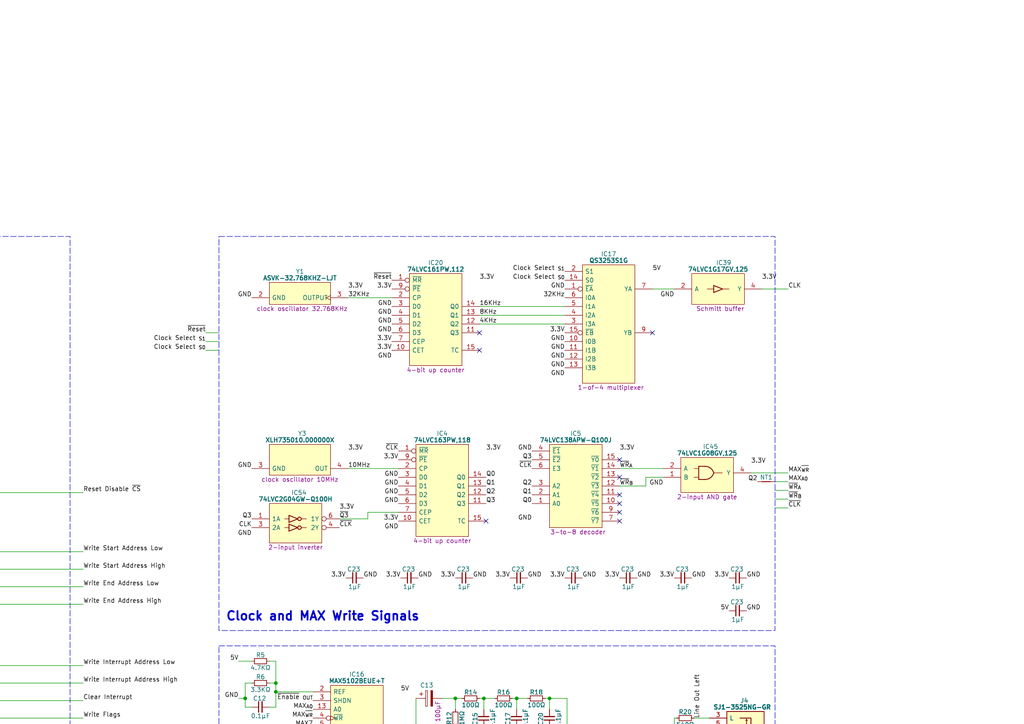
<source format=kicad_sch>
(kicad_sch (version 20230121) (generator eeschema)
  (paper "A4")
  (lib_symbols
    (symbol "74LVC573APW,118_1" (pin_names (offset 0.762))
      (property "Reference" "IC" (at 12.7 5.08 0))
      (property "Value" "74LVC573APW,118" (at 12.7 3.175 0))
      (property "Description" "8-bit D-type latch" (at 12.7 -28.575 0))
      (symbol "74LVC573APW,118_1_0_0"
        (pin input inverted (at 0 0 0) (length 5.08) (name "~{OE}") (number "1"))
        (pin passive line (at 0 -25.4 0) (length 5.08) hide (name "GND") (number "10"))
        (pin input line (at 0 -2.54 0) (length 5.08) (name "LE") (number "11"))
        (pin tri_state line (at 25.4 -5.08 180) (length 5.08) (name "Q7") (number "12"))
        (pin tri_state line (at 25.4 -7.62 180) (length 5.08) (name "Q6") (number "13"))
        (pin tri_state line (at 25.4 -10.16 180) (length 5.08) (name "Q5") (number "14"))
        (pin tri_state line (at 25.4 -12.7 180) (length 5.08) (name "Q4") (number "15"))
        (pin tri_state line (at 25.4 -15.24 180) (length 5.08) (name "Q3") (number "16"))
        (pin tri_state line (at 25.4 -17.78 180) (length 5.08) (name "Q2") (number "17"))
        (pin tri_state line (at 25.4 -20.32 180) (length 5.08) (name "Q1") (number "18"))
        (pin tri_state line (at 25.4 -22.86 180) (length 5.08) (name "Q0") (number "19"))
        (pin input line (at 0 -22.86 0) (length 5.08) (name "D0") (number "2"))
        (pin passive line (at 25.4 0 180) (length 5.08) hide (name "3V") (number "20"))
        (pin input line (at 0 -20.32 0) (length 5.08) (name "D1") (number "3"))
        (pin input line (at 0 -17.78 0) (length 5.08) (name "D2") (number "4"))
        (pin input line (at 0 -15.24 0) (length 5.08) (name "D3") (number "5"))
        (pin input line (at 0 -12.7 0) (length 5.08) (name "D4") (number "6"))
        (pin input line (at 0 -10.16 0) (length 5.08) (name "D5") (number "7"))
        (pin input line (at 0 -7.62 0) (length 5.08) (name "D6") (number "8"))
        (pin input line (at 0 -5.08 0) (length 5.08) (name "D7") (number "9"))
      )
    )
    (symbol "74LVC573APW,118_2" (pin_names (offset 0.762))
      (property "Reference" "IC" (at 12.7 5.08 0))
      (property "Value" "74LVC573APW,118" (at 12.7 3.175 0))
      (property "Description" "8-bit D-type latch" (at 12.7 -28.575 0))
      (symbol "74LVC573APW,118_2_0_0"
        (pin input inverted (at 0 0 0) (length 5.08) (name "~{OE}") (number "1"))
        (pin passive line (at 0 -25.4 0) (length 5.08) hide (name "GND") (number "10"))
        (pin input line (at 0 -2.54 0) (length 5.08) (name "LE") (number "11"))
        (pin tri_state line (at 25.4 -5.08 180) (length 5.08) (name "Q7") (number "12"))
        (pin tri_state line (at 25.4 -7.62 180) (length 5.08) (name "Q6") (number "13"))
        (pin tri_state line (at 25.4 -10.16 180) (length 5.08) (name "Q5") (number "14"))
        (pin tri_state line (at 25.4 -12.7 180) (length 5.08) (name "Q4") (number "15"))
        (pin tri_state line (at 25.4 -15.24 180) (length 5.08) (name "Q3") (number "16"))
        (pin tri_state line (at 25.4 -17.78 180) (length 5.08) (name "Q2") (number "17"))
        (pin tri_state line (at 25.4 -20.32 180) (length 5.08) (name "Q1") (number "18"))
        (pin tri_state line (at 25.4 -22.86 180) (length 5.08) (name "Q0") (number "19"))
        (pin input line (at 0 -22.86 0) (length 5.08) (name "D0") (number "2"))
        (pin passive line (at 25.4 0 180) (length 5.08) hide (name "3V") (number "20"))
        (pin input line (at 0 -20.32 0) (length 5.08) (name "D1") (number "3"))
        (pin input line (at 0 -17.78 0) (length 5.08) (name "D2") (number "4"))
        (pin input line (at 0 -15.24 0) (length 5.08) (name "D3") (number "5"))
        (pin input line (at 0 -12.7 0) (length 5.08) (name "D4") (number "6"))
        (pin input line (at 0 -10.16 0) (length 5.08) (name "D5") (number "7"))
        (pin input line (at 0 -7.62 0) (length 5.08) (name "D6") (number "8"))
        (pin input line (at 0 -5.08 0) (length 5.08) (name "D7") (number "9"))
      )
    )
    (symbol "74LVC574APW,118_1" (pin_names (offset 0.762))
      (property "Reference" "IC" (at 12.7 5.08 0))
      (property "Value" "74LVC574APW,118" (at 12.7 3.175 0))
      (property "Description" "8-bit D-type flip-flop" (at 12.7 -28.575 0))
      (symbol "74LVC574APW,118_1_0_0"
        (pin input inverted (at 0 0 0) (length 5.08) (name "~{OE}") (number "1"))
        (pin passive line (at 0 -25.4 0) (length 5.08) hide (name "GND") (number "10"))
        (pin input clock (at 0 -2.54 0) (length 5.08) (name "CP") (number "11"))
        (pin tri_state line (at 25.4 -7.62 180) (length 5.08) (name "Q6") (number "13"))
        (pin tri_state line (at 25.4 -10.16 180) (length 5.08) (name "Q5") (number "14"))
        (pin tri_state line (at 25.4 -12.7 180) (length 5.08) (name "Q4") (number "15"))
        (pin tri_state line (at 25.4 -15.24 180) (length 5.08) (name "Q3") (number "16"))
        (pin tri_state line (at 25.4 -17.78 180) (length 5.08) (name "Q2") (number "17"))
        (pin tri_state line (at 25.4 -20.32 180) (length 5.08) (name "Q1") (number "18"))
        (pin tri_state line (at 25.4 -22.86 180) (length 5.08) (name "Q0") (number "19"))
        (pin input line (at 0 -22.86 0) (length 5.08) (name "D0") (number "2"))
        (pin passive line (at 25.4 0 180) (length 5.08) hide (name "3V") (number "20"))
        (pin input line (at 0 -20.32 0) (length 5.08) (name "D1") (number "3"))
        (pin input line (at 0 -17.78 0) (length 5.08) (name "D2") (number "4"))
        (pin input line (at 0 -15.24 0) (length 5.08) (name "D3") (number "5"))
        (pin input line (at 0 -12.7 0) (length 5.08) (name "D4") (number "6"))
        (pin input line (at 0 -10.16 0) (length 5.08) (name "D5") (number "7"))
        (pin input line (at 0 -7.62 0) (length 5.08) (name "D6") (number "8"))
        (pin input line (at 0 -5.08 0) (length 5.08) (name "D7") (number "9"))
      )
      (symbol "74LVC574APW,118_1_1_0"
        (pin tri_state line (at 25.4 -5.08 180) (length 5.08) (name "Q7") (number "12"))
      )
    )
    (symbol "74LVC574APW,118_2" (pin_names (offset 0.762))
      (property "Reference" "IC" (at 12.7 5.08 0))
      (property "Value" "74LVC574APW,118" (at 12.7 3.175 0))
      (property "Description" "8-bit D-type flip-flop" (at 12.7 -28.575 0))
      (symbol "74LVC574APW,118_2_0_0"
        (pin input inverted (at 0 0 0) (length 5.08) (name "~{OE}") (number "1"))
        (pin passive line (at 0 -25.4 0) (length 5.08) hide (name "GND") (number "10"))
        (pin input clock (at 0 -2.54 0) (length 5.08) (name "CP") (number "11"))
        (pin tri_state line (at 25.4 -7.62 180) (length 5.08) (name "Q6") (number "13"))
        (pin tri_state line (at 25.4 -10.16 180) (length 5.08) (name "Q5") (number "14"))
        (pin tri_state line (at 25.4 -12.7 180) (length 5.08) (name "Q4") (number "15"))
        (pin tri_state line (at 25.4 -15.24 180) (length 5.08) (name "Q3") (number "16"))
        (pin tri_state line (at 25.4 -17.78 180) (length 5.08) (name "Q2") (number "17"))
        (pin tri_state line (at 25.4 -20.32 180) (length 5.08) (name "Q1") (number "18"))
        (pin tri_state line (at 25.4 -22.86 180) (length 5.08) (name "Q0") (number "19"))
        (pin input line (at 0 -22.86 0) (length 5.08) (name "D0") (number "2"))
        (pin passive line (at 25.4 0 180) (length 5.08) hide (name "3V") (number "20"))
        (pin input line (at 0 -20.32 0) (length 5.08) (name "D1") (number "3"))
        (pin input line (at 0 -17.78 0) (length 5.08) (name "D2") (number "4"))
        (pin input line (at 0 -15.24 0) (length 5.08) (name "D3") (number "5"))
        (pin input line (at 0 -12.7 0) (length 5.08) (name "D4") (number "6"))
        (pin input line (at 0 -10.16 0) (length 5.08) (name "D5") (number "7"))
        (pin input line (at 0 -7.62 0) (length 5.08) (name "D6") (number "8"))
        (pin input line (at 0 -5.08 0) (length 5.08) (name "D7") (number "9"))
      )
      (symbol "74LVC574APW,118_2_1_0"
        (pin tri_state line (at 25.4 -5.08 180) (length 5.08) (name "Q7") (number "12"))
      )
    )
    (symbol "ABRACON:ASVK-32.768KHZ-LJT" (pin_names (offset 0.762))
      (property "Reference" "Y" (at 13.97 5.08 0))
      (property "Value" "ASVK-32.768KHZ-LJT" (at 13.97 3.175 0))
      (property "Description" "clock oscillator 32.768KHz" (at 14.605 -5.715 0))
      (symbol "ASVK-32.768KHZ-LJT_0_0"
        (pin no_connect line (at 0 0 0) (length 5.08) hide (name "N.C.") (number "1"))
        (pin passive line (at 0 -2.54 0) (length 5.08) (name "GND") (number "2"))
        (pin output clock (at 27.94 -2.54 180) (length 5.08) (name "OUTPUT") (number "3"))
        (pin passive line (at 27.94 0 180) (length 5.08) hide (name "3V") (number "4"))
      )
    )
    (symbol "Bourns:CAY16-103J4LF" (pin_names (offset 0.762))
      (property "Reference" "RN" (at 10.16 5.08 0))
      (property "Value" "CAY16-103J4LF" (at 10.16 3.175 0))
      (property "Description" "10KΩ 4-array resistor" (at 10.16 -10.795 0))
      (symbol "CAY16-103J4LF_0_0"
        (pin passive line (at 0 0 0) (length 5.08) (name "R1") (number "1"))
        (pin passive line (at 0 -2.54 0) (length 5.08) (name "R2") (number "2"))
        (pin passive line (at 0 -5.08 0) (length 5.08) (name "R3") (number "3"))
        (pin passive line (at 0 -7.62 0) (length 5.08) (name "R4") (number "4"))
        (pin passive line (at 20.32 -7.62 180) (length 5.08) (name "R4") (number "5"))
        (pin passive line (at 20.32 -5.08 180) (length 5.08) (name "R3") (number "6"))
        (pin passive line (at 20.32 -2.54 180) (length 5.08) (name "R2") (number "7"))
        (pin passive line (at 20.32 0 180) (length 5.08) (name "R1") (number "8"))
      )
    )
    (symbol "CUI_Devices:SJ1-3525NG-GR" (pin_names (offset 0.762))
      (property "Reference" "J" (at 6.985 5.08 0))
      (property "Value" "SJ1-3525NG-GR" (at 7.62 3.175 0))
      (property "Description" "3.5mm Stereo Audio Jack" (at 3.175 -10.795 0))
      (symbol "SJ1-3525NG-GR_1_0"
        (pin passive line (at 2.54 -14.605 90) (length 5.08) (name "GND") (number "1"))
        (pin input line (at 17.145 -5.08 180) (length 5.08) (name "R") (number "2"))
        (pin input line (at 17.145 0 180) (length 5.08) (name "L") (number "3"))
        (pin passive line (at 17.145 -7.62 180) (length 5.08) (name "RN") (number "4"))
        (pin passive line (at 17.145 -2.54 180) (length 5.08) (name "LN") (number "5"))
      )
    )
    (symbol "Connector:Conn_01x24_Pin" (pin_names (offset 1.016) hide)
      (property "Reference" "J" (at 0 30.48 0))
      (property "Value" "Conn_01x24_Pin" (at 0 -33.02 0))
      (symbol "Conn_01x24_Pin_1_1"
        (pin passive line (at 5.08 27.94 180) (length 3.81) (name "Pin_1") (number "1"))
        (pin passive line (at 5.08 5.08 180) (length 3.81) (name "Pin_10") (number "10"))
        (pin passive line (at 5.08 2.54 180) (length 3.81) (name "Pin_11") (number "11"))
        (pin passive line (at 5.08 0 180) (length 3.81) (name "Pin_12") (number "12"))
        (pin passive line (at 5.08 -2.54 180) (length 3.81) (name "Pin_13") (number "13"))
        (pin passive line (at 5.08 -5.08 180) (length 3.81) (name "Pin_14") (number "14"))
        (pin passive line (at 5.08 -7.62 180) (length 3.81) (name "Pin_15") (number "15"))
        (pin passive line (at 5.08 -10.16 180) (length 3.81) (name "Pin_16") (number "16"))
        (pin passive line (at 5.08 -12.7 180) (length 3.81) (name "Pin_17") (number "17"))
        (pin passive line (at 5.08 -15.24 180) (length 3.81) (name "Pin_18") (number "18"))
        (pin passive line (at 5.08 -17.78 180) (length 3.81) (name "Pin_19") (number "19"))
        (pin passive line (at 5.08 25.4 180) (length 3.81) (name "Pin_2") (number "2"))
        (pin passive line (at 5.08 -20.32 180) (length 3.81) (name "Pin_20") (number "20"))
        (pin passive line (at 5.08 -22.86 180) (length 3.81) (name "Pin_21") (number "21"))
        (pin passive line (at 5.08 -25.4 180) (length 3.81) (name "Pin_22") (number "22"))
        (pin passive line (at 5.08 -27.94 180) (length 3.81) (name "Pin_23") (number "23"))
        (pin passive line (at 5.08 -30.48 180) (length 3.81) (name "Pin_24") (number "24"))
        (pin passive line (at 5.08 22.86 180) (length 3.81) (name "Pin_3") (number "3"))
        (pin passive line (at 5.08 20.32 180) (length 3.81) (name "Pin_4") (number "4"))
        (pin passive line (at 5.08 17.78 180) (length 3.81) (name "Pin_5") (number "5"))
        (pin passive line (at 5.08 15.24 180) (length 3.81) (name "Pin_6") (number "6"))
        (pin passive line (at 5.08 12.7 180) (length 3.81) (name "Pin_7") (number "7"))
        (pin passive line (at 5.08 10.16 180) (length 3.81) (name "Pin_8") (number "8"))
        (pin passive line (at 5.08 7.62 180) (length 3.81) (name "Pin_9") (number "9"))
      )
    )
    (symbol "Diodes_Inc:74LVC245AT20" (pin_names (offset 0.762))
      (property "Reference" "IC" (at 12.7 5.08 0))
      (property "Value" "74LVC245AT20" (at 12.7 3.175 0))
      (property "Description" "8-bit transceiver" (at 12.7 -28.575 0))
      (symbol "74LVC245AT20_0_0"
        (pin input line (at 0 -2.54 0) (length 5.08) (name "DIR") (number "1"))
        (pin passive line (at 0 -25.4 0) (length 5.08) hide (name "GND") (number "10"))
        (pin tri_state line (at 25.4 -5.08 180) (length 5.08) (name "B7") (number "11"))
        (pin tri_state line (at 25.4 -7.62 180) (length 5.08) (name "B6") (number "12"))
        (pin tri_state line (at 25.4 -10.16 180) (length 5.08) (name "B5") (number "13"))
        (pin tri_state line (at 25.4 -12.7 180) (length 5.08) (name "B4") (number "14"))
        (pin tri_state line (at 25.4 -15.24 180) (length 5.08) (name "B3") (number "15"))
        (pin tri_state line (at 25.4 -17.78 180) (length 5.08) (name "B2") (number "16"))
        (pin tri_state line (at 25.4 -20.32 180) (length 5.08) (name "B1") (number "17"))
        (pin tri_state line (at 25.4 -22.86 180) (length 5.08) (name "B0") (number "18"))
        (pin input inverted (at 0 0 0) (length 5.08) (name "~{OE}") (number "19"))
        (pin tri_state line (at 0 -22.86 0) (length 5.08) (name "A0") (number "2"))
        (pin tri_state line (at 0 -20.32 0) (length 5.08) (name "A1") (number "3"))
        (pin tri_state line (at 0 -17.78 0) (length 5.08) (name "A2") (number "4"))
        (pin tri_state line (at 0 -15.24 0) (length 5.08) (name "A3") (number "5"))
        (pin tri_state line (at 0 -12.7 0) (length 5.08) (name "A4") (number "6"))
        (pin tri_state line (at 0 -10.16 0) (length 5.08) (name "A5") (number "7"))
        (pin tri_state line (at 0 -7.62 0) (length 5.08) (name "A6") (number "8"))
        (pin tri_state line (at 0 -5.08 0) (length 5.08) (name "A7") (number "9"))
      )
      (symbol "74LVC245AT20_1_0"
        (pin passive line (at 25.4 0 180) (length 5.08) hide (name "3V") (number "20"))
      )
    )
    (symbol "Diodes_Inc:AP7365-33WG-7" (pin_names (offset 0.762))
      (property "Reference" "IC" (at 12.7 5.08 0))
      (property "Value" "AP7365-33WG-7" (at 12.7 3.175 0))
      (property "Description" "3.3V LDO voltage regulator" (at 12.7 -8.255 0))
      (symbol "AP7365-33WG-7_0_0"
        (pin passive line (at 0 0 0) (length 5.08) (name "VIN") (number "1"))
        (pin passive line (at 0 -5.08 0) (length 5.08) (name "GND") (number "2"))
        (pin input line (at 0 -2.54 0) (length 5.08) (name "EN") (number "3"))
        (pin passive line (at 25.4 -5.08 180) (length 5.08) (name "ADJ") (number "4"))
        (pin passive line (at 25.4 0 180) (length 5.08) (name "VOUT") (number "5"))
      )
    )
    (symbol "Diodes_Inc:AS358AMTR-G1"
      (property "Reference" "IC" (at 12.7 5.08 0))
      (property "Value" "AS358AMTR-G1" (at 12.7 3.175 0))
      (property "Description" "Dual Op-Amp" (at 12.7 -9.525 0))
      (symbol "AS358AMTR-G1_1_1"
        (pin output line (at 0 0 0) (length 5.08) (name "OUT_1") (number "1"))
        (pin input line (at 0 -2.54 0) (length 5.08) (name "IN_1-") (number "2"))
        (pin input line (at 0 -5.08 0) (length 5.08) (name "IN_1+") (number "3"))
        (pin passive line (at 0 -7.62 0) (length 5.08) (name "GND") (number "4"))
        (pin input line (at 25.4 -7.62 180) (length 5.08) (name "IN_2+") (number "5"))
        (pin input line (at 25.4 -5.08 180) (length 5.08) (name "IN_2-") (number "6"))
        (pin output line (at 25.4 -2.54 180) (length 5.08) (name "OUT_2") (number "7"))
        (pin passive line (at 25.4 0 180) (length 5.08) (name "VCC") (number "8"))
      )
    )
    (symbol "HCP65:C_0805" (pin_numbers hide) (pin_names (offset 0.254) hide)
      (property "Reference" "C" (at 2.286 2.54 0))
      (property "Value" "?μF" (at 2.54 -2.54 0))
      (symbol "C_0805_1_1"
        (pin passive line (at 0 0 0) (length 2.032) (name "~") (number "1"))
        (pin passive line (at 5.08 0 180) (length 2.032) (name "~") (number "2"))
      )
    )
    (symbol "HCP65:C_Polarized" (pin_numbers hide) (pin_names (offset 0.254))
      (property "Reference" "C" (at 0.635 2.54 0))
      (property "Description" "?μF" (at 0.635 -2.54 0))
      (symbol "C_Polarized_1_1"
        (pin passive line (at 0 3.81 270) (length 2.794) (name "~") (number "1"))
        (pin passive line (at 0 -3.81 90) (length 2.794) (name "~") (number "2"))
      )
    )
    (symbol "HCP65:NetTie" (pin_numbers hide) (pin_names hide)
      (property "Reference" "NT" (at 2.54 1.27 0))
      (symbol "NetTie_1_1"
        (pin passive line (at 0 0 0) (length 2.54) (name "1") (number "1"))
        (pin passive line (at 5.08 0 180) (length 2.54) (name "2") (number "2"))
      )
    )
    (symbol "HCP65:R_0805" (pin_numbers hide) (pin_names hide)
      (property "Reference" "R" (at 2.54 1.778 0))
      (property "Value" "?Ω" (at 2.54 -1.905 0))
      (symbol "R_0805_1_1"
        (pin passive line (at 0 0 0) (length 0.72) (name "~") (number "1"))
        (pin passive line (at 5.08 0 180) (length 0.72) (name "~") (number "2"))
      )
    )
    (symbol "ISSI:IS61C256AL-12TLI" (pin_names (offset 0.762))
      (property "Reference" "IC" (at 20.32 5.08 0))
      (property "Value" "IS61C256AL-12TLI" (at 20.32 3.175 0))
      (property "Description" "32K 8-bit SRAM" (at 20.955 -21.59 0))
      (symbol "IS61C256AL-12TLI_0_0"
        (pin passive line (at 0 0 0) (length 5.08) (name "~{OE}") (number "1"))
        (pin passive line (at 0 -25.4 0) (length 5.08) (name "A7") (number "10"))
        (pin passive line (at 0 -27.94 0) (length 5.08) (name "A6") (number "11"))
        (pin passive line (at 0 -30.48 0) (length 5.08) (name "A5") (number "12"))
        (pin passive line (at 0 -33.02 0) (length 5.08) (name "A4") (number "13"))
        (pin passive line (at 0 -35.56 0) (length 5.08) (name "A3") (number "14"))
        (pin passive line (at 0 -38.1 0) (length 5.08) (name "A2") (number "15"))
        (pin passive line (at 0 -40.64 0) (length 5.08) (name "A1") (number "16"))
        (pin passive line (at 0 -43.18 0) (length 5.08) (name "A0") (number "17"))
        (pin passive line (at 29.21 -53.34 90) (length 5.08) (name "I/O0") (number "18"))
        (pin passive line (at 26.67 -53.34 90) (length 5.08) (name "I/O1") (number "19"))
        (pin passive line (at 0 -15.24 0) (length 5.08) (name "A11") (number "2"))
        (pin passive line (at 24.13 -53.34 90) (length 5.08) (name "I/O2") (number "20"))
        (pin passive line (at 0 -45.72 0) (length 5.08) hide (name "GND") (number "21"))
        (pin passive line (at 21.59 -53.34 90) (length 5.08) (name "I/O3") (number "22"))
        (pin passive line (at 19.05 -53.34 90) (length 5.08) (name "I/O4") (number "23"))
        (pin passive line (at 16.51 -53.34 90) (length 5.08) (name "I/O5") (number "24"))
        (pin passive line (at 13.97 -53.34 90) (length 5.08) (name "I/O6") (number "25"))
        (pin passive line (at 11.43 -53.34 90) (length 5.08) (name "I/O7") (number "26"))
        (pin passive line (at 0 -5.08 0) (length 5.08) (name "~{CE}") (number "27"))
        (pin passive line (at 0 -17.78 0) (length 5.08) (name "A10") (number "28"))
        (pin passive line (at 0 -20.32 0) (length 5.08) (name "A9") (number "3"))
        (pin passive line (at 0 -22.86 0) (length 5.08) (name "A8") (number "4"))
        (pin passive line (at 0 -10.16 0) (length 5.08) (name "A13") (number "5"))
        (pin passive line (at 0 -2.54 0) (length 5.08) (name "~{WE}") (number "6"))
        (pin passive line (at 39.37 0 180) (length 5.08) (name "5V") (number "7"))
        (pin passive line (at 0 -7.62 0) (length 5.08) (name "A14") (number "8"))
        (pin passive line (at 0 -12.7 0) (length 5.08) (name "A12") (number "9"))
      )
    )
    (symbol "Maxim:MAX5102BEUE+T" (pin_names (offset 0.762))
      (property "Reference" "IC" (at 12.7 5.08 0))
      (property "Value" "MAX5102BEUE+T" (at 12.7 3.175 0))
      (property "Description" "Dual 8bit DAC" (at 12.7 -33.02 0))
      (symbol "MAX5102BEUE+T_0_0"
        (pin passive line (at 25.4 0 180) (length 5.08) hide (name "VDD") (number "1"))
        (pin input line (at 0 -22.86 0) (length 5.08) (name "D2") (number "10"))
        (pin input line (at 0 -25.4 0) (length 5.08) (name "D1") (number "11"))
        (pin input line (at 0 -27.94 0) (length 5.08) (name "D0") (number "12"))
        (pin input line (at 0 -5.08 0) (length 5.08) (name "A0") (number "13"))
        (pin passive line (at 0 -29.845 0) (length 5.08) hide (name "GND") (number "14"))
        (pin output line (at 25.4 -15.24 180) (length 5.08) (name "OUTB") (number "15"))
        (pin output line (at 25.4 -12.7 180) (length 5.08) (name "OUTA") (number "16"))
        (pin input line (at 0 0 0) (length 5.08) (name "REF") (number "2"))
        (pin input line (at 0 -2.54 0) (length 5.08) (name "SHDN") (number "3"))
        (pin input line (at 0 -10.16 0) (length 5.08) (name "D7") (number "5"))
        (pin input line (at 0 -12.7 0) (length 5.08) (name "D6") (number "6"))
        (pin input line (at 0 -15.24 0) (length 5.08) (name "D5") (number "7"))
        (pin input line (at 0 -17.78 0) (length 5.08) (name "D4") (number "8"))
        (pin input line (at 0 -20.32 0) (length 5.08) (name "D3") (number "9"))
      )
      (symbol "MAX5102BEUE+T_1_0"
        (pin input inverted_clock (at 0 -7.62 0) (length 5.08) (name "~{WR}") (number "4"))
      )
    )
    (symbol "Microchip:TC7660EOA" (pin_names (offset 0.762))
      (property "Reference" "IC" (at 12.7 5.08 0))
      (property "Value" "TC7660EOA" (at 12.7 3.175 0))
      (property "Description" "Inverting Charge Pump" (at 13.335 -10.795 0))
      (symbol "TC7660EOA_0_0"
        (pin no_connect line (at 0 0 0) (length 5.08) (name "NC") (number "1"))
        (pin passive line (at 0 -2.54 0) (length 5.08) (name "CAP+") (number "2"))
        (pin passive line (at 0 -5.08 0) (length 5.08) (name "GND") (number "3"))
        (pin passive line (at 0 -7.62 0) (length 5.08) (name "CAP-") (number "4"))
        (pin passive line (at 25.4 -7.62 180) (length 5.08) (name "VOUT") (number "5"))
        (pin passive line (at 25.4 -5.08 180) (length 5.08) (name "LV") (number "6"))
        (pin passive line (at 25.4 -2.54 180) (length 5.08) (name "OSC") (number "7"))
        (pin passive line (at 25.4 0 180) (length 5.08) (name "V+") (number "8"))
      )
    )
    (symbol "Nexperia:74LVC02APW,118" (pin_names (offset 0.762))
      (property "Reference" "IC" (at 12.7 6.35 0))
      (property "Value" "74LVC02APW,118" (at 12.7 4.445 0))
      (property "Description" "2-Input NOR gate" (at 12.7 -23.495 0))
      (symbol "74LVC02APW,118_0_0"
        (pin input line (at 0 0 0) (length 5.08) (name "1A") (number "1"))
        (pin input line (at 0 -12.7 0) (length 5.08) (name "3B") (number "10"))
        (pin output inverted (at 25.4 -16.51 180) (length 5.08) (name "4Y") (number "11"))
        (pin input line (at 0 -15.24 0) (length 5.08) (name "4A") (number "12"))
        (pin input line (at 0 -17.78 0) (length 5.08) (name "4B") (number "13"))
        (pin passive line (at 25.4 1.27 180) (length 5.08) hide (name "3V") (number "14"))
        (pin input line (at 0 -2.54 0) (length 5.08) (name "1B") (number "2"))
        (pin output inverted (at 25.4 -1.27 180) (length 5.08) (name "1Y") (number "3"))
        (pin input line (at 0 -5.08 0) (length 5.08) (name "2A") (number "4"))
        (pin input line (at 0 -7.62 0) (length 5.08) (name "2B") (number "5"))
        (pin output inverted (at 25.4 -6.35 180) (length 5.08) (name "2Y") (number "6"))
        (pin passive line (at 0 -20.32 0) (length 5.08) hide (name "GND") (number "7"))
        (pin output inverted (at 25.4 -11.43 180) (length 5.08) (name "3Y") (number "8"))
        (pin input line (at 0 -10.16 0) (length 5.08) (name "3A") (number "9"))
      )
    )
    (symbol "Nexperia:74LVC08APW,112_Multi" (pin_names (offset 0.762))
      (property "Reference" "IC" (at 12.7 6.35 0))
      (property "Value" "74LVC08APW,112" (at 12.7 4.445 0))
      (property "Description" "2-input AND gate" (at 12.7 -8.255 0))
      (symbol "74LVC08APW,112_Multi_0_0"
        (pin passive line (at 25.4 1.27 180) (length 5.08) hide (name "3V") (number "14"))
        (pin passive line (at 0 -5.08 0) (length 5.08) hide (name "GND") (number "7"))
      )
      (symbol "74LVC08APW,112_Multi_1_0"
        (pin input line (at 0 0 0) (length 5.08) (name "1A") (number "1"))
        (pin input line (at 0 -2.54 0) (length 5.08) (name "1B") (number "2"))
        (pin passive line (at 25.4 -1.27 180) (length 5.08) (name "1Y") (number "3"))
      )
      (symbol "74LVC08APW,112_Multi_2_0"
        (pin input line (at 0 0 0) (length 5.08) (name "2A") (number "4"))
        (pin input line (at 0 -2.54 0) (length 5.08) (name "2B") (number "5"))
        (pin output line (at 25.4 -1.27 180) (length 5.08) (name "2Y") (number "6"))
      )
      (symbol "74LVC08APW,112_Multi_3_0"
        (pin input line (at 0 -2.54 0) (length 5.08) (name "3B") (number "10"))
        (pin output line (at 25.4 -1.27 180) (length 5.08) (name "3Y") (number "8"))
        (pin input line (at 0 0 0) (length 5.08) (name "3A") (number "9"))
      )
      (symbol "74LVC08APW,112_Multi_4_0"
        (pin output line (at 25.4 -1.27 180) (length 5.08) (name "4Y") (number "11"))
        (pin input line (at 0 0 0) (length 5.08) (name "4A") (number "12"))
        (pin input line (at 0 -2.54 0) (length 5.08) (name "4B") (number "13"))
      )
    )
    (symbol "Nexperia:74LVC138APW-Q100J" (pin_names (offset 0.762))
      (property "Reference" "IC" (at 12.7 3.175 0))
      (property "Value" "74LVC138APW-Q100J" (at 12.7 1.27 0))
      (property "Description" "3-to-8 decoder" (at 13.335 -25.4 0))
      (symbol "74LVC138APW-Q100J_0_0"
        (pin input line (at 0 -17.145 0) (length 5.08) (name "A0") (number "1"))
        (pin output line (at 25.4 -17.145 180) (length 5.08) (name "~{Y5}") (number "10"))
        (pin output line (at 25.4 -14.605 180) (length 5.08) (name "~{Y4}") (number "11"))
        (pin output line (at 25.4 -12.065 180) (length 5.08) (name "~{Y3}") (number "12"))
        (pin output line (at 25.4 -9.525 180) (length 5.08) (name "~{Y2}") (number "13"))
        (pin output line (at 25.4 -6.985 180) (length 5.08) (name "~{Y1}") (number "14"))
        (pin output line (at 25.4 -4.445 180) (length 5.08) (name "~{Y0}") (number "15"))
        (pin passive line (at 25.4 -1.905 180) (length 5.08) hide (name "3V") (number "16"))
        (pin input line (at 0 -14.605 0) (length 5.08) (name "A1") (number "2"))
        (pin input line (at 0 -12.065 0) (length 5.08) (name "A2") (number "3"))
        (pin input line (at 0 -1.905 0) (length 5.08) (name "~{E1}") (number "4"))
        (pin input line (at 0 -4.445 0) (length 5.08) (name "~{E2}") (number "5"))
        (pin input line (at 0 -6.985 0) (length 5.08) (name "E3") (number "6"))
        (pin output line (at 25.4 -22.225 180) (length 5.08) (name "~{Y7}") (number "7"))
        (pin passive line (at 0 -22.225 0) (length 5.08) hide (name "GND") (number "8"))
        (pin output line (at 25.4 -19.685 180) (length 5.08) (name "~{Y6}") (number "9"))
      )
    )
    (symbol "Nexperia:74LVC157APW,118" (pin_names (offset 0.762))
      (property "Reference" "IC" (at 12.7 5.08 0))
      (property "Value" "74LVC157APW,118" (at 12.7 3.175 0))
      (property "Description" "1 of 2 multiplexer" (at 12.7 -28.575 0))
      (symbol "74LVC157APW,118_0_0"
        (pin input line (at 0 -2.54 0) (length 5.08) (name "S") (number "1"))
        (pin input line (at 0 -20.32 0) (length 5.08) (name "3I1") (number "10"))
        (pin input line (at 0 -10.16 0) (length 5.08) (name "3I0") (number "11"))
        (pin output line (at 25.4 -17.78 180) (length 5.08) (name "4Y") (number "12"))
        (pin input line (at 0 -22.86 0) (length 5.08) (name "4I1") (number "13"))
        (pin input line (at 0 -12.7 0) (length 5.08) (name "4I0") (number "14"))
        (pin passive line (at 25.4 0 180) (length 5.08) hide (name "3V") (number "16"))
        (pin input line (at 0 -5.08 0) (length 5.08) (name "1I0") (number "2"))
        (pin input line (at 0 -15.24 0) (length 5.08) (name "1I1") (number "3"))
        (pin output line (at 25.4 -10.16 180) (length 5.08) (name "1Y") (number "4"))
        (pin input line (at 0 -7.62 0) (length 5.08) (name "2I0") (number "5"))
        (pin input line (at 0 -17.78 0) (length 5.08) (name "2I1") (number "6"))
        (pin output line (at 25.4 -12.7 180) (length 5.08) (name "2Y") (number "7"))
        (pin passive line (at 0 -25.4 0) (length 5.08) hide (name "GND") (number "8"))
        (pin output line (at 25.4 -15.24 180) (length 5.08) (name "3Y") (number "9"))
      )
      (symbol "74LVC157APW,118_1_0"
        (pin input inverted (at 0 0 0) (length 5.08) (name "~{E}") (number "15"))
      )
    )
    (symbol "Nexperia:74LVC161PW,112" (pin_names (offset 0.762))
      (property "Reference" "IC" (at 12.7 5.08 0))
      (property "Value" "74LVC161PW,112" (at 12.7 3.175 0))
      (property "Description" "4-bit up counter" (at 12.7 -26.035 0))
      (symbol "74LVC161PW,112_0_0"
        (pin input inverted (at 0 0 0) (length 5.08) (name "~{MR}") (number "1"))
        (pin input line (at 0 -20.32 0) (length 5.08) (name "CET") (number "10"))
        (pin output line (at 25.4 -15.24 180) (length 5.08) (name "Q3") (number "11"))
        (pin output line (at 25.4 -12.7 180) (length 5.08) (name "Q2") (number "12"))
        (pin output line (at 25.4 -10.16 180) (length 5.08) (name "Q1") (number "13"))
        (pin output line (at 25.4 -7.62 180) (length 5.08) (name "Q0") (number "14"))
        (pin output line (at 25.4 -20.32 180) (length 5.08) (name "TC") (number "15"))
        (pin passive line (at 25.4 0 180) (length 5.08) hide (name "3V") (number "16"))
        (pin input line (at 0 -5.08 0) (length 5.08) (name "CP") (number "2"))
        (pin input line (at 0 -7.62 0) (length 5.08) (name "D0") (number "3"))
        (pin input line (at 0 -10.16 0) (length 5.08) (name "D1") (number "4"))
        (pin input line (at 0 -12.7 0) (length 5.08) (name "D2") (number "5"))
        (pin input line (at 0 -15.24 0) (length 5.08) (name "D3") (number "6"))
        (pin input line (at 0 -17.78 0) (length 5.08) (name "CEP") (number "7"))
        (pin passive line (at 0 -22.86 0) (length 5.08) hide (name "GND") (number "8"))
        (pin input inverted (at 0 -2.54 0) (length 5.08) (name "~{PE}") (number "9"))
      )
    )
    (symbol "Nexperia:74LVC16373ADL,118" (pin_names (offset 0.762))
      (property "Reference" "IC" (at 12.7 5.08 0))
      (property "Value" "74LVC16373ADL,118" (at 12.7 3.175 0))
      (property "Description" "16-bit D-type latch" (at 12.7 -71.755 0))
      (symbol "74LVC16373ADL,118_0_0"
        (pin input inverted (at 0 0 0) (length 5.08) (name "1~{OE}") (number "1"))
        (pin output line (at 25.4 -7.62 180) (length 5.08) (name "1Q6") (number "11"))
        (pin output line (at 25.4 -5.08 180) (length 5.08) (name "1Q7") (number "12"))
        (pin output line (at 25.4 -50.8 180) (length 5.08) (name "2Q0") (number "13"))
        (pin output line (at 25.4 -48.26 180) (length 5.08) (name "2Q1") (number "14"))
        (pin output line (at 25.4 -45.72 180) (length 5.08) (name "2Q2") (number "16"))
        (pin output line (at 25.4 -43.18 180) (length 5.08) (name "2Q3") (number "17"))
        (pin output line (at 25.4 -40.64 180) (length 5.08) (name "2Q4") (number "19"))
        (pin output line (at 25.4 -22.86 180) (length 5.08) (name "1Q0") (number "2"))
        (pin output line (at 25.4 -38.1 180) (length 5.08) (name "2Q5") (number "20"))
        (pin output line (at 25.4 -35.56 180) (length 5.08) (name "2Q6") (number "22"))
        (pin output line (at 25.4 -33.02 180) (length 5.08) (name "2Q7") (number "23"))
        (pin input inverted (at 0 -27.94 0) (length 5.08) (name "2~{OE}") (number "24"))
        (pin input line (at 0 -30.48 0) (length 5.08) (name "2LE") (number "25"))
        (pin input line (at 0 -33.02 0) (length 5.08) (name "2D7") (number "26"))
        (pin input line (at 0 -35.56 0) (length 5.08) (name "2D6") (number "27"))
        (pin input line (at 0 -38.1 0) (length 5.08) (name "2D5") (number "29"))
        (pin output line (at 25.4 -20.32 180) (length 5.08) (name "1Q1") (number "3"))
        (pin input line (at 0 -40.64 0) (length 5.08) (name "2D4") (number "30"))
        (pin input line (at 0 -43.18 0) (length 5.08) (name "2D3") (number "32"))
        (pin input line (at 0 -45.72 0) (length 5.08) (name "2D2") (number "33"))
        (pin input line (at 0 -48.26 0) (length 5.08) (name "2D1") (number "35"))
        (pin input line (at 0 -50.8 0) (length 5.08) (name "2D0") (number "36"))
        (pin input line (at 0 -5.08 0) (length 5.08) (name "1D7") (number "37"))
        (pin input line (at 0 -10.16 0) (length 5.08) (name "1D5") (number "40"))
        (pin input line (at 0 -12.7 0) (length 5.08) (name "1D4") (number "41"))
        (pin input line (at 0 -15.24 0) (length 5.08) (name "1D3") (number "43"))
        (pin input line (at 0 -17.78 0) (length 5.08) (name "1D2") (number "44"))
        (pin input line (at 0 -20.32 0) (length 5.08) (name "1D1") (number "46"))
        (pin input line (at 0 -22.86 0) (length 5.08) (name "1D0") (number "47"))
        (pin input line (at 0 -2.54 0) (length 5.08) (name "1LE") (number "48"))
        (pin output line (at 25.4 -17.78 180) (length 5.08) (name "1Q2") (number "5"))
        (pin output line (at 25.4 -15.24 180) (length 5.08) (name "1Q3") (number "6"))
        (pin output line (at 25.4 -12.7 180) (length 5.08) (name "1Q4") (number "8"))
        (pin output line (at 25.4 -10.16 180) (length 5.08) (name "1Q5") (number "9"))
      )
      (symbol "74LVC16373ADL,118_1_0"
        (pin passive line (at 0 -63.5 0) (length 5.08) hide (name "GND") (number "10"))
        (pin passive line (at 0 -66.04 0) (length 5.08) hide (name "GND") (number "15"))
        (pin passive line (at 0 -58.42 0) (length 5.08) hide (name "3V") (number "18"))
        (pin passive line (at 0 -68.58 0) (length 5.08) hide (name "GND") (number "21"))
        (pin passive line (at 25.4 -68.58 180) (length 5.08) hide (name "GND") (number "28"))
        (pin passive line (at 25.4 -58.42 180) (length 5.08) hide (name "3V") (number "31"))
        (pin passive line (at 25.4 -66.04 180) (length 5.08) hide (name "GND") (number "34"))
        (pin input line (at 0 -7.62 0) (length 5.08) (name "1D6") (number "38"))
        (pin passive line (at 25.4 -63.5 180) (length 5.08) hide (name "GND") (number "39"))
        (pin passive line (at 0 -60.96 0) (length 5.08) hide (name "GND") (number "4"))
        (pin passive line (at 25.4 -55.88 180) (length 5.08) hide (name "3V") (number "42"))
        (pin passive line (at 25.4 -60.96 180) (length 5.08) hide (name "GND") (number "45"))
        (pin passive line (at 0 -55.88 0) (length 5.08) hide (name "3V") (number "7"))
      )
    )
    (symbol "Nexperia:74LVC163PW,118" (pin_names (offset 0.762))
      (property "Reference" "IC" (at 12.7 5.08 0))
      (property "Value" "74LVC163PW,118" (at 12.7 3.175 0))
      (property "Description" "4-bit up counter" (at 12.7 -26.035 0))
      (symbol "74LVC163PW,118_0_0"
        (pin input inverted (at 0 0 0) (length 5.08) (name "~{MR}") (number "1"))
        (pin input line (at 0 -20.32 0) (length 5.08) (name "CET") (number "10"))
        (pin output line (at 25.4 -15.24 180) (length 5.08) (name "Q3") (number "11"))
        (pin output line (at 25.4 -12.7 180) (length 5.08) (name "Q2") (number "12"))
        (pin output line (at 25.4 -10.16 180) (length 5.08) (name "Q1") (number "13"))
        (pin output line (at 25.4 -7.62 180) (length 5.08) (name "Q0") (number "14"))
        (pin output line (at 25.4 -20.32 180) (length 5.08) (name "TC") (number "15"))
        (pin passive line (at 25.4 0 180) (length 5.08) hide (name "3V") (number "16"))
        (pin input line (at 0 -5.08 0) (length 5.08) (name "CP") (number "2"))
        (pin input line (at 0 -7.62 0) (length 5.08) (name "D0") (number "3"))
        (pin input line (at 0 -10.16 0) (length 5.08) (name "D1") (number "4"))
        (pin input line (at 0 -12.7 0) (length 5.08) (name "D2") (number "5"))
        (pin input line (at 0 -15.24 0) (length 5.08) (name "D3") (number "6"))
        (pin input line (at 0 -17.78 0) (length 5.08) (name "CEP") (number "7"))
        (pin passive line (at 0 -22.86 0) (length 5.08) hide (name "GND") (number "8"))
        (pin input inverted (at 0 -2.54 0) (length 5.08) (name "~{PE}") (number "9"))
      )
    )
    (symbol "Nexperia:74LVC1G00GV,125" (pin_names (offset 0.762))
      (property "Reference" "IC" (at 11.43 6.35 0))
      (property "Value" "74LVC1G00GV,125" (at 3.81 4.445 0))
      (property "Description" "2-Input NAND gate" (at 12.7 -8.255 0))
      (symbol "74LVC1G00GV,125_0_0"
        (pin input line (at 0 -2.54 0) (length 5.08) (name "B") (number "1"))
        (pin input line (at 0 0 0) (length 5.08) (name "A") (number "2"))
        (pin passive line (at 0 -5.08 0) (length 5.08) hide (name "GND") (number "3"))
        (pin output inverted (at 25.4 -1.27 180) (length 5.08) (name "Y") (number "4"))
        (pin passive line (at 25.4 1.27 180) (length 5.08) hide (name "3V") (number "5"))
      )
    )
    (symbol "Nexperia:74LVC1G04GV,125" (pin_names (offset 0.762))
      (property "Reference" "IC" (at 13.335 5.08 0))
      (property "Value" "74LVC1G04GV,125" (at 12.7 3.175 0))
      (property "Description" "1-input inverter" (at 12.7 -8.255 0))
      (symbol "74LVC1G04GV,125_0_0"
        (pin no_connect line (at 25.4 -5.08 180) (length 5.08) (name "N.C.") (number "1"))
        (pin input line (at 0 -2.54 0) (length 5.08) (name "A") (number "2"))
        (pin passive line (at 0 -5.08 0) (length 5.08) hide (name "GND") (number "3"))
        (pin output line (at 25.4 -2.54 180) (length 5.08) (name "Y") (number "4"))
        (pin passive line (at 25.4 0 180) (length 5.08) hide (name "3V") (number "5"))
      )
    )
    (symbol "Nexperia:74LVC1G08GV,125" (pin_names (offset 0.762))
      (property "Reference" "IC" (at 11.43 5.715 0))
      (property "Value" "74LVC1G08GV,125" (at 12.7 3.81 0))
      (property "Description" "2-input AND gate" (at 12.7 -8.89 0))
      (symbol "74LVC1G08GV,125_0_0"
        (pin input line (at 0 -3.175 0) (length 5.08) (name "B") (number "1"))
        (pin input line (at 0 -0.635 0) (length 5.08) (name "A") (number "2"))
        (pin passive line (at 0 -5.715 0) (length 5.08) hide (name "GND") (number "3"))
        (pin output line (at 25.4 -1.905 180) (length 5.08) (name "Y") (number "4"))
        (pin passive line (at 25.4 0.635 180) (length 5.08) hide (name "3V") (number "5"))
      )
    )
    (symbol "Nexperia:74LVC1G11GW-Q100H" (pin_names (offset 0.762))
      (property "Reference" "IC" (at 12.7 5.08 0))
      (property "Value" "74LVC1G11GW-Q100H" (at 12.7 3.175 0))
      (property "Description" "3-input AND gate" (at 12.7 -10.795 0))
      (symbol "74LVC1G11GW-Q100H_0_0"
        (pin input line (at 0 0 0) (length 5.08) (name "A") (number "1"))
        (pin input line (at 0 -2.54 0) (length 5.08) (name "B") (number "3"))
        (pin output line (at 25.4 -2.54 180) (length 5.08) (name "Y") (number "4"))
        (pin input line (at 0 -5.08 0) (length 5.08) (name "C") (number "6"))
      )
      (symbol "74LVC1G11GW-Q100H_1_0"
        (pin passive line (at 0 -7.62 0) (length 5.08) hide (name "GND") (number "2"))
        (pin passive line (at 25.4 0 180) (length 5.08) hide (name "3V") (number "5"))
      )
    )
    (symbol "Nexperia:74LVC1G17GV,125" (pin_names (offset 0.762))
      (property "Reference" "IC" (at 12.065 7.62 0))
      (property "Value" "74LVC1G17GV,125" (at 12.7 5.715 0))
      (property "Description" "Schmitt buffer" (at 13.335 -5.715 0))
      (symbol "74LVC1G17GV,125_0_0"
        (pin no_connect line (at 0 2.54 0) (length 5.08) hide (name "n.c.") (number "1"))
        (pin input line (at 0 0 0) (length 5.08) (name "A") (number "2"))
        (pin passive line (at 0 -2.54 0) (length 5.08) hide (name "GND") (number "3"))
        (pin passive line (at 25.4 0 180) (length 5.08) (name "Y") (number "4"))
        (pin passive line (at 25.4 2.54 180) (length 5.08) hide (name "3V") (number "5"))
      )
    )
    (symbol "Nexperia:74LVC2G04GW-Q100H" (pin_names (offset 0.762))
      (property "Reference" "IC" (at 11.43 7.62 0))
      (property "Value" "74LVC2G04GW-Q100H" (at 12.7 5.715 0))
      (property "Description" "2-input inverter" (at 12.7 -8.255 0))
      (symbol "74LVC2G04GW-Q100H_0_0"
        (pin input line (at 0 0 0) (length 5.08) (name "1A") (number "1"))
        (pin passive line (at 0 -5.08 0) (length 5.08) hide (name "GND") (number "2"))
        (pin input line (at 0 -2.54 0) (length 5.08) (name "2A") (number "3"))
        (pin output inverted (at 25.4 -2.54 180) (length 5.08) (name "2Y") (number "4"))
        (pin passive line (at 25.4 2.54 180) (length 5.08) hide (name "3V") (number "5"))
        (pin output inverted (at 25.4 0 180) (length 5.08) (name "1Y") (number "6"))
      )
    )
    (symbol "Nexperia:74LVC2G04GW-Q100H_Multi" (pin_names (offset 0.762))
      (property "Reference" "IC" (at 11.43 7.62 0))
      (property "Value" "74LVC2G04GW-Q100H" (at 12.7 5.715 0))
      (property "Description" "2-input inverter" (at 12.7 -5.715 0))
      (symbol "74LVC2G04GW-Q100H_Multi_0_0"
        (pin passive line (at 0 -2.54 0) (length 5.08) hide (name "GND") (number "2"))
        (pin passive line (at 25.4 2.54 180) (length 5.08) hide (name "3V") (number "5"))
      )
      (symbol "74LVC2G04GW-Q100H_Multi_1_0"
        (pin input line (at 0 0 0) (length 5.08) (name "1A") (number "1"))
        (pin output inverted (at 25.4 0 180) (length 5.08) (name "1Y") (number "6"))
      )
      (symbol "74LVC2G04GW-Q100H_Multi_2_0"
        (pin input line (at 0 0 0) (length 5.08) (name "2A") (number "3"))
        (pin output inverted (at 25.4 0 180) (length 5.08) (name "2Y") (number "4"))
      )
    )
    (symbol "Nexperia:74LVC2G32DP,125_Multi" (pin_names (offset 0.762))
      (property "Reference" "IC" (at 12.7 6.35 0))
      (property "Value" "74LVC2G32DP,125" (at 12.7 4.445 0))
      (property "Description" "2-input OR gate" (at 12.7 -8.255 0))
      (symbol "74LVC2G32DP,125_Multi_0_0"
        (pin passive line (at 0 -5.08 0) (length 5.08) hide (name "GND") (number "4"))
        (pin passive line (at 25.4 1.27 180) (length 5.08) hide (name "VCC") (number "8"))
      )
      (symbol "74LVC2G32DP,125_Multi_1_0"
        (pin input line (at 0 0 0) (length 5.08) (name "1A") (number "1"))
        (pin input line (at 0 -2.54 0) (length 5.08) (name "1B") (number "2"))
        (pin output line (at 25.4 -1.27 180) (length 5.08) (name "1Y") (number "7"))
      )
      (symbol "74LVC2G32DP,125_Multi_2_0"
        (pin output line (at 25.4 -1.27 180) (length 5.08) (name "2Y") (number "3"))
        (pin input line (at 0 0 0) (length 5.08) (name "2A") (number "5"))
        (pin input line (at 0 -2.54 0) (length 5.08) (name "2B") (number "6"))
      )
    )
    (symbol "Nexperia:74LVC573APW,118" (pin_names (offset 0.762))
      (property "Reference" "IC" (at 12.7 5.08 0))
      (property "Value" "74LVC573APW,118" (at 12.7 3.175 0))
      (property "Description" "8-bit D-type latch" (at 12.7 -28.575 0))
      (symbol "74LVC573APW,118_0_0"
        (pin input inverted (at 0 0 0) (length 5.08) (name "~{OE}") (number "1"))
        (pin passive line (at 0 -25.4 0) (length 5.08) hide (name "GND") (number "10"))
        (pin input line (at 0 -2.54 0) (length 5.08) (name "LE") (number "11"))
        (pin tri_state line (at 25.4 -5.08 180) (length 5.08) (name "Q7") (number "12"))
        (pin tri_state line (at 25.4 -7.62 180) (length 5.08) (name "Q6") (number "13"))
        (pin tri_state line (at 25.4 -10.16 180) (length 5.08) (name "Q5") (number "14"))
        (pin tri_state line (at 25.4 -12.7 180) (length 5.08) (name "Q4") (number "15"))
        (pin tri_state line (at 25.4 -15.24 180) (length 5.08) (name "Q3") (number "16"))
        (pin tri_state line (at 25.4 -17.78 180) (length 5.08) (name "Q2") (number "17"))
        (pin tri_state line (at 25.4 -20.32 180) (length 5.08) (name "Q1") (number "18"))
        (pin tri_state line (at 25.4 -22.86 180) (length 5.08) (name "Q0") (number "19"))
        (pin input line (at 0 -22.86 0) (length 5.08) (name "D0") (number "2"))
        (pin passive line (at 25.4 0 180) (length 5.08) hide (name "3V") (number "20"))
        (pin input line (at 0 -20.32 0) (length 5.08) (name "D1") (number "3"))
        (pin input line (at 0 -17.78 0) (length 5.08) (name "D2") (number "4"))
        (pin input line (at 0 -15.24 0) (length 5.08) (name "D3") (number "5"))
        (pin input line (at 0 -12.7 0) (length 5.08) (name "D4") (number "6"))
        (pin input line (at 0 -10.16 0) (length 5.08) (name "D5") (number "7"))
        (pin input line (at 0 -7.62 0) (length 5.08) (name "D6") (number "8"))
        (pin input line (at 0 -5.08 0) (length 5.08) (name "D7") (number "9"))
      )
    )
    (symbol "Nexperia:74LVC74APW,118" (pin_names (offset 0.762))
      (property "Reference" "IC" (at 12.065 5.08 0))
      (property "Value" "74LVC74APW,118" (at 12.7 3.175 0))
      (property "Description" "D-type flip-flop" (at 12.7 -23.495 0))
      (symbol "74LVC74APW,118_0_0"
        (pin input inverted (at 0 -7.62 0) (length 5.08) (name "~{1RD}") (number "1"))
        (pin input inverted (at 0 -12.7 0) (length 5.08) (name "~{2SD}") (number "10"))
        (pin input clock (at 0 -10.16 0) (length 5.08) (name "2CP") (number "11"))
        (pin input line (at 0 -15.24 0) (length 5.08) (name "2D") (number "12"))
        (pin input inverted (at 0 -17.78 0) (length 5.08) (name "~{2RD}") (number "13"))
        (pin passive line (at 25.4 0 180) (length 5.08) hide (name "3V") (number "14"))
        (pin input line (at 0 -5.08 0) (length 5.08) (name "1D") (number "2"))
        (pin input clock (at 0 0 0) (length 5.08) (name "1CP") (number "3"))
        (pin input inverted (at 0 -2.54 0) (length 5.08) (name "~{1SD}") (number "4"))
        (pin output line (at 25.4 -2.54 180) (length 5.08) (name "1Q") (number "5"))
        (pin output inverted (at 25.4 -5.08 180) (length 5.08) (name "~{1Q}") (number "6"))
        (pin passive line (at 0 -20.32 0) (length 5.08) hide (name "GND") (number "7"))
        (pin output inverted (at 25.4 -15.24 180) (length 5.08) (name "~{2Q}") (number "8"))
        (pin output line (at 25.4 -12.7 180) (length 5.08) (name "2Q") (number "9"))
      )
    )
    (symbol "R_0805_1" (pin_numbers hide) (pin_names hide)
      (property "Reference" "R" (at 2.54 1.778 0))
      (property "Value" "?Ω" (at 2.54 -1.905 0))
      (symbol "R_0805_1_1_1"
        (pin passive line (at 0 0 0) (length 0.72) (name "~") (number "1"))
        (pin passive line (at 5.08 0 180) (length 0.72) (name "~") (number "2"))
      )
    )
    (symbol "R_0805_10" (pin_numbers hide) (pin_names hide)
      (property "Reference" "R" (at 2.54 1.778 0))
      (property "Value" "?Ω" (at 2.54 -1.905 0))
      (symbol "R_0805_10_1_1"
        (pin passive line (at 0 0 0) (length 0.72) (name "~") (number "1"))
        (pin passive line (at 5.08 0 180) (length 0.72) (name "~") (number "2"))
      )
    )
    (symbol "R_0805_2" (pin_numbers hide) (pin_names hide)
      (property "Reference" "R" (at 2.54 1.778 0))
      (property "Value" "?Ω" (at 2.54 -1.905 0))
      (symbol "R_0805_2_1_1"
        (pin passive line (at 0 0 0) (length 0.72) (name "~") (number "1"))
        (pin passive line (at 5.08 0 180) (length 0.72) (name "~") (number "2"))
      )
    )
    (symbol "R_0805_3" (pin_numbers hide) (pin_names hide)
      (property "Reference" "R" (at 2.54 1.778 0))
      (property "Value" "?Ω" (at 2.54 -1.905 0))
      (symbol "R_0805_3_1_1"
        (pin passive line (at 0 0 0) (length 0.72) (name "~") (number "1"))
        (pin passive line (at 5.08 0 180) (length 0.72) (name "~") (number "2"))
      )
    )
    (symbol "R_0805_4" (pin_numbers hide) (pin_names hide)
      (property "Reference" "R" (at 2.54 1.778 0))
      (property "Value" "?Ω" (at 2.54 -1.905 0))
      (symbol "R_0805_4_1_1"
        (pin passive line (at 0 0 0) (length 0.72) (name "~") (number "1"))
        (pin passive line (at 5.08 0 180) (length 0.72) (name "~") (number "2"))
      )
    )
    (symbol "R_0805_5" (pin_numbers hide) (pin_names hide)
      (property "Reference" "R" (at 2.54 1.778 0))
      (property "Value" "?Ω" (at 2.54 -1.905 0))
      (symbol "R_0805_5_1_1"
        (pin passive line (at 0 0 0) (length 0.72) (name "~") (number "1"))
        (pin passive line (at 5.08 0 180) (length 0.72) (name "~") (number "2"))
      )
    )
    (symbol "R_0805_6" (pin_numbers hide) (pin_names hide)
      (property "Reference" "R" (at 2.54 1.778 0))
      (property "Value" "?Ω" (at 2.54 -1.905 0))
      (symbol "R_0805_6_1_1"
        (pin passive line (at 0 0 0) (length 0.72) (name "~") (number "1"))
        (pin passive line (at 5.08 0 180) (length 0.72) (name "~") (number "2"))
      )
    )
    (symbol "R_0805_7" (pin_numbers hide) (pin_names hide)
      (property "Reference" "R" (at 2.54 1.778 0))
      (property "Value" "?Ω" (at 2.54 -1.905 0))
      (symbol "R_0805_7_1_1"
        (pin passive line (at 0 0 0) (length 0.72) (name "~") (number "1"))
        (pin passive line (at 5.08 0 180) (length 0.72) (name "~") (number "2"))
      )
    )
    (symbol "R_0805_8" (pin_numbers hide) (pin_names hide)
      (property "Reference" "R" (at 2.54 1.778 0))
      (property "Value" "?Ω" (at 2.54 -1.905 0))
      (symbol "R_0805_8_1_1"
        (pin passive line (at 0 0 0) (length 0.72) (name "~") (number "1"))
        (pin passive line (at 5.08 0 180) (length 0.72) (name "~") (number "2"))
      )
    )
    (symbol "R_0805_9" (pin_numbers hide) (pin_names hide)
      (property "Reference" "R" (at 2.54 1.778 0))
      (property "Value" "?Ω" (at 2.54 -1.905 0))
      (symbol "R_0805_9_1_1"
        (pin passive line (at 0 0 0) (length 0.72) (name "~") (number "1"))
        (pin passive line (at 5.08 0 180) (length 0.72) (name "~") (number "2"))
      )
    )
    (symbol "Renesas:QS3253S1G" (pin_names (offset 0.762))
      (property "Reference" "IC" (at 12.7 5.08 0))
      (property "Value" "QS3253S1G" (at 12.7 3.175 0))
      (property "Description" "1-of-4 multiplexer" (at 13.335 -33.655 0))
      (symbol "QS3253S1G_0_0"
        (pin input line (at 0 -20.32 0) (length 5.08) (name "I0B") (number "10"))
        (pin input line (at 0 -22.86 0) (length 5.08) (name "I1B") (number "11"))
        (pin input line (at 0 -25.4 0) (length 5.08) (name "I2B") (number "12"))
        (pin input line (at 0 -27.94 0) (length 5.08) (name "I3B") (number "13"))
        (pin input line (at 0 -2.54 0) (length 5.08) (name "S0") (number "14"))
        (pin input line (at 0 0 0) (length 5.08) (name "S1") (number "2"))
        (pin input line (at 0 -15.24 0) (length 5.08) (name "I3A") (number "3"))
        (pin input line (at 0 -12.7 0) (length 5.08) (name "I2A") (number "4"))
        (pin input line (at 0 -10.16 0) (length 5.08) (name "I1A") (number "5"))
        (pin input line (at 0 -7.62 0) (length 5.08) (name "I0A") (number "6"))
        (pin output line (at 25.4 -5.08 180) (length 5.08) (name "YA") (number "7"))
        (pin output line (at 25.4 -17.78 180) (length 5.08) (name "YB") (number "9"))
      )
      (symbol "QS3253S1G_1_0"
        (pin input inverted (at 0 -5.08 0) (length 5.08) (name "~{EA}") (number "1"))
        (pin input inverted (at 0 -17.78 0) (length 5.08) (name "~{EB}") (number "15"))
        (pin passive line (at 25.4 0 180) (length 5.08) hide (name "5V") (number "16"))
        (pin passive line (at 0 -30.48 0) (length 5.08) hide (name "GND") (number "8"))
      )
    )
    (symbol "Renesas:XLH735010.000000X" (pin_names (offset 0.762))
      (property "Reference" "Y" (at 14.605 5.08 0))
      (property "Value" "XLH735010.000000X" (at 13.97 3.175 0))
      (property "Description" "clock oscillator 10MHz" (at 13.97 -8.255 0))
      (symbol "XLH735010.000000X_0_0"
        (pin no_connect line (at 0 0 0) (length 5.08) hide (name "E/D") (number "1"))
        (pin no_connect line (at 0 -2.54 0) (length 5.08) hide (name "NC") (number "2"))
        (pin output line (at 27.94 -5.08 180) (length 5.08) (name "OUT") (number "4"))
        (pin no_connect line (at 27.94 -2.54 180) (length 5.08) hide (name "OUT2") (number "5"))
        (pin passive line (at 27.94 0 180) (length 5.08) hide (name "3V") (number "6"))
      )
      (symbol "XLH735010.000000X_1_0"
        (pin passive line (at 0 -5.08 0) (length 5.08) (name "GND") (number "3"))
      )
    )
    (symbol "SN74ABT245BDBR_1" (pin_names (offset 0.762))
      (property "Reference" "IC" (at 12.7 5.08 0))
      (property "Value" "SN74ABT245BDBR" (at 12.7 3.175 0))
      (property "Description" "8-bit line driver" (at 12.7 -28.575 0))
      (symbol "SN74ABT245BDBR_1_0_0"
        (pin input line (at 0 -2.54 0) (length 5.08) (name "DIR") (number "1"))
        (pin passive line (at 0 -25.4 0) (length 5.08) hide (name "GND") (number "10"))
        (pin tri_state line (at 25.4 -5.08 180) (length 5.08) (name "B7") (number "11"))
        (pin tri_state line (at 25.4 -7.62 180) (length 5.08) (name "B6") (number "12"))
        (pin tri_state line (at 25.4 -10.16 180) (length 5.08) (name "B5") (number "13"))
        (pin tri_state line (at 25.4 -12.7 180) (length 5.08) (name "B4") (number "14"))
        (pin tri_state line (at 25.4 -15.24 180) (length 5.08) (name "B3") (number "15"))
        (pin tri_state line (at 25.4 -17.78 180) (length 5.08) (name "B2") (number "16"))
        (pin tri_state line (at 25.4 -20.32 180) (length 5.08) (name "B1") (number "17"))
        (pin tri_state line (at 25.4 -22.86 180) (length 5.08) (name "B0") (number "18"))
        (pin input inverted (at 0 0 0) (length 5.08) (name "~{OE}") (number "19"))
        (pin tri_state line (at 0 -22.86 0) (length 5.08) (name "A0") (number "2"))
        (pin passive line (at 25.4 0 180) (length 5.08) hide (name "5V") (number "20"))
        (pin tri_state line (at 0 -20.32 0) (length 5.08) (name "A1") (number "3"))
        (pin tri_state line (at 0 -17.78 0) (length 5.08) (name "A2") (number "4"))
        (pin tri_state line (at 0 -15.24 0) (length 5.08) (name "A3") (number "5"))
        (pin tri_state line (at 0 -12.7 0) (length 5.08) (name "A4") (number "6"))
        (pin tri_state line (at 0 -10.16 0) (length 5.08) (name "A5") (number "7"))
        (pin tri_state line (at 0 -7.62 0) (length 5.08) (name "A6") (number "8"))
        (pin tri_state line (at 0 -5.08 0) (length 5.08) (name "A7") (number "9"))
      )
    )
    (symbol "Texas_Instruments:SN74ABT245BDBR" (pin_names (offset 0.762))
      (property "Reference" "IC" (at 12.7 5.08 0))
      (property "Value" "SN74ABT245BDBR" (at 12.7 3.175 0))
      (property "Description" "8-bit line driver" (at 12.7 -28.575 0))
      (symbol "SN74ABT245BDBR_0_0"
        (pin input line (at 0 -2.54 0) (length 5.08) (name "DIR") (number "1"))
        (pin passive line (at 0 -25.4 0) (length 5.08) hide (name "GND") (number "10"))
        (pin tri_state line (at 25.4 -5.08 180) (length 5.08) (name "B7") (number "11"))
        (pin tri_state line (at 25.4 -7.62 180) (length 5.08) (name "B6") (number "12"))
        (pin tri_state line (at 25.4 -10.16 180) (length 5.08) (name "B5") (number "13"))
        (pin tri_state line (at 25.4 -12.7 180) (length 5.08) (name "B4") (number "14"))
        (pin tri_state line (at 25.4 -15.24 180) (length 5.08) (name "B3") (number "15"))
        (pin tri_state line (at 25.4 -17.78 180) (length 5.08) (name "B2") (number "16"))
        (pin tri_state line (at 25.4 -20.32 180) (length 5.08) (name "B1") (number "17"))
        (pin tri_state line (at 25.4 -22.86 180) (length 5.08) (name "B0") (number "18"))
        (pin input inverted (at 0 0 0) (length 5.08) (name "~{OE}") (number "19"))
        (pin tri_state line (at 0 -22.86 0) (length 5.08) (name "A0") (number "2"))
        (pin passive line (at 25.4 0 180) (length 5.08) hide (name "5V") (number "20"))
        (pin tri_state line (at 0 -20.32 0) (length 5.08) (name "A1") (number "3"))
        (pin tri_state line (at 0 -17.78 0) (length 5.08) (name "A2") (number "4"))
        (pin tri_state line (at 0 -15.24 0) (length 5.08) (name "A3") (number "5"))
        (pin tri_state line (at 0 -12.7 0) (length 5.08) (name "A4") (number "6"))
        (pin tri_state line (at 0 -10.16 0) (length 5.08) (name "A5") (number "7"))
        (pin tri_state line (at 0 -7.62 0) (length 5.08) (name "A6") (number "8"))
        (pin tri_state line (at 0 -5.08 0) (length 5.08) (name "A7") (number "9"))
      )
    )
    (symbol "Texas_Instruments:SN74F521NSR" (pin_names (offset 0.762))
      (property "Reference" "IC" (at 12.7 5.08 0))
      (property "Value" "SN74F521NSR" (at 12.7 3.175 0))
      (property "Description" "8-bit comparator" (at 12.7 -48.895 0))
      (symbol "SN74F521NSR_0_0"
        (pin input inverted (at 0 0 0) (length 5.08) (name "~{OE}") (number "1"))
        (pin input line (at 0 -35.56 0) (length 5.08) (name "P4") (number "11"))
        (pin input line (at 0 -12.7 0) (length 5.08) (name "Q4") (number "12"))
        (pin input line (at 0 -38.1 0) (length 5.08) (name "P5") (number "13"))
        (pin input line (at 0 -15.24 0) (length 5.08) (name "Q5") (number "14"))
        (pin input line (at 0 -40.64 0) (length 5.08) (name "P6") (number "15"))
        (pin input line (at 0 -17.78 0) (length 5.08) (name "Q6") (number "16"))
        (pin input line (at 0 -43.18 0) (length 5.08) (name "P7") (number "17"))
        (pin input line (at 0 -20.32 0) (length 5.08) (name "Q7") (number "18"))
        (pin output inverted (at 25.4 -22.86 180) (length 5.08) (name "~{P=Q}") (number "19"))
        (pin input line (at 0 -25.4 0) (length 5.08) (name "P0") (number "2"))
        (pin input line (at 0 -2.54 0) (length 5.08) (name "Q0") (number "3"))
        (pin input line (at 0 -27.94 0) (length 5.08) (name "P1") (number "4"))
        (pin input line (at 0 -5.08 0) (length 5.08) (name "Q1") (number "5"))
        (pin input line (at 0 -30.48 0) (length 5.08) (name "P2") (number "6"))
        (pin input line (at 0 -7.62 0) (length 5.08) (name "Q2") (number "7"))
        (pin input line (at 0 -33.02 0) (length 5.08) (name "P3") (number "8"))
        (pin input line (at 0 -10.16 0) (length 5.08) (name "Q3") (number "9"))
      )
      (symbol "SN74F521NSR_1_0"
        (pin passive line (at 0 -45.72 0) (length 5.08) hide (name "GND") (number "10"))
        (pin passive line (at 25.4 0 180) (length 5.08) hide (name "5V") (number "20"))
      )
    )
  )
  (junction (at 159.385 202.565))
  (junction (at 133.985 267.97))
  (junction (at 80.01 200.66))
  (junction (at 149.86 227.965))
  (junction (at 132.08 202.565))
  (junction (at 104.775 267.97))
  (junction (at 132.08 227.965))
  (junction (at -212.09 340.995))
  (junction (at 166.37 222.885))
  (junction (at 140.335 227.965))
  (junction (at -246.38 356.235))
  (junction (at 195.58 220.345))
  (junction (at -213.36 343.535))
  (junction (at 149.86 202.565))
  (junction (at 80.01 198.12))
  (junction (at -245.11 353.695))
  (junction (at 71.12 202.565))
  (junction (at -247.65 358.775))
  (junction (at -243.84 351.155))
  (junction (at -215.9 348.615))
  (junction (at 197.485 274.955))
  (junction (at 140.335 202.565))
  (junction (at -214.63 346.075))
  (junction (at 159.385 227.965))
  (no_connect (at -282.575 276.86))
  (no_connect (at -49.53 137.795))
  (no_connect (at -179.705 -153.035))
  (no_connect (at -208.28 106.045))
  (no_connect (at -49.53 236.22))
  (no_connect (at -381.635 -132.715))
  (no_connect (at -179.705 -112.395))
  (no_connect (at -208.28 100.965))
  (no_connect (at -208.28 146.685))
  (no_connect (at 179.705 146.05))
  (no_connect (at -381.635 -12.7))
  (no_connect (at -292.1 110.49))
  (no_connect (at -40.64 340.995))
  (no_connect (at -179.705 -150.495))
  (no_connect (at -49.53 241.3))
  (no_connect (at -282.575 281.94))
  (no_connect (at -49.53 132.715))
  (no_connect (at -208.28 108.585))
  (no_connect (at -208.28 133.985))
  (no_connect (at 205.74 215.9))
  (no_connect (at -208.28 113.665))
  (no_connect (at -208.28 136.525))
  (no_connect (at -179.705 -114.935))
  (no_connect (at 196.215 269.875))
  (no_connect (at -40.64 328.295))
  (no_connect (at -282.575 274.32))
  (no_connect (at -200.025 214.63))
  (no_connect (at 179.705 133.35))
  (no_connect (at -81.28 -112.395))
  (no_connect (at -256.54 389.255))
  (no_connect (at 130.175 273.05))
  (no_connect (at 189.23 96.52))
  (no_connect (at 179.705 138.43))
  (no_connect (at -208.28 111.125))
  (no_connect (at -256.54 384.175))
  (no_connect (at 139.065 101.6))
  (no_connect (at 179.705 143.51))
  (no_connect (at -40.64 343.535))
  (no_connect (at -208.28 131.445))
  (no_connect (at 179.705 148.59))
  (no_connect (at -40.64 325.755))
  (no_connect (at -256.54 391.795))
  (no_connect (at 139.065 96.52))
  (no_connect (at -208.28 118.745))
  (no_connect (at -282.575 279.4))
  (no_connect (at -49.53 130.175))
  (no_connect (at -256.54 386.715))
  (no_connect (at -400.05 76.2))
  (no_connect (at -282.575 271.78))
  (no_connect (at 205.74 210.82))
  (no_connect (at -49.53 135.255))
  (no_connect (at 140.97 151.13))
  (no_connect (at -49.53 140.335))
  (no_connect (at -292.1 105.41))
  (no_connect (at 179.705 151.13))
  (wire (pts (xy -440.055 2.54) (xy -436.245 2.54)))
  (wire (pts (xy -32.385 -168.91) (xy -28.575 -168.91)))
  (wire (pts (xy -140.97 340.995) (xy -144.78 340.995)))
  (wire (pts (xy 89.535 267.97) (xy 89.535 273.05)))
  (wire (pts (xy 78.105 205.105) (xy 80.01 205.105)))
  (wire (pts (xy -256.54 340.995) (xy -212.09 340.995)))
  (wire (pts (xy 324.485 -163.195) (xy 328.295 -163.195)))
  (wire (pts (xy -440.055 -22.86) (xy -407.035 -22.86)))
  (wire (pts (xy -32.385 -161.29) (xy -28.575 -161.29)))
  (wire (pts (xy 24.13 330.835) (xy 20.32 330.835)))
  (wire (pts (xy -214.63 372.745) (xy -210.82 372.745)))
  (wire (pts (xy -271.145 94.615) (xy -274.955 94.615)))
  (wire (pts (xy 80.01 200.66) (xy 90.805 200.66)))
  (wire (pts (xy -60.96 -161.29) (xy -64.77 -161.29)))
  (wire (pts (xy -177.8 222.25) (xy -200.025 222.25)))
  (wire (pts (xy 149.86 227.965) (xy 149.86 231.14)))
  (wire (pts (xy -200.025 224.79) (xy -177.8 224.79)))
  (wire (pts (xy -229.87 -142.875) (xy -226.06 -142.875)))
  (wire (pts (xy -256.54 356.235) (xy -246.38 356.235)))
  (wire (pts (xy 80.01 200.66) (xy 80.01 198.12)))
  (wire (pts (xy 220.345 222.885) (xy 219.71 222.885)))
  (wire (pts (xy 78.105 191.77) (xy 80.01 191.77)))
  (wire (pts (xy 24.13 392.43) (xy -46.355 392.43)))
  (wire (pts (xy 187.325 140.97) (xy 187.325 138.43)))
  (wire (pts (xy -440.055 -109.855) (xy -436.245 -109.855)))
  (wire (pts (xy 116.205 215.9) (xy 120.65 215.9)))
  (wire (pts (xy 120.65 202.565) (xy 120.65 213.36)))
  (wire (pts (xy -64.77 -171.45) (xy -60.96 -171.45)))
  (wire (pts (xy -346.71 358.775) (xy -281.94 358.775)))
  (wire (pts (xy 148.59 202.565) (xy 149.86 202.565)))
  (wire (pts (xy 158.75 269.875) (xy 170.815 269.875)))
  (wire (pts (xy -440.055 93.98) (xy -436.245 93.98)))
  (wire (pts (xy 159.385 -107.95) (xy 163.195 -107.95)))
  (wire (pts (xy -229.87 -165.735) (xy -226.06 -165.735)))
  (wire (pts (xy 80.01 191.77) (xy 80.01 198.12)))
  (wire (pts (xy -440.055 139.7) (xy -425.45 139.7)))
  (wire (pts (xy -210.82 375.285) (xy -213.36 375.285)))
  (wire (pts (xy -229.87 -102.235) (xy -226.06 -102.235)))
  (wire (pts (xy -440.055 -99.695) (xy -436.245 -99.695)))
  (wire (pts (xy -271.145 79.375) (xy -274.955 79.375)))
  (wire (pts (xy -440.055 -27.94) (xy -407.035 -27.94)))
  (wire (pts (xy -32.385 -105.41) (xy -28.575 -105.41)))
  (wire (pts (xy -212.09 340.995) (xy -177.8 340.995)))
  (wire (pts (xy 224.79 144.78) (xy 228.6 144.78)))
  (wire (pts (xy -26.67 335.915) (xy -26.67 327.025)))
  (wire (pts (xy 24.13 175.26) (xy -49.53 175.26)))
  (wire (pts (xy -246.38 375.285) (xy -246.38 356.235)))
  (wire (pts (xy 195.58 220.345) (xy 195.58 222.885)))
  (wire (pts (xy 159.385 -113.03) (xy 163.195 -113.03)))
  (wire (pts (xy 24.13 335.915) (xy 20.32 335.915)))
  (wire (pts (xy -32.385 -120.65) (xy -28.575 -120.65)))
  (wire (pts (xy -144.78 106.045) (xy -74.93 106.045)))
  (wire (pts (xy -440.055 -122.555) (xy -436.245 -122.555)))
  (wire (pts (xy -60.96 -153.67) (xy -64.77 -153.67)))
  (wire (pts (xy -32.385 -146.05) (xy -28.575 -146.05)))
  (wire (pts (xy -346.71 399.415) (xy -281.94 399.415)))
  (wire (pts (xy -440.055 5.08) (xy -436.245 5.08)))
  (wire (pts (xy -13.97 342.265) (xy -27.94 342.265)))
  (wire (pts (xy 164.465 233.68) (xy 197.485 233.68)))
  (wire (pts (xy 159.385 -143.51) (xy 163.195 -143.51)))
  (wire (pts (xy -440.055 -130.175) (xy -436.245 -130.175)))
  (wire (pts (xy -346.71 289.56) (xy -307.975 289.56)))
  (wire (pts (xy 228.6 137.16) (xy 217.805 137.16)))
  (wire (pts (xy 159.385 -128.27) (xy 163.195 -128.27)))
  (wire (pts (xy -440.055 -125.095) (xy -436.245 -125.095)))
  (wire (pts (xy -440.055 142.24) (xy -425.45 142.24)))
  (wire (pts (xy -440.055 17.78) (xy -436.245 17.78)))
  (wire (pts (xy -177.8 394.335) (xy -256.54 394.335)))
  (wire (pts (xy 159.385 -168.91) (xy 163.195 -168.91)))
  (wire (pts (xy -247.65 377.825) (xy -247.65 358.775)))
  (wire (pts (xy -226.06 -174.625) (xy -229.87 -174.625)))
  (wire (pts (xy 143.51 227.965) (xy 140.335 227.965)))
  (wire (pts (xy 71.12 198.12) (xy 71.12 202.565)))
  (wire (pts (xy -144.78 335.915) (xy -66.04 335.915)))
  (wire (pts (xy -60.96 -133.35) (xy -64.77 -133.35)))
  (wire (pts (xy -144.145 85.09) (xy -123.19 85.09)))
  (wire (pts (xy -256.54 358.775) (xy -247.65 358.775)))
  (wire (pts (xy -346.71 351.155) (xy -281.94 351.155)))
  (wire (pts (xy -32.385 -171.45) (xy -28.575 -171.45)))
  (wire (pts (xy -97.79 83.82) (xy -80.645 83.82)))
  (wire (pts (xy -229.87 -172.085) (xy -226.06 -172.085)))
  (wire (pts (xy -60.96 -143.51) (xy -64.77 -143.51)))
  (wire (pts (xy 128.27 202.565) (xy 132.08 202.565)))
  (wire (pts (xy -440.055 -135.255) (xy -407.035 -135.255)))
  (wire (pts (xy 59.69 99.06) (xy 63.5 99.06)))
  (wire (pts (xy -229.87 -99.695) (xy -226.06 -99.695)))
  (wire (pts (xy 166.37 222.885) (xy 166.37 213.995)))
  (wire (pts (xy -144.78 328.295) (xy -66.04 328.295)))
  (wire (pts (xy -213.36 343.535) (xy -213.36 375.285)))
  (wire (pts (xy -32.385 -143.51) (xy -28.575 -143.51)))
  (wire (pts (xy 159.385 -130.81) (xy 163.195 -130.81)))
  (wire (pts (xy 158.115 227.965) (xy 159.385 227.965)))
  (wire (pts (xy -257.175 212.09) (xy -225.425 212.09)))
  (wire (pts (xy -243.84 370.205) (xy -242.57 370.205)))
  (wire (pts (xy -346.71 348.615) (xy -281.94 348.615)))
  (wire (pts (xy -210.82 377.825) (xy -212.09 377.825)))
  (wire (pts (xy 159.385 -135.89) (xy 163.195 -135.89)))
  (wire (pts (xy -346.71 284.48) (xy -307.975 284.48)))
  (wire (pts (xy -346.71 269.24) (xy -307.975 269.24)))
  (wire (pts (xy -32.385 -140.97) (xy -28.575 -140.97)))
  (wire (pts (xy 24.13 333.375) (xy 20.32 333.375)))
  (wire (pts (xy -32.385 -102.87) (xy -28.575 -102.87)))
  (wire (pts (xy 133.985 267.97) (xy 139.065 267.97)))
  (wire (pts (xy -229.87 -117.475) (xy -226.06 -117.475)))
  (wire (pts (xy 130.175 267.97) (xy 133.985 267.97)))
  (wire (pts (xy -229.87 -127.635) (xy -226.06 -127.635)))
  (wire (pts (xy -229.87 -158.115) (xy -226.06 -158.115)))
  (wire (pts (xy -229.87 -160.655) (xy -226.06 -160.655)))
  (wire (pts (xy 71.12 202.565) (xy 71.12 205.105)))
  (wire (pts (xy 153.035 202.565) (xy 149.86 202.565)))
  (wire (pts (xy -440.055 73.66) (xy -425.45 73.66)))
  (wire (pts (xy -440.055 60.96) (xy -425.45 60.96)))
  (wire (pts (xy 120.65 227.965) (xy 120.65 215.9)))
  (wire (pts (xy -229.87 -168.275) (xy -226.06 -168.275)))
  (wire (pts (xy -327.025 -12.065) (xy -327.025 -39.37)))
  (wire (pts (xy -245.11 353.695) (xy -177.8 353.695)))
  (wire (pts (xy -32.385 -125.73) (xy -28.575 -125.73)))
  (wire (pts (xy -440.055 15.24) (xy -436.245 15.24)))
  (wire (pts (xy -32.385 -138.43) (xy -28.575 -138.43)))
  (wire (pts (xy 89.535 267.97) (xy 104.775 267.97)))
  (wire (pts (xy -346.71 356.235) (xy -281.94 356.235)))
  (wire (pts (xy -440.055 -2.54) (xy -436.245 -2.54)))
  (wire (pts (xy 133.985 273.05) (xy 133.985 267.97)))
  (wire (pts (xy -271.145 66.675) (xy -274.955 66.675)))
  (wire (pts (xy 159.385 -156.21) (xy 163.195 -156.21)))
  (wire (pts (xy 23.495 231.14) (xy -49.53 231.14)))
  (wire (pts (xy 159.385 -115.57) (xy 163.195 -115.57)))
  (wire (pts (xy -271.145 99.695) (xy -274.955 99.695)))
  (wire (pts (xy -440.055 -12.7) (xy -436.245 -12.7)))
  (wire (pts (xy 115.57 148.59) (xy 106.68 148.59)))
  (wire (pts (xy -440.055 -153.035) (xy -407.035 -153.035)))
  (wire (pts (xy -60.96 -148.59) (xy -64.77 -148.59)))
  (wire (pts (xy -60.96 -125.73) (xy -64.77 -125.73)))
  (wire (pts (xy -229.87 -109.855) (xy -226.06 -109.855)))
  (wire (pts (xy -346.71 338.455) (xy -281.94 338.455)))
  (wire (pts (xy 195.58 208.28) (xy 196.215 208.28)))
  (wire (pts (xy -32.385 -133.35) (xy -28.575 -133.35)))
  (wire (pts (xy 197.485 278.765) (xy 197.485 274.955)))
  (wire (pts (xy -200.025 212.09) (xy -177.8 212.09)))
  (wire (pts (xy -229.87 -112.395) (xy -226.06 -112.395)))
  (wire (pts (xy 159.385 227.965) (xy 159.385 231.14)))
  (wire (pts (xy 196.215 274.955) (xy 197.485 274.955)))
  (wire (pts (xy -177.8 401.955) (xy -256.54 401.955)))
  (wire (pts (xy -440.055 10.16) (xy -436.245 10.16)))
  (wire (pts (xy 116.205 213.36) (xy 120.65 213.36)))
  (wire (pts (xy 159.385 -158.75) (xy 163.195 -158.75)))
  (wire (pts (xy -32.385 -148.59) (xy -28.575 -148.59)))
  (wire (pts (xy -440.055 -120.015) (xy -436.245 -120.015)))
  (wire (pts (xy -32.385 -130.81) (xy -28.575 -130.81)))
  (wire (pts (xy -271.145 89.535) (xy -274.955 89.535)))
  (wire (pts (xy 159.385 -171.45) (xy 163.195 -171.45)))
  (wire (pts (xy 143.51 202.565) (xy 140.335 202.565)))
  (wire (pts (xy 159.385 202.565) (xy 159.385 205.74)))
  (wire (pts (xy 80.01 200.66) (xy 80.01 205.105)))
  (wire (pts (xy -346.71 287.02) (xy -307.975 287.02)))
  (wire (pts (xy -440.055 -155.575) (xy -407.035 -155.575)))
  (wire (pts (xy -27.94 342.265) (xy -27.94 333.375)))
  (wire (pts (xy -271.145 86.995) (xy -274.955 86.995)))
  (wire (pts (xy -214.63 372.745) (xy -214.63 346.075)))
  (wire (pts (xy -229.87 -92.075) (xy -226.06 -92.075)))
  (wire (pts (xy -25.4 324.485) (xy -25.4 330.835)))
  (wire (pts (xy -346.71 353.695) (xy -281.94 353.695)))
  (wire (pts (xy -13.97 344.805) (xy -29.21 344.805)))
  (wire (pts (xy -60.96 -146.05) (xy -64.77 -146.05)))
  (wire (pts (xy -229.87 -94.615) (xy -226.06 -94.615)))
  (wire (pts (xy 100.965 135.89) (xy 115.57 135.89)))
  (wire (pts (xy -229.87 -107.315) (xy -226.06 -107.315)))
  (wire (pts (xy -27.94 333.375) (xy -40.64 333.375)))
  (wire (pts (xy 159.385 -176.53) (xy 224.79 -176.53)))
  (wire (pts (xy 140.335 202.565) (xy 140.335 205.74)))
  (wire (pts (xy 100.965 86.36) (xy 113.665 86.36)))
  (wire (pts (xy 69.215 202.565) (xy 71.12 202.565)))
  (wire (pts (xy -60.96 -135.89) (xy -64.77 -135.89)))
  (wire (pts (xy 128.27 227.965) (xy 132.08 227.965)))
  (wire (pts (xy -32.385 -166.37) (xy -28.575 -166.37)))
  (wire (pts (xy -229.87 -147.955) (xy -226.06 -147.955)))
  (wire (pts (xy 224.79 142.24) (xy 228.6 142.24)))
  (wire (pts (xy 132.715 -165.735) (xy 136.525 -165.735)))
  (wire (pts (xy 159.385 -173.99) (xy 163.195 -173.99)))
  (wire (pts (xy 159.385 -120.65) (xy 163.195 -120.65)))
  (wire (pts (xy -229.87 -135.255) (xy -226.06 -135.255)))
  (wire (pts (xy -440.055 -150.495) (xy -407.035 -150.495)))
  (wire (pts (xy 24.13 170.18) (xy -49.53 170.18)))
  (wire (pts (xy -40.64 338.455) (xy -29.21 338.455)))
  (wire (pts (xy -346.71 208.915) (xy -342.9 208.915)))
  (wire (pts (xy -440.055 -15.24) (xy -407.035 -15.24)))
  (wire (pts (xy -440.055 -117.475) (xy -436.245 -117.475)))
  (wire (pts (xy 24.13 367.665) (xy 11.43 367.665)))
  (wire (pts (xy 324.485 -147.955) (xy 328.295 -147.955)))
  (wire (pts (xy -226.06 -184.785) (xy -229.87 -184.785)))
  (wire (pts (xy 71.12 198.12) (xy 73.025 198.12)))
  (wire (pts (xy -440.055 66.04) (xy -425.45 66.04)))
  (wire (pts (xy -440.055 -112.395) (xy -436.245 -112.395)))
  (wire (pts (xy -256.54 343.535) (xy -213.36 343.535)))
  (wire (pts (xy -80.645 90.805) (xy -74.93 90.805)))
  (wire (pts (xy -271.145 81.915) (xy -274.955 81.915)))
  (wire (pts (xy -247.65 358.775) (xy -177.8 358.775)))
  (wire (pts (xy -226.06 -179.705) (xy -229.87 -179.705)))
  (wire (pts (xy -80.645 83.82) (xy -80.645 90.805)))
  (wire (pts (xy -271.145 76.835) (xy -274.955 76.835)))
  (wire (pts (xy 159.385 -146.05) (xy 163.195 -146.05)))
  (wire (pts (xy -32.385 -156.21) (xy -28.575 -156.21)))
  (wire (pts (xy -440.055 71.12) (xy -425.45 71.12)))
  (wire (pts (xy -32.385 -153.67) (xy -28.575 -153.67)))
  (wire (pts (xy 324.485 -153.035) (xy 328.295 -153.035)))
  (wire (pts (xy -87.63 393.7) (xy -71.755 393.7)))
  (wire (pts (xy 166.37 225.425) (xy 170.18 225.425)))
  (wire (pts (xy -32.385 -173.99) (xy -28.575 -173.99)))
  (wire (pts (xy 24.13 142.875) (xy -49.53 142.875)))
  (wire (pts (xy 24.13 165.1) (xy -49.53 165.1)))
  (wire (pts (xy 159.385 -118.11) (xy 163.195 -118.11)))
  (wire (pts (xy 187.325 138.43) (xy 192.405 138.43)))
  (wire (pts (xy 89.535 273.05) (xy 90.805 273.05)))
  (wire (pts (xy -32.385 -179.07) (xy 33.02 -179.07)))
  (wire (pts (xy -440.055 63.5) (xy -425.45 63.5)))
  (wire (pts (xy 204.47 213.36) (xy 204.47 213.995)))
  (wire (pts (xy -271.145 74.295) (xy -274.955 74.295)))
  (wire (pts (xy -213.36 343.535) (xy -177.8 343.535)))
  (wire (pts (xy -440.055 0) (xy -436.245 0)))
  (wire (pts (xy -242.57 377.825) (xy -247.65 377.825)))
  (wire (pts (xy 24.13 343.535) (xy 11.43 343.535)))
  (wire (pts (xy -440.055 -38.1) (xy -407.035 -38.1)))
  (wire (pts (xy 192.405 135.89) (xy 179.705 135.89)))
  (wire (pts (xy -229.87 -104.775) (xy -226.06 -104.775)))
  (wire (pts (xy 149.86 202.565) (xy 149.86 205.74)))
  (wire (pts (xy -229.87 -97.155) (xy -226.06 -97.155)))
  (wire (pts (xy -440.055 -163.195) (xy -407.035 -163.195)))
  (wire (pts (xy -440.055 12.7) (xy -436.245 12.7)))
  (wire (pts (xy -440.055 -142.875) (xy -407.035 -142.875)))
  (wire (pts (xy 24.13 208.28) (xy -49.53 208.28)))
  (wire (pts (xy -440.055 -5.08) (xy -436.245 -5.08)))
  (wire (pts (xy 24.13 325.755) (xy 11.43 325.755)))
  (wire (pts (xy -271.145 71.755) (xy -274.955 71.755)))
  (wire (pts (xy 159.385 -148.59) (xy 163.195 -148.59)))
  (wire (pts (xy -245.11 372.745) (xy -245.11 353.695)))
  (wire (pts (xy 159.385 -133.35) (xy 163.195 -133.35)))
  (wire (pts (xy -440.055 -145.415) (xy -407.035 -145.415)))
  (wire (pts (xy 166.37 213.995) (xy 196.215 213.995)))
  (wire (pts (xy -346.71 210.82) (xy -342.9 210.82)))
  (wire (pts (xy -69.215 368.935) (xy -55.245 368.935)))
  (wire (pts (xy -440.055 76.2) (xy -425.45 76.2)))
  (wire (pts (xy -440.055 -147.955) (xy -407.035 -147.955)))
  (wire (pts (xy -177.8 399.415) (xy -256.54 399.415)))
  (wire (pts (xy 159.385 202.565) (xy 164.465 202.565)))
  (wire (pts (xy -440.055 -107.315) (xy -436.245 -107.315)))
  (wire (pts (xy -440.055 -102.235) (xy -436.245 -102.235)))
  (wire (pts (xy 165.1 274.955) (xy 170.815 274.955)))
  (wire (pts (xy -32.385 -128.27) (xy -28.575 -128.27)))
  (wire (pts (xy -440.055 -10.16) (xy -436.245 -10.16)))
  (wire (pts (xy -440.055 20.32) (xy -436.245 20.32)))
  (wire (pts (xy 132.715 -150.495) (xy 136.525 -150.495)))
  (wire (pts (xy -346.71 343.535) (xy -281.94 343.535)))
  (wire (pts (xy 106.68 148.59) (xy 106.68 150.495)))
  (wire (pts (xy 324.485 -160.655) (xy 328.295 -160.655)))
  (wire (pts (xy -32.385 -113.03) (xy -28.575 -113.03)))
  (wire (pts (xy -346.71 394.335) (xy -281.94 394.335)))
  (wire (pts (xy 158.115 202.565) (xy 159.385 202.565)))
  (wire (pts (xy -440.055 -132.715) (xy -436.245 -132.715)))
  (wire (pts (xy -440.055 -7.62) (xy -436.245 -7.62)))
  (wire (pts (xy 140.335 227.965) (xy 140.335 231.14)))
  (wire (pts (xy -440.055 -160.655) (xy -407.035 -160.655)))
  (wire (pts (xy -229.87 -125.095) (xy -226.06 -125.095)))
  (wire (pts (xy -29.845 367.665) (xy -13.97 367.665)))
  (wire (pts (xy -226.06 -182.245) (xy -229.87 -182.245)))
  (wire (pts (xy 159.385 -151.13) (xy 163.195 -151.13)))
  (wire (pts (xy 189.23 83.82) (xy 195.58 83.82)))
  (wire (pts (xy 324.485 -158.115) (xy 328.295 -158.115)))
  (wire (pts (xy -26.67 327.025) (xy -13.97 327.025)))
  (wire (pts (xy -32.385 -158.75) (xy -28.575 -158.75)))
  (wire (pts (xy 228.6 139.7) (xy 224.79 139.7)))
  (wire (pts (xy -256.54 346.075) (xy -214.63 346.075)))
  (wire (pts (xy 24.13 338.455) (xy 20.32 338.455)))
  (wire (pts (xy 164.465 202.565) (xy 164.465 233.68)))
  (wire (pts (xy 195.58 225.425) (xy 197.485 225.425)))
  (wire (pts (xy -229.87 -114.935) (xy -226.06 -114.935)))
  (wire (pts (xy -32.385 -118.11) (xy -28.575 -118.11)))
  (wire (pts (xy 133.985 202.565) (xy 132.08 202.565)))
  (wire (pts (xy -60.96 -138.43) (xy -64.77 -138.43)))
  (wire (pts (xy 197.485 274.955) (xy 210.185 274.955)))
  (wire (pts (xy -440.055 83.82) (xy -425.45 83.82)))
  (wire (pts (xy -32.385 -151.13) (xy -28.575 -151.13)))
  (wire (pts (xy -346.71 271.78) (xy -342.9 271.78)))
  (wire (pts (xy 201.295 208.28) (xy 205.74 208.28)))
  (wire (pts (xy 324.485 -150.495) (xy 328.295 -150.495)))
  (wire (pts (xy 198.755 278.765) (xy 197.485 278.765)))
  (wire (pts (xy 59.69 101.6) (xy 63.5 101.6)))
  (wire (pts (xy -181.61 285.75) (xy -177.8 285.75)))
  (wire (pts (xy 159.385 -179.07) (xy 224.79 -179.07)))
  (wire (pts (xy -246.38 356.235) (xy -177.8 356.235)))
  (wire (pts (xy -229.87 -120.015) (xy -226.06 -120.015)))
  (wire (pts (xy -346.71 346.075) (xy -281.94 346.075)))
  (wire (pts (xy -440.055 68.58) (xy -425.45 68.58)))
  (wire (pts (xy -144.78 338.455) (xy -66.04 338.455)))
  (wire (pts (xy 159.385 227.965) (xy 170.18 227.965)))
  (wire (pts (xy 71.12 205.105) (xy 73.025 205.105)))
  (wire (pts (xy -144.78 333.375) (xy -66.04 333.375)))
  (wire (pts (xy 132.715 -160.655) (xy 136.525 -160.655)))
  (wire (pts (xy -440.055 -30.48) (xy -407.035 -30.48)))
  (wire (pts (xy -271.145 69.215) (xy -274.955 69.215)))
  (wire (pts (xy 195.58 208.28) (xy 195.58 220.345)))
  (wire (pts (xy 132.715 -153.035) (xy 136.525 -153.035)))
  (wire (pts (xy 132.715 -158.115) (xy 136.525 -158.115)))
  (wire (pts (xy 158.75 269.875) (xy 158.75 274.955)))
  (wire (pts (xy 159.385 -166.37) (xy 163.195 -166.37)))
  (wire (pts (xy -440.055 -43.18) (xy -407.035 -43.18)))
  (wire (pts (xy -440.055 -33.02) (xy -407.035 -33.02)))
  (wire (pts (xy -346.71 396.875) (xy -281.94 396.875)))
  (wire (pts (xy 139.065 227.965) (xy 140.335 227.965)))
  (wire (pts (xy 159.385 -161.29) (xy 163.195 -161.29)))
  (wire (pts (xy 159.385 -138.43) (xy 163.195 -138.43)))
  (wire (pts (xy 201.295 213.995) (xy 204.47 213.995)))
  (wire (pts (xy 159.385 -140.97) (xy 163.195 -140.97)))
  (wire (pts (xy -440.055 -104.775) (xy -436.245 -104.775)))
  (wire (pts (xy -282.575 284.48) (xy -257.81 284.48)))
  (wire (pts (xy -440.055 58.42) (xy -425.45 58.42)))
  (wire (pts (xy -440.055 -40.64) (xy -407.035 -40.64)))
  (wire (pts (xy -40.64 335.915) (xy -26.67 335.915)))
  (wire (pts (xy -144.78 93.345) (xy -74.93 93.345)))
  (wire (pts (xy -271.145 92.075) (xy -274.955 92.075)))
  (wire (pts (xy -64.77 -179.07) (xy -60.96 -179.07)))
  (wire (pts (xy 139.065 202.565) (xy 140.335 202.565)))
  (wire (pts (xy -144.145 82.55) (xy -123.19 82.55)))
  (wire (pts (xy -32.385 -115.57) (xy -28.575 -115.57)))
  (wire (pts (xy 148.59 227.965) (xy 149.86 227.965)))
  (wire (pts (xy 324.485 -155.575) (xy 328.295 -155.575)))
  (wire (pts (xy -440.055 7.62) (xy -436.245 7.62)))
  (wire (pts (xy 24.13 203.2) (xy -49.53 203.2)))
  (wire (pts (xy -440.055 55.88) (xy -425.45 55.88)))
  (wire (pts (xy 132.715 -163.195) (xy 136.525 -163.195)))
  (wire (pts (xy -229.87 -153.035) (xy -226.06 -153.035)))
  (wire (pts (xy -229.87 -163.195) (xy -226.06 -163.195)))
  (wire (pts (xy -440.055 -114.935) (xy -436.245 -114.935)))
  (wire (pts (xy -181.61 288.29) (xy -177.8 288.29)))
  (wire (pts (xy -327.025 -131.445) (xy -327.025 -158.115)))
  (wire (pts (xy 220.98 83.82) (xy 228.6 83.82)))
  (wire (pts (xy -212.09 340.995) (xy -212.09 377.825)))
  (wire (pts (xy -440.055 91.44) (xy -436.245 91.44)))
  (wire (pts (xy 224.79 147.32) (xy 228.6 147.32)))
  (wire (pts (xy 159.385 -110.49) (xy 163.195 -110.49)))
  (wire (pts (xy 159.385 -125.73) (xy 163.195 -125.73)))
  (wire (pts (xy -245.11 372.745) (xy -242.57 372.745)))
  (wire (pts (xy 197.485 233.68) (xy 197.485 225.425)))
  (wire (pts (xy 158.75 274.955) (xy 160.02 274.955)))
  (wire (pts (xy -215.9 348.615) (xy -177.8 348.615)))
  (wire (pts (xy -60.96 -130.81) (xy -64.77 -130.81)))
  (wire (pts (xy -346.71 212.725) (xy -342.9 212.725)))
  (wire (pts (xy -271.145 -108.585) (xy -301.625 -108.585)))
  (wire (pts (xy -60.96 -128.27) (xy -64.77 -128.27)))
  (wire (pts (xy -440.055 -97.155) (xy -436.245 -97.155)))
  (wire (pts (xy -440.055 -127.635) (xy -436.245 -127.635)))
  (wire (pts (xy -304.8 214.63) (xy -282.575 214.63)))
  (wire (pts (xy -60.96 -158.75) (xy -64.77 -158.75)))
  (wire (pts (xy 153.035 227.965) (xy 149.86 227.965)))
  (wire (pts (xy 98.425 150.495) (xy 106.68 150.495)))
  (wire (pts (xy -32.385 -107.95) (xy -28.575 -107.95)))
  (wire (pts (xy 24.13 160.02) (xy -49.53 160.02)))
  (wire (pts (xy 24.13 193.04) (xy -49.53 193.04)))
  (wire (pts (xy -32.385 -176.53) (xy 33.02 -176.53)))
  (wire (pts (xy -440.055 -158.115) (xy -407.035 -158.115)))
  (wire (pts (xy -229.87 -132.715) (xy -226.06 -132.715)))
  (wire (pts (xy -256.54 351.155) (xy -243.84 351.155)))
  (wire (pts (xy -214.63 346.075) (xy -177.8 346.075)))
  (wire (pts (xy 139.065 88.9) (xy 163.83 88.9)))
  (wire (pts (xy -144.78 100.965) (xy -74.93 100.965)))
  (wire (pts (xy -440.055 -25.4) (xy -407.035 -25.4)))
  (wire (pts (xy -177.8 396.875) (xy -256.54 396.875)))
  (wire (pts (xy -229.87 -155.575) (xy -226.06 -155.575)))
  (wire (pts (xy -242.57 375.285) (xy -246.38 375.285)))
  (wire (pts (xy -256.54 353.695) (xy -245.11 353.695)))
  (wire (pts (xy 59.69 96.52) (xy 63.5 96.52)))
  (wire (pts (xy 132.08 205.74) (xy 132.08 202.565)))
  (wire (pts (xy -229.87 -150.495) (xy -226.06 -150.495)))
  (wire (pts (xy -29.21 344.805) (xy -29.21 338.455)))
  (wire (pts (xy -25.4 330.835) (xy -40.64 330.835)))
  (wire (pts (xy 166.37 222.885) (xy 166.37 225.425)))
  (wire (pts (xy -32.385 -135.89) (xy -28.575 -135.89)))
  (wire (pts (xy 166.37 222.885) (xy 170.18 222.885)))
  (wire (pts (xy -346.71 335.915) (xy -281.94 335.915)))
  (wire (pts (xy -60.96 -140.97) (xy -64.77 -140.97)))
  (wire (pts (xy 159.385 -105.41) (xy 163.195 -105.41)))
  (wire (pts (xy -229.87 -122.555) (xy -226.06 -122.555)))
  (wire (pts (xy -226.06 -177.165) (xy -229.87 -177.165)))
  (wire (pts (xy 69.215 191.77) (xy 73.025 191.77)))
  (wire (pts (xy -229.87 -140.335) (xy -226.06 -140.335)))
  (wire (pts (xy 139.065 93.98) (xy 163.83 93.98)))
  (wire (pts (xy -346.71 401.955) (xy -281.94 401.955)))
  (wire (pts (xy 132.08 231.14) (xy 132.08 227.965)))
  (wire (pts (xy -229.87 -145.415) (xy -226.06 -145.415)))
  (wire (pts (xy -243.84 370.205) (xy -243.84 351.155)))
  (wire (pts (xy 23.495 226.06) (xy -49.53 226.06)))
  (wire (pts (xy 179.705 140.97) (xy 187.325 140.97)))
  (wire (pts (xy 24.13 198.12) (xy -49.53 198.12)))
  (wire (pts (xy -229.87 -137.795) (xy -226.06 -137.795)))
  (wire (pts (xy -13.97 324.485) (xy -25.4 324.485)))
  (wire (pts (xy 133.985 227.965) (xy 132.08 227.965)))
  (wire (pts (xy -215.9 370.205) (xy -210.82 370.205)))
  (wire (pts (xy -144.78 103.505) (xy -74.93 103.505)))
  (wire (pts (xy -271.145 10.795) (xy -301.625 10.795)))
  (wire (pts (xy -346.71 214.63) (xy -330.2 214.63)))
  (wire (pts (xy -64.77 -176.53) (xy -60.96 -176.53)))
  (wire (pts (xy -440.055 22.86) (xy -436.245 22.86)))
  (wire (pts (xy -256.54 348.615) (xy -215.9 348.615)))
  (wire (pts (xy -243.84 351.155) (xy -177.8 351.155)))
  (wire (pts (xy -32.385 -110.49) (xy -28.575 -110.49)))
  (wire (pts (xy 132.715 -155.575) (xy 136.525 -155.575)))
  (wire (pts (xy 159.385 -153.67) (xy 163.195 -153.67)))
  (wire (pts (xy 159.385 -102.87) (xy 163.195 -102.87)))
  (wire (pts (xy -346.71 340.995) (xy -281.94 340.995)))
  (wire (pts (xy -346.71 216.535) (xy -342.9 216.535)))
  (wire (pts (xy -64.77 -173.99) (xy -60.96 -173.99)))
  (wire (pts (xy -60.96 -156.21) (xy -64.77 -156.21)))
  (wire (pts (xy -60.96 -151.13) (xy -64.77 -151.13)))
  (wire (pts (xy -346.71 222.25) (xy -225.425 222.25)))
  (wire (pts (xy -271.145 84.455) (xy -274.955 84.455)))
  (wire (pts (xy 205.74 213.36) (xy 204.47 213.36)))
  (wire (pts (xy -440.055 -35.56) (xy -407.035 -35.56)))
  (wire (pts (xy -271.145 97.155) (xy -274.955 97.155)))
  (wire (pts (xy 132.715 -147.955) (xy 136.525 -147.955)))
  (wire (pts (xy -215.9 370.205) (xy -215.9 348.615)))
  (wire (pts (xy -440.055 96.52) (xy -436.245 96.52)))
  (wire (pts (xy -144.78 323.215) (xy -66.04 323.215)))
  (wire (pts (xy -232.41 283.21) (xy -177.8 283.21)))
  (wire (pts (xy 324.485 -165.735) (xy 328.295 -165.735)))
  (wire (pts (xy -271.145 102.235) (xy -274.955 102.235)))
  (wire (pts (xy 104.775 267.97) (xy 104.775 270.51)))
  (wire (pts (xy 78.105 198.12) (xy 80.01 198.12)))
  (wire (pts (xy 139.065 91.44) (xy 163.83 91.44)))
  (rectangle (start 63.5 68.58) (end 224.79 182.88) (stroke (width 0) (type dash)))
  (rectangle (start -140.97 306.07) (end 20.32 420.37) (stroke (width 0) (type dash)))
  (rectangle (start -140.97 68.58) (end 20.32 301.625) (stroke (width 0) (type dash)))
  (rectangle (start -226.06 -189.23) (end -64.77 -74.93) (stroke (width 0) (type dash)))
  (rectangle (start 63.5 187.325) (end 224.79 241.935) (stroke (width 0) (type dash)))
  (rectangle (start 163.195 -188.595) (end 324.485 -74.295) (stroke (width 0) (type dash)))
  (rectangle (start -342.9 192.405) (end -181.61 247.015) (stroke (width 0) (type dash)))
  (rectangle (start -436.245 -72.39) (end -274.955 41.91) (stroke (width 0) (type dash)))
  (rectangle (start -436.245 46.355) (end -274.955 160.655) (stroke (width 0) (type dash)))
  (rectangle (start -436.245 -191.135) (end -274.955 -76.835) (stroke (width 0) (type dash)))
  (rectangle (start 63.5 246.38) (end 224.79 300.99) (stroke (width 0) (type dash)))
  (rectangle (start -436.245 46.355) (end -274.955 160.655) (stroke (width 0) (type dash)))
  (rectangle (start -342.9 310.515) (end -181.61 424.815) (stroke (width 0) (type dash)))
  (rectangle (start -28.575 -188.595) (end 132.715 -74.295) (stroke (width 0) (type dash)))
  (rectangle (start -342.9 251.46) (end -181.61 306.07) (stroke (width 0) (type dash)))
  (text "Memory A" (at -26.67 -76.835 0) (effects (font (size 2.54 2.54) (thickness 0.508) bold) (justify left bottom)))
  (text "Memory B" (at 165.1 -76.835 0) (effects (font (size 2.54 2.54) (thickness 0.508) bold) (justify left bottom)))
  (text "Input Signals" (at -339.725 421.005 0) (effects (font (size 2.54 2.54) (thickness 0.508) bold) (justify left bottom)))
  (text "Flags" (at -340.36 303.53 0) (effects (font (size 2.54 2.54) (thickness 0.508) bold) (justify left bottom)))
  (text "Power" (at 66.04 298.45 0) (effects (font (size 2.54 2.54) (thickness 0.508) bold) (justify left bottom)))
  (text "End Address" (at -434.34 39.37 0) (effects (font (size 2.54 2.54) (thickness 0.508) bold) (justify left bottom)))
  (text "Memory Select" (at -224.155 -77.47 0) (effects (font (size 2.54 2.54) (thickness 0.508) bold) (justify left bottom)))
  (text "Clock and MAX Write Signals" (at 65.405 180.34 0) (effects (font (size 2.54 2.54) (thickness 0.508) bold) (justify left bottom)))
  (text "DAC Audio Output" (at 66.04 239.395 0) (effects (font (size 2.54 2.54) (thickness 0.508) bold) (justify left bottom)))
  (text "Count and Start Address" (at -434.34 158.115 0) (effects (font (size 2.54 2.54) (thickness 0.508) bold) (justify left bottom)))
  (text "Device Select" (at -139.065 300.355 0) (effects (font (size 2.54 2.54) (thickness 0.508) bold) (justify left bottom)))
  (text "Address Decode" (at -139.065 417.83 0) (effects (font (size 2.54 2.54) (thickness 0.508) bold) (justify left bottom)))
  (text "Interrupt Address" (at -434.34 -79.375 0) (effects (font (size 2.54 2.54) (thickness 0.508) bold) (justify left bottom)))
  (text "Interrupt" (at -340.36 244.475 0) (effects (font (size 2.54 2.54) (thickness 0.508) bold) (justify left bottom)))
  (label "5V" (at 89.535 267.97 180))
  (label "M6" (at 33.02 -151.13 180))
  (label "D0" (at 224.79 -95.25 0))
  (label "5V" (at 211.455 177.165 180))
  (label "D1" (at -407.035 2.54 180))
  (label "GND" (at -425.45 116.84 180))
  (label "Enable" (at -440.055 91.44 180))
  (label "GND" (at -327.025 -88.265 180))
  (label "M9" (at -81.28 -155.575 0))
  (label "TC_{0..3}" (at -317.5 71.12 180))
  (label "~{RD}" (at -177.8 396.875 0))
  (label "GND" (at -281.94 384.175 180))
  (label "C11" (at -271.145 74.295 0))
  (label "M4" (at -60.96 -135.89 0))
  (label "C5" (at -229.87 -145.415 180))
  (label "C7" (at -440.055 5.08 180))
  (label "CLK" (at -55.245 366.395 180))
  (label "D1" (at 159.385 -105.41 180))
  (label "C13" (at -327.025 3.175 180))
  (label "D4" (at -32.385 -113.03 180))
  (label "MAX3" (at 328.295 -155.575 0))
  (label "3.3V" (at 11.43 365.125 0))
  (label "3.3V" (at -222.25 377.825 0))
  (label "A3" (at -157.48 -155.575 180))
  (label "Read Address High" (at -440.055 142.24 180))
  (label "~{Interrupt} _{CMP}" (at -225.425 214.63 180))
  (label "Write Flags" (at 24.13 208.28 0))
  (label "GND" (at -13.97 347.345 180))
  (label "3.3V" (at 33.02 -118.11 0))
  (label "D0" (at -440.055 -142.875 180))
  (label "IC5" (at -381.635 -155.575 0))
  (label "M3" (at 159.385 -133.35 180))
  (label "CPU A ~{WE}" (at 24.13 335.915 0))
  (label "Q1" (at 140.97 140.97 0))
  (label "3.3V" (at 115.57 151.13 180))
  (label "Write Start Address High" (at -440.055 83.82 180))
  (label "C10" (at -229.87 -158.115 180))
  (label "DA1" (at 72.39 -97.79 180))
  (label "~{Clear Interrupt}" (at -282.575 214.63 180))
  (label "3.3V" (at -74.93 95.885 180))
  (label "D3" (at -425.45 93.98 180))
  (label "GND" (at 140.335 236.22 270))
  (label "D5" (at -407.035 -127.635 180))
  (label "GND" (at -8.255 412.115 0))
  (label "C14" (at -440.055 -12.7 180))
  (label "M10" (at -60.96 -151.13 0))
  (label "3.3V" (at -196.215 299.085 180))
  (label "32KHz" (at 163.83 86.36 180))
  (label "~{Reset} _{IN}" (at -208.28 98.425 180))
  (label "D6" (at -292.735 134.62 0))
  (label "C14" (at -292.1 102.87 0))
  (label "3.3V" (at 11.43 340.995 0))
  (label "GND" (at -381.635 15.24 0))
  (label "3.3V" (at -194.31 240.665 180))
  (label "D7" (at -177.8 358.775 0))
  (label "5V" (at -366.395 -83.185 180))
  (label "C0" (at -440.055 22.86 180))
  (label "MAX4" (at 328.295 -158.115 0))
  (label "C8" (at -106.68 -153.035 180))
  (label "GND" (at -407.035 15.24 180))
  (label "GND" (at -330.2 217.17 180))
  (label "~{Interrupt} _{CMP}" (at -346.71 216.535 180))
  (label "MAX3" (at 136.525 -155.575 0))
  (label "3.3V" (at -407.035 -107.315 180))
  (label "C5" (at -352.425 -46.99 180))
  (label "GND" (at -425.45 121.92 180))
  (label "LC9" (at -400.05 60.96 0))
  (label "~{Reset}" (at 113.665 81.28 180))
  (label "3.3V" (at 8.89 296.545 180))
  (label "C6" (at -229.87 -147.955 180))
  (label "MAX2" (at 328.295 -153.035 0))
  (label "M10" (at -32.385 -151.13 180))
  (label "GND" (at -400.05 116.84 0))
  (label "C1" (at -440.055 20.32 180))
  (label "D2" (at -346.71 284.48 180))
  (label "~{WD}" (at -74.93 237.49 180))
  (label "Device ~{CS} _{IN}" (at -346.71 394.335 180))
  (label "GND" (at -205.105 -117.475 180))
  (label "~{RD}_{IN}" (at -346.71 396.875 180))
  (label "5V" (at -301.625 -131.445 0))
  (label "3.3V" (at -210.185 240.665 180))
  (label "GND" (at -307.975 279.4 180))
  (label "Enable" (at -257.81 281.94 180))
  (label "A15" (at -144.78 338.455 180))
  (label "3.3V" (at -95.25 -81.915 180))
  (label "M5" (at -32.385 -138.43 180))
  (label "GND" (at 203.835 278.765 0))
  (label "GND" (at 113.665 88.9 180))
  (label "M11" (at 224.79 -163.83 180))
  (label "TC_{0..3}" (at -346.075 73.66 0))
  (label "Enable" (at -317.5 90.17 180))
  (label "C0" (at -440.055 -97.155 180))
  (label "A3" (at -180.975 128.905 0))
  (label "GND" (at 140.335 210.82 270))
  (label "M14" (at -60.96 -161.29 0))
  (label "3.3V" (at -46.355 389.89 0))
  (label "Read Address High ~{CS}" (at -74.93 232.41 180))
  (label "GND" (at -1.905 296.545 0))
  (label "M0" (at -60.96 -125.73 0))
  (label "EC12" (at -327.025 23.495 180))
  (label "Write Interrupt Address Low" (at -440.055 -163.195 180))
  (label "GND" (at -307.975 271.78 180))
  (label "IC10" (at -327.025 -100.965 180))
  (label "EC7" (at -352.425 -19.05 180))
  (label "M2" (at -132.08 -153.035 0))
  (label "GND" (at -407.035 -102.235 180))
  (label "C7" (at -157.48 -107.315 180))
  (label "D6" (at 33.02 -110.49 0))
  (label "3.3V" (at -400.05 109.22 0))
  (label "M0" (at 159.385 -125.73 180))
  (label "TC_{8..11}" (at -346.075 110.49 0))
  (label "D4" (at -440.055 -33.02 180))
  (label "~{WR}_{B}" (at 264.16 -118.11 180))
  (label "C2" (at -229.87 -137.795 180))
  (label "GND" (at -71.755 396.24 180))
  (label "Write End Address Low" (at 24.13 170.18 0))
  (label "GND" (at -381.635 17.78 0))
  (label "3.3V" (at -44.45 412.115 180))
  (label "5V" (at -180.975 151.765 0))
  (label "CPU A ~{WE}" (at -205.105 -160.655 180))
  (label "LC3" (at -371.475 68.58 180))
  (label "GND" (at -281.94 391.795 180))
  (label "GND" (at -352.425 -62.23 180))
  (label "IC2" (at -381.635 -147.955 0))
  (label "GND" (at -13.97 370.205 180))
  (label "Write Flags ~{CS}" (at -74.93 207.01 180))
  (label "3.3V" (at -97.79 81.28 0))
  (label "3.3V" (at 289.56 -118.11 0))
  (label "MAX5" (at 328.295 -160.655 0))
  (label "A12" (at -106.68 -125.095 180))
  (label "DB1" (at 264.16 -97.79 180))
  (label "C12" (at -292.1 97.79 0))
  (label "DA5" (at 49.53 -125.73 270))
  (label "C11" (at -106.68 -145.415 180))
  (label "D1" (at -440.055 -25.4 180))
  (label "A2" (at -74.93 132.715 180))
  (label "GND" (at 77.47 229.87 0))
  (label "D5" (at 33.02 -107.95 0))
  (label "C5" (at -157.48 -112.395 180))
  (label "IC2" (at -352.425 -150.495 180))
  (label "MAX7" (at 289.56 -113.03 0))
  (label "GND" (at -382.27 69.215 0))
  (label "A1" (at -157.48 -160.655 180))
  (label "M8" (at -81.28 -158.115 0))
  (label "GND" (at -55.245 371.475 180))
  (label "D5_{IN{slash}OUT}" (at -346.71 353.695 180))
  (label "GND" (at -113.03 396.24 180))
  (label "GND" (at 153.035 167.64 0))
  (label "C7" (at -292.1 68.58 0))
  (label "C4" (at -157.48 -114.935 180))
  (label "GND" (at -39.37 412.115 0))
  (label "D1" (at -425.45 88.9 180))
  (label "C12" (at -106.68 -114.935 180))
  (label "M10" (at 224.79 -161.29 180))
  (label "~{CLK}" (at -225.425 209.55 180))
  (label "~{Reset} _{IN}" (at -346.71 401.955 180))
  (label "MAX5" (at 136.525 -160.655 0))
  (label "3.3V" (at 116.205 167.64 180))
  (label "CPU A ~{OE}·~{WE}" (at 7.62 -118.11 180))
  (label "Write End Address Low" (at -440.055 -43.18 180))
  (label "GND" (at -106.045 -81.915 0))
  (label "C4" (at -372.745 138.43 180))
  (label "M2" (at 33.02 -140.97 180))
  (label "GND" (at -407.035 -104.775 180))
  (label "D4" (at -177.8 351.155 0))
  (label "A0" (at -180.975 121.285 0))
  (label "Read Address Low" (at -372.745 128.27 180))
  (label "IC1" (at -381.635 -145.415 0))
  (label "DA7" (at 72.39 -113.03 180))
  (label "~{WD}" (at 159.385 -171.45 180))
  (label "A10" (at -180.975 149.225 0))
  (label "EC3" (at -352.425 -29.21 180))
  (label "M1" (at 224.79 -138.43 180))
  (label "EC1" (at -352.425 -34.29 180))
  (label "GND" (at -106.68 -117.475 180))
  (label "C14" (at -327.025 -113.665 180))
  (label "~{End} _{CMP}" (at -371.475 55.88 180))
  (label "M7" (at 33.02 -153.67 180))
  (label "M2" (at 224.79 -140.97 180))
  (label "IC5" (at -352.425 -142.875 180))
  (label "3.3V" (at -371.475 73.66 180))
  (label "TC_{4..7}" (at -292.1 73.66 0))
  (label "A11" (at -180.975 154.305 0))
  (label "GND" (at 224.79 -173.99 180))
  (label "C3" (at -440.055 -104.775 180))
  (label "D1" (at -407.035 -117.475 180))
  (label "DA1" (at 59.69 -125.73 270))
  (label "MAX4" (at 90.805 218.44 180))
  (label "B ~{OE}" (at -60.96 -173.99 0))
  (label "MAX5" (at 97.79 -107.95 0))
  (label "GND" (at -281.94 404.495 180))
  (label "3.3V" (at -387.35 85.725 180))
  (label "DB7" (at 264.16 -113.03 180))
  (label "3.3V" (at -13.335 412.115 180))
  (label "D3" (at 159.385 -110.49 180))
  (label "M3" (at -32.385 -133.35 180))
  (label "5V" (at 264.16 -179.07 0))
  (label "A ~{OE}" (at -179.705 -158.115 0))
  (label "Write Interrupt Address High" (at -440.055 -135.255 180))
  (label "5V" (at -327.025 -180.975 0))
  (label "C11" (at -440.055 -125.095 180))
  (label "~{WD}" (at -74.93 242.57 180))
  (label "M8" (at 159.385 -146.05 180))
  (label "3.3V" (at -292.735 127 0))
  (label "A ~{WE}" (at -60.96 -176.53 0))
  (label "IC10" (at -381.635 -120.015 0))
  (label "3.3V" (at -334.645 69.215 180))
  (label "D6" (at 159.385 -118.11 180))
  (label "GND" (at -74.93 212.09 180))
  (label "MAX4" (at 136.525 -158.115 0))
  (label "C2" (at -372.745 143.51 180))
  (label "~{WD}" (at -32.385 -171.45 180))
  (label "D5" (at -32.385 -115.57 180))
  (label "C3" (at -440.055 15.24 180))
  (label "D3" (at -440.055 -30.48 180))
  (label "C9" (at -440.055 -120.015 180))
  (label "3.3V" (at -346.075 53.34 0))
  (label "C4" (at -352.425 -49.53 180))
  (label "MAX7" (at 90.805 210.82 180))
  (label "D3" (at -292.735 142.24 0))
  (label "IC11" (at -381.635 -122.555 0))
  (label "C2" (at -440.055 17.78 180))
  (label "GND" (at -180.975 116.205 0))
  (label "3.3V" (at -334.645 93.98 180))
  (label "A8" (at -229.87 -112.395 180))
  (label "GND" (at -307.975 266.7 180))
  (label "Clock Select _{S1}" (at 163.83 78.74 180))
  (label "D0" (at -407.035 5.08 180))
  (label "Line Out Left" (at 203.2 208.28 90))
  (label "GND" (at -327.025 33.655 180))
  (label "GND" (at -329.565 77.47 0))
  (label "~{WD}" (at -144.78 335.915 180))
  (label "GND" (at -329.565 85.725 0))
  (label "GND" (at 304.165 -79.375 0))
  (label "3.3V" (at -179.705 -130.175 0))
  (label "M14" (at -81.28 -114.935 0))
  (label "GND" (at -225.425 229.87 180))
  (label "Config ~{CS}" (at -97.79 83.82 0))
  (label "LC1" (at -400.05 88.9 0))
  (label "GND" (at 115.57 146.05 180))
  (label "GND" (at -407.035 -17.78 180))
  (label "GND" (at 163.83 101.6 180))
  (label "D7" (at 159.385 -120.65 180))
  (label "M6" (at 159.385 -140.97 180))
  (label "D5" (at -440.055 -155.575 180))
  (label "C6" (at -271.145 86.995 0))
  (label "3.3V" (at -292.1 53.34 0))
  (label "GND" (at -121.92 -81.915 0))
  (label "C7" (at -352.425 -160.655 180))
  (label "M5" (at -132.08 -117.475 0))
  (label "M11" (at 33.02 -163.83 180))
  (label "~{End} _{CMP}" (at -317.5 92.71 180))
  (label "C13" (at -440.055 -10.16 180))
  (label "C5" (at -271.145 89.535 0))
  (label "GND" (at 139.065 273.05 0))
  (label "A6" (at -180.975 136.525 0))
  (label "GND" (at 115.57 140.97 180))
  (label "3.3V" (at -142.875 -81.915 180))
  (label "5V" (at -373.38 36.195 180))
  (label "A ~{OE}" (at -32.385 -179.07 180))
  (label "DA4" (at 52.07 -125.73 270))
  (label "C4" (at -292.1 60.96 0))
  (label "A1" (at -180.975 123.825 0))
  (label "Q2" (at 219.71 139.7 180))
  (label "Enable" (at -317.5 53.34 180))
  (label "GND" (at 132.08 210.82 270))
  (label "C3" (at -271.145 94.615 0))
  (label "Write Start Address Low" (at 24.13 160.02 0))
  (label "Sound Address" (at 264.16 -115.57 180))
  (label "D7" (at -440.055 -40.64 180))
  (label "3.3V" (at -158.75 -81.915 180))
  (label "GND" (at 170.815 272.415 180))
  (label "A12" (at -229.87 -122.555 180))
  (label "C2" (at -346.075 66.04 0))
  (label "MAX7" (at 97.79 -113.03 0))
  (label "GND" (at -106.68 -130.175 180))
  (label "D6_{IN{slash}OUT}" (at -180.975 113.665 0))
  (label "~{WD}" (at -74.93 176.53 180))
  (label "GND" (at 168.91 167.64 0))
  (label "GND" (at -368.3 36.195 0))
  (label "C9" (at -327.025 -126.365 180))
  (label "GND" (at -425.45 114.3 180))
  (label "3.3V" (at -49.53 122.555 0))
  (label "A11" (at -106.68 -155.575 180))
  (label "D4" (at -440.055 -153.035 180))
  (label "Q3" (at 154.305 133.35 180))
  (label "EC5" (at -381.635 -35.56 0))
  (label "GND" (at -327.025 31.115 180))
  (label "EC14" (at -327.025 28.575 180))
  (label "GND" (at -191.135 299.085 0))
  (label "MAX3" (at 90.805 228.6 180))
  (label "C1" (at -157.48 -150.495 180))
  (label "D6" (at -440.055 -158.115 180))
  (label "C12" (at -318.135 139.7 180))
  (label "GND" (at -281.94 386.715 180))
  (label "EC2" (at -381.635 -27.94 0))
  (label "DB7" (at 199.39 -113.03 180))
  (label "C13" (at -229.87 -165.735 180))
  (label "M1" (at 33.02 -138.43 180))
  (label "Enable" (at -371.475 90.17 180))
  (label "D1" (at -32.385 -105.41 180))
  (label "3.3V" (at -70.485 296.545 180))
  (label "MAX5" (at 289.56 -107.95 0))
  (label "MAX0" (at 90.805 220.98 180))
  (label "M6" (at -132.08 -114.935 0))
  (label "C12" (at -327.025 -118.745 180))
  (label "M12" (at -60.96 -156.21 0))
  (label "GND" (at 95.885 273.05 0))
  (label "EC6" (at -352.425 -21.59 180))
  (label "C6" (at -352.425 -163.195 180))
  (label "D7" (at -407.035 -12.7 180))
  (label "3.3V" (at -190.5 375.285 0))
  (label "DA6" (at 7.62 -110.49 180))
  (label "3.3V" (at -386.715 36.195 180))
  (label "5V" (at -193.04 419.735 180))
  (label "IC3" (at -381.635 -150.495 0))
  (label "A16" (at -144.78 328.295 180))
  (label "EC11" (at -381.635 -2.54 0))
  (label "DB1" (at 251.46 -125.73 270))
  (label "GND" (at 195.58 86.36 180))
  (label "D4" (at 224.79 -105.41 0))
  (label "C1" (at -372.745 146.05 180))
  (label "3.3V" (at 139.065 81.28 0))
  (label "3.3V" (at 211.455 167.64 180))
  (label "C11" (at -229.87 -160.655 180))
  (label "D7_{IN{slash}OUT}" (at -346.71 358.775 180))
  (label "GND" (at -205.105 -158.115 180))
  (label "C1" (at -440.055 -99.695 180))
  (label "Clock Select _{S0}" (at -177.8 288.29 0))
  (label "GND" (at -352.425 -16.51 180))
  (label "GND" (at -205.105 -120.015 180))
  (label "Device ~{CS}" (at -113.03 393.7 180))
  (label "GND" (at -157.48 -168.275 180))
  (label "GND" (at -381.635 36.195 0))
  (label "GND" (at -407.035 22.86 180))
  (label "D6" (at -32.385 -118.11 180))
  (label "GND" (at -189.23 240.665 0))
  (label "TC_{0..3}" (at -371.475 107.95 180))
  (label "GND" (at -282.575 217.17 180))
  (label "A8" (at -180.975 144.145 0))
  (label "D0" (at 159.385 -102.87 180))
  (label "D5" (at -425.45 99.06 180))
  (label "LC10" (at -371.475 102.87 180))
  (label "D7" (at -440.055 -160.655 180))
  (label "GND" (at -66.04 343.535 180))
  (label "M14" (at 159.385 -161.29 180))
  (label "C6" (at -440.055 -112.395 180))
  (label "M13" (at -81.28 -117.475 0))
  (label "C10" (at -346.075 102.87 0))
  (label "IC14" (at -327.025 -90.805 180))
  (label "4KHz" (at 139.065 93.98 0))
  (label "3.3V" (at -40.64 323.215 0))
  (label "GND" (at -327.025 -85.725 180))
  (label "3.3V" (at -205.105 -112.395 180))
  (label "A9" (at -229.87 -114.935 180))
  (label "C1" (at -352.425 -175.895 180))
  (label "D2" (at -440.055 63.5 180))
  (label "GND" (at 73.025 155.575 180))
  (label "M3" (at -60.96 -133.35 0))
  (label "GND" (at -407.035 -99.695 180))
  (label "~{WR}_{A}" (at 179.705 135.89 0))
  (label "GND" (at -205.105 -142.875 180))
  (label "DB4" (at 243.84 -125.73 270))
  (label "3.3V" (at 140.97 130.81 0))
  (label "GND" (at 6.35 412.115 0))
  (label "CPU B ~{OE}·~{WE}" (at 159.385 -173.99 180))
  (label "~{RD}" (at -74.93 229.87 180))
  (label "IC4" (at -381.635 -153.035 0))
  (label "M9" (at -60.96 -148.59 0))
  (label "D2" (at 33.02 -100.33 0))
  (label "M12" (at 159.385 -156.21 180))
  (label "CLK" (at -229.87 -184.785 180))
  (label "D5" (at 159.385 -115.57 180))
  (label "GND" (at -106.68 -107.315 180))
  (label "DA5" (at 72.39 -107.95 180))
  (label "D2" (at -440.055 -27.94 180))
  (label "3.3V" (at -49.53 157.48 0))
  (label "M8" (at -32.385 -146.05 180))
  (label "3.3V" (at 224.79 -118.11 0))
  (label "GND" (at 163.83 104.14 180))
  (label "~{CPU Address}" (at -157.48 -165.735 180))
  (label "~{WR}_{A}" (at -32.385 -168.91 180))
  (label "Device ~{CS}" (at -144.145 82.55 180))
  (label "C7" (at -352.425 -41.91 180))
  (label "3.3V" (at -387.35 60.96 180))
  (label "3.3V" (at 299.085 -79.375 180))
  (label "MAX5" (at 90.805 215.9 180))
  (label "EC8" (at -327.025 13.335 180))
  (label "D5" (at -292.735 137.16 0))
  (label "~{WD}" (at -74.93 166.37 180))
  (label "~{CLK}" (at 228.6 147.32 0))
  (label "3.3V" (at -401.955 36.195 180))
  (label "~{WD}" (at -74.93 204.47 180))
  (label "A16" (at -144.145 85.09 180))
  (label "5V" (at 91.44 -79.375 180))
  (label "IC3" (at -352.425 -147.955 180))
  (label "C11" (at -440.055 -5.08 180))
  (label "M10" (at -81.28 -153.035 0))
  (label "M7" (at 224.79 -153.67 180))
  (label "C9" (at -229.87 -155.575 180))
  (label "~{Enable} _{OUT}" (at 90.805 203.2 180))
  (label "M8" (at 224.79 -156.21 180))
  (label "M14" (at -32.385 -161.29 180))
  (label "CPU B ~{OE}·~{WE}" (at 199.39 -118.11 180))
  (label "~{CPU Address}" (at -205.105 -165.735 180))
  (label "MAX0" (at 136.525 -147.955 0))
  (label "D0" (at -440.055 -22.86 180))
  (label "~{Reset}" (at -225.425 227.33 180))
  (label "D2" (at -407.035 -120.015 180))
  (label "MAX0" (at 328.295 -147.955 0))
  (label "DB4" (at 264.16 -105.41 180))
  (label "~{CLK}" (at 154.305 135.89 180))
  (label "IC9" (at -327.025 -103.505 180))
  (label "TC_{8..11}" (at -317.5 110.49 180))
  (label "~{WD}" (at -74.93 194.31 180))
  (label "M5" (at -60.96 -138.43 0))
  (label "C4" (at -271.145 92.075 0))
  (label "DB5" (at 241.3 -125.73 270))
  (label "3.3V" (at -425.45 109.22 180))
  (label "C10" (at -327.025 -4.445 180))
  (label "LC14" (at -317.5 102.87 180))
  (label "EC10" (at -327.025 18.415 180))
  (label "GND" (at -74.93 125.095 180))
  (label "~{RD}_{IN}" (at -208.28 128.905 180))
  (label "M7" (at 159.385 -143.51 180))
  (label "MAX_{A0}" (at 228.6 139.7 0))
  (label "D3" (at 224.79 -102.87 0))
  (label "M5" (at 224.79 -148.59 180))
  (label "Q3" (at 73.025 150.495 180))
  (label "GND" (at 288.925 -79.375 0))
  (label "Read Address Low ~{CS}" (at -74.93 227.33 180))
  (label "Interrupt Enable" (at -177.8 283.21 0))
  (label "Write End Address High" (at -440.055 -15.24 180))
  (label "LC11" (at -400.05 66.04 0))
  (label "3.3V" (at -190.5 370.205 0))
  (label "M0" (at -32.385 -125.73 180))
  (label "GND" (at -157.48 -130.175 180))
  (label "GND" (at -66.04 325.755 180))
  (label "GND" (at -17.78 296.545 0))
  (label "3.3V" (at -379.73 -83.185 180))
  (label "Reset Disable ~{CS}" (at -346.71 222.25 180))
  (label "M7" (at -32.385 -143.51 180))
  (label "3.3V" (at -334.645 60.96 180))
  (label "EC2" (at -352.425 -31.75 180))
  (label "D3" (at -32.385 -110.49 180))
  (label "GND" (at -49.53 296.545 0))
  (label "CPU A ~{WE}" (at -229.87 -177.165 180))
  (label "5V" (at -208.28 103.505 180))
  (label "IC7" (at -352.425 -137.795 180))
  (label "3.3V" (at -407.035 -109.855 180))
  (label "C14" (at -318.135 134.62 180))
  (label "GND" (at -90.17 -81.915 0))
  (label "DA5" (at 7.62 -107.95 180))
  (label "EC4" (at -381.635 -33.02 0))
  (label "GND" (at 264.16 -92.71 180))
  (label "GND" (at -396.875 36.195 0))
  (label "LC12" (at -400.05 68.58 0))
  (label "C9" (at -440.055 0 180))
  (label "CLK" (at -371.475 95.25 180))
  (label "GND" (at 104.775 273.05 180))
  (label "A5" (at -157.48 -122.555 180))
  (label "~{WD}" (at -74.93 199.39 180))
  (label "GND" (at -425.45 81.28 180))
  (label "C6" (at -352.425 -44.45 180))
  (label "Q1" (at 154.305 143.51 180))
  (label "M5" (at 33.02 -148.59 180))
  (label "M1" (at -60.96 -128.27 0))
  (label "3.3V" (at 11.43 323.215 0))
  (label "GND" (at -352.425 -180.975 180))
  (label "D4_{IN{slash}OUT}" (at -180.975 108.585 0))
  (label "C3" (at -352.425 -52.07 180))
  (label "3.3V" (at -225.425 217.17 180))
  (label "GND" (at 113.665 91.44 180))
  (label "8KHz" (at 139.065 91.44 0))
  (label "5V" (at -360.045 36.195 180))
  (label "M13" (at -32.385 -158.75 180))
  (label "GND" (at 163.83 106.68 180))
  (label "MAX2" (at 90.805 226.06 180))
  (label "C11" (at -346.075 105.41 0))
  (label "M6" (at 224.79 -151.13 180))
  (label "D0_{IN{slash}OUT}" (at -180.975 98.425 0))
  (label "DB3" (at 246.38 -125.73 270))
  (label "A16" (at -208.28 149.225 180))
  (label "C12" (at -440.055 -127.635 180))
  (label "MAX_{~{WR}}" (at 90.805 208.28 180))
  (label "GND" (at -407.035 20.32 180))
  (label "C5" (at -352.425 -165.735 180))
  (label "~{Read Address High}" (at -400.05 142.24 0))
  (label "3.3V" (at -190.5 377.825 0))
  (label "~{Interrupt} _{OUT}" (at -177.8 212.09 0))
  (label "D5_{IN{slash}OUT}" (at -180.975 111.125 0))
  (label "5V" (at 196.215 267.335 0))
  (label "3.3V" (at 100.965 83.82 0))
  (label "CPU A ~{OE}" (at -40.64 330.835 0))
  (label "Write Start Address Low" (at -440.055 55.88 180))
  (label "GND" (at 33.02 -133.35 180))
  (label "D1" (at -292.735 147.32 0))
  (label "M13" (at 159.385 -158.75 180))
  (label "~{Enable} _{OUT}" (at -177.8 224.79 0))
  (label "GND" (at -318.135 132.08 180))
  (label "~{WR}_{B}" (at 228.6 144.78 0))
  (label "D3" (at -440.055 66.04 180))
  (label "C2" (at -352.425 -54.61 180))
  (label "MAX6" (at 289.56 -110.49 0))
  (label "C14" (at -106.68 -109.855 180))
  (label "CPU B ~{WE}" (at -229.87 -172.085 180))
  (label "DB2" (at 199.39 -100.33 180))
  (label "M12" (at -81.28 -120.015 0))
  (label "A10" (at -229.87 -117.475 180))
  (label "Device CS" (at -94.615 370.205 180))
  (label "Write Interrupt Address Low" (at 24.13 193.04 0))
  (label "C14" (at -229.87 -168.275 180))
  (label "A ~{WE}" (at -32.385 -176.53 180))
  (label "B ~{WE}" (at 159.385 -176.53 180))
  (label "3.3V" (at 1.27 412.115 180))
  (label "C0" (at -271.145 102.235 0))
  (label "LC13" (at -317.5 100.33 180))
  (label "GND" (at -407.035 17.78 180))
  (label "GND" (at -400.05 114.3 0))
  (label "GND" (at -425.45 144.78 180))
  (label "EC8" (at -381.635 5.08 0))
  (label "D4" (at 159.385 -113.03 180))
  (label "CLK" (at -317.5 95.25 180))
  (label "~{CPU Address}" (at -205.105 -127.635 180))
  (label "A7" (at -157.48 -117.475 180))
  (label "MAX3" (at 97.79 -102.87 0))
  (label "A14" (at -229.87 -127.635 180))
  (label "GND" (at -307.975 292.1 180))
  (label "GND" (at -381.635 -99.695 0))
  (label "CLK" (at 228.6 83.82 0))
  (label "CLK" (at -371.475 58.42 180))
  (label "10MHz" (at 100.965 135.89 0))
  (label "GND" (at -400.05 121.92 0))
  (label "IC0" (at -352.425 -155.575 180))
  (label "DA7" (at 44.45 -125.73 270))
  (label "~{Reset}" (at -282.575 209.55 180))
  (label "GND" (at -307.975 276.86 180))
  (label "Write Interrupt Address High" (at 24.13 198.12 0))
  (label "A4" (at -229.87 -102.235 180))
  (label "~{CPU Address}" (at -106.68 -165.735 180))
  (label "C13" (at -327.025 -116.205 180))
  (label "A14" (at -208.28 154.305 180))
  (label "GND" (at -106.68 -104.775 180))
  (label "Write Interrupt Address High ~{CS}" (at -74.93 196.85 180))
  (label "TC_{4..7}" (at -371.475 110.49 180))
  (label "MAX6" (at 328.295 -163.195 0))
  (label "GND" (at 200.66 167.64 0))
  (label "C8" (at -327.025 -9.525 180))
  (label "3.3V" (at 163.83 96.52 180))
  (label "LC2" (at -371.475 66.04 180))
  (label "3.3V" (at -22.86 296.545 180))
  (label "A3" (at -229.87 -99.695 180))
  (label "GND" (at -425.45 119.38 180))
  (label "MAX4" (at 97.79 -105.41 0))
  (label "GND" (at 13.97 296.545 0))
  (label "A5" (at -180.975 133.985 0))
  (label "M9" (at -32.385 -148.59 180))
  (label "~{Read Address High}" (at -318.135 127 180))
  (label "3.3V" (at 106.68 -79.375 180))
  (label "3.3V" (at 139.065 267.97 0))
  (label "C8" (at -327.025 -128.905 180))
  (label "DA1" (at 7.62 -97.79 180))
  (label "5V" (at 116.205 200.66 0))
  (label "MAX6" (at 97.79 -110.49 0))
  (label "M11" (at -60.96 -153.67 0))
  (label "LC2" (at -400.05 91.44 0))
  (label "GND" (at 73.025 86.36 180))
  (label "3.3V" (at -387.35 69.215 180))
  (label "GND" (at -329.565 60.96 0))
  (label "MAX1" (at 136.525 -150.495 0))
  (label "DB2" (at 248.92 -125.73 270))
  (label "C12" (at -327.025 0.635 180))
  (label "LC6" (at -317.5 66.04 180))
  (label "D2" (at -440.055 -147.955 180))
  (label "GND" (at 216.535 167.64 0))
  (label "CLK" (at 73.025 153.035 180))
  (label "A6" (at -157.48 -120.015 180))
  (label "LC1" (at -371.475 63.5 180))
  (label "3.3V" (at -222.25 375.285 0))
  (label "D4" (at -425.45 96.52 180))
  (label "~{Reset}" (at -346.71 208.915 180))
  (label "M14" (at 224.79 -171.45 180))
  (label "D3" (at 33.02 -102.87 0))
  (label "D6" (at -177.8 356.235 0))
  (label "C12" (at -440.055 -7.62 180))
  (label "M13" (at 33.02 -168.91 180))
  (label "GND" (at -372.745 151.13 180))
  (label "A5" (at -229.87 -104.775 180))
  (label "C5" (at -372.745 135.89 180))
  (label "D2" (at -177.8 346.075 0))
  (label "MAX6" (at 90.805 213.36 180))
  (label "LC11" (at -371.475 105.41 180))
  (label "D1" (at -347.345 146.05 0))
  (label "Read Address Low" (at 23.495 226.06 0))
  (label "~{WR}_{B}" (at 159.385 -168.91 180))
  (label "D7" (at -292.735 132.08 0))
  (label "M4" (at -32.385 -135.89 180))
  (label "C8" (at -318.135 149.86 180))
  (label "3.3V" (at -347.345 125.73 0))
  (label "IC9" (at -381.635 -117.475 0))
  (label "3.3V" (at -74.93 234.95 180))
  (label "~{End} _{CMP}" (at -440.055 93.98 180))
  (label "GND" (at 113.665 96.52 180))
  (label "EC9" (at -381.635 2.54 0))
  (label "3.3V" (at -38.735 296.545 180))
  (label "D2" (at 159.385 -107.95 180))
  (label "C6" (at -372.745 133.35 180))
  (label "EC3" (at -381.635 -30.48 0))
  (label "A4" (at -157.48 -125.095 180))
  (label "GND" (at -354.965 36.195 0))
  (label "A9" (at -180.975 146.685 0))
  (label "MAX4" (at 289.56 -105.41 0))
  (label "Read Address Low" (at -318.135 129.54 180))
  (label "C8" (at -229.87 -153.035 180))
  (label "D1" (at 224.79 -97.79 0))
  (label "IC1" (at -352.425 -153.035 180))
  (label "5V" (at -281.94 381.635 180))
  (label "DB5" (at 199.39 -107.95 180))
  (label "Q3" (at 140.97 146.05 0))
  (label "LC7" (at -400.05 104.14 0))
  (label "3.3V" (at -371.475 71.12 180))
  (label "DA2" (at 72.39 -100.33 180))
  (label "GND" (at -137.795 -81.915 0))
  (label "C3" (at -229.87 -140.335 180))
  (label "A12" (at -180.975 156.845 0))
  (label "A15" (at -208.28 151.765 180))
  (label "D6_{IN{slash}OUT}" (at -346.71 356.235 180))
  (label "3.3V" (at -407.035 12.7 180))
  (label "M6" (at -60.96 -140.97 0))
  (label "A0" (at -229.87 -92.075 180))
  (label "D2_{IN{slash}OUT}" (at -346.71 346.075 180))
  (label "GND" (at -307.975 281.94 180))
  (label "Clock Select _{S0}" (at -282.575 289.56 0))
  (label "DA6" (at 72.39 -110.49 180))
  (label "GND" (at -381.635 -97.155 0))
  (label "GND" (at 121.285 167.64 0))
  (label "C13" (at -106.68 -112.395 180))
  (label "D1" (at -440.055 -145.415 180))
  (label "GND" (at -327.025 -111.125 180))
  (label "~{WD}_{IN}" (at -346.71 399.415 180))
  (label "3.3V" (at -232.41 280.67 0))
  (label "~{WD}" (at -74.93 209.55 180))
  (label "C13" (at -440.055 -130.175 180))
  (label "M0" (at 33.02 -135.89 180))
  (label "D6" (at 224.79 -110.49 0))
  (label "D0" (at -425.45 86.36 180))
  (label "C4" (at -440.055 12.7 180))
  (label "3.3V" (at 121.92 -79.375 180))
  (label "IC11" (at -327.025 -98.425 180))
  (label "5V" (at 189.23 78.74 0))
  (label "5V" (at 72.39 229.87 180))
  (label "Read Address High ~{CS}" (at -49.53 127.635 0))
  (label "5V" (at -301.625 -12.065 0))
  (label "A8" (at -106.68 -163.195 180))
  (label "GND" (at -23.495 412.115 0))
  (label "C8" (at -271.145 81.915 0))
  (label "~{Q3}" (at 98.425 150.495 0))
  (label "LC7" (at -317.5 68.58 180))
  (label "GND" (at 137.16 167.64 0))
  (label "M14" (at 33.02 -171.45 180))
  (label "Write Interrupt Address Low ~{CS}" (at -49.53 103.505 0))
  (label "GND" (at -201.295 419.735 0))
  (label "EC0" (at -352.425 -36.83 180))
  (label "3.3V" (at -49.53 190.5 0))
  (label "GND" (at 127 -79.375 0))
  (label "3.3V" (at -381.635 -109.855 0))
  (label "D4" (at -407.035 -125.095 180))
  (label "3.3V" (at -49.53 223.52 0))
  (label "M8" (at 33.02 -156.21 180))
  (label "Write Start Address Low ~{CS}" (at -74.93 158.75 180))
  (label "GND" (at 216.535 177.165 0))
  (label "LC8" (at -371.475 97.79 180))
  (label "A9" (at -106.68 -160.655 180))
  (label "5V" (at 69.215 191.77 180))
  (label "Write Start Address High ~{CS}" (at -74.93 163.83 180))
  (label "~{CPU Address}" (at -229.87 -182.245 180))
  (label "LC13" (at -400.05 71.12 0))
  (label "GND" (at 111.76 -79.375 0))
  (label "GND" (at -347.98 -83.185 0))
  (label "C2" (at -157.48 -147.955 180))
  (label "GND" (at 224.79 -133.35 180))
  (label "3.3V" (at 217.805 134.62 0))
  (label "CPU B ~{OE}" (at -40.64 333.375 0))
  (label "Reset Disable ~{CS}" (at 24.13 142.875 0))
  (label "IC14" (at -381.635 -130.175 0))
  (label "C12" (at -271.145 71.755 0))
  (label "D0" (at -440.055 58.42 180))
  (label "3.3V" (at 98.425 147.955 0))
  (label "GND" (at 163.83 109.22 180))
  (label "LC4" (at -317.5 60.96 180))
  (label "C2" (at -271.145 97.155 0))
  (label "A2" (at -157.48 -158.115 180))
  (label "3.3V" (at 100.33 167.64 180))
  (label "IC8" (at -381.635 -114.935 0))
  (label "C14" (at -327.025 5.715 180))
  (label "EC4" (at -352.425 -26.67 180))
  (label "~{WR}_{A}" (at 228.6 142.24 0))
  (label "M8" (at -60.96 -146.05 0))
  (label "~{WD}" (at -74.93 161.29 180))
  (label "GND" (at -106.68 -142.875 180))
  (label "GND" (at -381.635 -104.775 0))
  (label "DA4" (at 72.39 -105.41 180))
  (label "C0" (at -352.425 -178.435 180))
  (label "3.3V" (at -111.125 -81.915 180))
  (label "C5" (at -440.055 -109.855 180))
  (label "D3" (at -407.035 -122.555 180))
  (label "C8" (at -440.055 -117.475 180))
  (label "3.3V" (at -425.45 111.76 180))
  (label "D6" (at -407.035 -130.175 180))
  (label "GND" (at -65.405 296.545 0))
  (label "DA2" (at 7.62 -100.33 180))
  (label "DA0" (at 62.23 -125.73 270))
  (label "Clock Select _{S0}" (at 163.83 81.28 180))
  (label "~{WR}_{B}" (at 179.705 140.97 0))
  (label "GND" (at 192.405 140.97 180))
  (label "3.3V" (at 113.665 99.06 180))
  (label "3.3V" (at -81.28 -130.175 0))
  (label "Write Start Address High ~{CS}" (at -49.53 95.885 0))
  (label "M2" (at -60.96 -130.81 0))
  (label "GND" (at 96.52 -79.375 0))
  (label "Config ~{CS}" (at -74.93 122.555 180))
  (label "Clock Select _{S0}" (at 59.69 101.6 180))
  (label "D4" (at -347.345 138.43 0))
  (label "C2" (at -352.425 -173.355 180))
  (label "D7" (at -425.45 104.14 180))
  (label "CPU B ~{WE}" (at 24.13 338.455 0))
  (label "5V" (at 72.39 -179.07 0))
  (label "LC4" (at -400.05 96.52 0))
  (label "3.3V" (at -74.93 240.03 180))
  (label "5V" (at -206.375 419.735 180))
  (label "EC1" (at -381.635 -25.4 0))
  (label "DB0" (at 254 -125.73 270))
  (label "GND" (at -205.105 -145.415 180))
  (label "A7" (at -229.87 -109.855 180))
  (label "GND" (at -407.035 -137.795 180))
  (label "GND" (at -281.94 379.095 180))
  (label "~{Reset}" (at -177.8 401.955 0))
  (label "C14" (at -271.145 66.675 0))
  (label "Write End Address Low ~{CS}" (at -49.53 98.425 0))
  (label "GND" (at -361.315 -83.185 0))
  (label "GND" (at -382.27 60.96 0))
  (label "~{WD}" (at 7.62 -115.57 180))
  (label "CPU A ~{OE}·~{WE}" (at 24.13 325.755 0))
  (label "3.3V" (at 147.955 167.64 180))
  (label "A11" (at -229.87 -120.015 180))
  (label "3.3V" (at -6.985 296.545 180))
  (label "5V" (at -327.025 -62.23 0))
  (label "MAX3" (at 289.56 -102.87 0))
  (label "GND" (at -425.45 53.34 180))
  (label "Line Out Right" (at 204.47 213.995 270))
  (label "3.3V" (at 313.69 -79.375 180))
  (label "~{WR}_{A}" (at 72.39 -118.11 180))
  (label "GND" (at 69.215 202.565 180))
  (label "C14" (at -440.055 -132.715 180))
  (label "GND" (at 115.57 138.43 180))
  (label "D2" (at -407.035 0 180))
  (label "Device CS" (at -87.63 393.7 0))
  (label "~{End} _{CMP}" (at -317.5 55.88 180))
  (label "GND" (at -205.105 -147.955 180))
  (label "IC6" (at -381.635 -158.115 0))
  (label "B ~{OE}" (at -179.705 -120.015 0))
  (label "C1" (at -346.075 63.5 0))
  (label "GND" (at -153.67 -81.915 0))
  (label "D3" (at -347.345 140.97 0))
  (label "C9" (at -327.025 -6.985 180))
  (label "A2" (at -229.87 -97.155 180))
  (label "Q0" (at 140.97 138.43 0))
  (label "DA3" (at 54.61 -125.73 270))
  (label "M2" (at -32.385 -130.81 180))
  (label "GND" (at -94.615 372.745 180))
  (label "GND" (at 219.71 222.885 270))
  (label "Clock Select _{S1}" (at -177.8 285.75 0))
  (label "3.3V" (at -205.105 -150.495 180))
  (label "GND" (at -220.98 240.665 0))
  (label "C7" (at -271.145 84.455 0))
  (label "C9" (at -318.135 147.32 180))
  (label "LC9" (at -371.475 100.33 180))
  (label "MAX2" (at 289.56 -100.33 0))
  (label "A13" (at -106.68 -122.555 180))
  (label "Write Flags" (at -346.71 269.24 180))
  (label "-5V" (at 195.58 227.965 0))
  (label "3.3V" (at -346.075 90.17 0))
  (label "IC4" (at -352.425 -145.415 180))
  (label "C7" (at -440.055 -114.935 180))
  (label "Clear Interrupt ~{CS}" (at -74.93 201.93 180))
  (label "GND" (at -382.27 85.725 0))
  (label "A7" (at -180.975 141.605 0))
  (label "D1" (at -177.8 343.535 0))
  (label "GND" (at 132.08 236.22 270))
  (label "Clear Interrupt" (at -346.71 214.63 180))
  (label "GND" (at 163.83 99.06 180))
  (label "Enable" (at -371.475 53.34 180))
  (label "M6" (at -32.385 -140.97 180))
  (label "~{Read Address Low}" (at -372.745 125.73 180))
  (label "GND" (at -208.28 116.205 180))
  (label "C13" (at -271.145 69.215 0))
  (label "B ~{OE}" (at 159.385 -179.07 180))
  (label "3.3V" (at -282.575 266.7 0))
  (label "MAX2" (at 97.79 -100.33 0))
  (label "C11" (at -327.025 -1.905 180))
  (label "D2" (at -425.45 91.44 180))
  (label "M11" (at 159.385 -153.67 180))
  (label "MAX1" (at 289.56 -97.79 0))
  (label "3.3V" (at -54.61 296.545 180))
  (label "3.3V" (at -226.06 240.665 180))
  (label "A16" (at -94.615 367.665 180))
  (label "GND" (at -317.5 76.2 180))
  (label "D5" (at -407.035 -7.62 180))
  (label "Write Interrupt Address Low ~{CS}" (at -74.93 191.77 180))
  (label "GND" (at 115.57 143.51 180))
  (label "C4" (at -229.87 -142.875 180))
  (label "16KHz" (at 139.065 88.9 0))
  (label "GND" (at -205.105 -168.275 180))
  (label "GND" (at 115.57 153.67 180))
  (label "GND" (at -389.89 -83.185 0))
  (label "M7" (at -132.08 -112.395 0))
  (label "~{CPU Address}" (at -106.68 -127.635 180))
  (label "A0" (at -74.93 137.795 180))
  (label "GND" (at -208.28 139.065 180))
  (label "M4" (at 159.385 -135.89 180))
  (label "A10" (at -106.68 -158.115 180))
  (label "LC0" (at -371.475 60.96 180))
  (label "DB0" (at 264.16 -95.25 180))
  (label "MAX1" (at 90.805 223.52 180))
  (label "C7" (at -372.745 130.81 180))
  (label "GND" (at 7.62 -92.71 180))
  (label "IC13" (at -381.635 -127.635 0))
  (label "M2" (at 159.385 -130.81 180))
  (label "A6" (at -229.87 -107.315 180))
  (label "CPU B ~{OE}" (at 24.13 333.375 0))
  (label "M0" (at -132.08 -158.115 0))
  (label "5V" (at 170.18 220.345 180))
  (label "3.3V" (at -407.035 10.16 180))
  (label "GND" (at -13.97 329.565 180))
  (label "EC5" (at -352.425 -24.13 180))
  (label "M4" (at -132.08 -120.015 0))
  (label "D7" (at -347.345 130.81 0))
  (label "M1" (at -32.385 -128.27 180))
  (label "3.3V" (at -28.575 412.115 180))
  (label "GND" (at -327.025 8.255 180))
  (label "~{WD}" (at 199.39 -115.57 180))
  (label "C10" (at -271.145 76.835 0))
  (label "M0" (at 224.79 -135.89 180))
  (label "~{CLK}" (at 98.425 153.035 0))
  (label "IC8" (at -327.025 -106.045 180))
  (label "A1" (at -229.87 -94.615 180))
  (label "MAX2" (at 136.525 -153.035 0))
  (label "Interrupt Enable" (at -282.575 212.09 180))
  (label "Clear Interrupt" (at 24.13 203.2 0))
  (label "Q2" (at 140.97 143.51 0))
  (label "GND" (at 113.665 93.98 180))
  (label "DB6" (at 238.76 -125.73 270))
  (label "GND" (at -205.105 240.665 0))
  (label "M12" (at -32.385 -156.21 180))
  (label "A4" (at -180.975 131.445 0))
  (label "MAX7" (at 328.295 -165.735 0))
  (label "A13" (at -229.87 -125.095 180))
  (label "C9" (at -106.68 -150.495 180))
  (label "D0" (at -177.8 340.995 0))
  (label "~{CPU Address}" (at -157.48 -127.635 180))
  (label "GND" (at -157.48 -142.875 180))
  (label "DA3" (at 7.62 -102.87 180))
  (label "DB6" (at 199.39 -110.49 180))
  (label "C0" (at -372.745 148.59 180))
  (label "C10" (at -106.68 -147.955 180))
  (label "C9" (at -346.075 100.33 0))
  (label "3.3V" (at -317.5 73.66 180))
  (label "C3" (at -346.075 68.58 0))
  (label "GND" (at 159.385 236.22 270))
  (label "3.3V" (at -381.635 10.16 0))
  (label "~{CLK}" (at -346.71 212.725 180))
  (label "C9" (at -271.145 79.375 0))
  (label "M7" (at -60.96 -143.51 0))
  (label "A0" (at -157.48 -163.195 180))
  (label "3.3V" (at -81.28 -168.275 0))
  (label "M13" (at -60.96 -158.75 0))
  (label "EC10" (at -381.635 0 0))
  (label "GND" (at -329.565 93.98 0))
  (label "GND" (at -329.565 69.215 0))
  (label "IC12" (at -327.025 -95.885 180))
  (label "D0" (at 33.02 -95.25 0))
  (label "3.3V" (at -292.1 90.17 0))
  (label "M3" (at 224.79 -143.51 180))
  (label "CLK" (at -144.78 340.995 180))
  (label "LC5" (at -400.05 99.06 0))
  (label "Interrupt Enable" (at -346.71 210.82 180))
  (label "TC_{0..3}" (at -317.5 107.95 180))
  (label "GND" (at -205.105 -155.575 180))
  (label "~{End} _{CMP}" (at -271.145 10.795 0))
  (label "3.3V" (at -304.8 212.09 0))
  (label "Write Flags ~{CS}" (at -49.53 111.125 0))
  (label "DB2" (at 264.16 -100.33 180))
  (label "D6" (at -440.055 -38.1 180))
  (label "C4" (at -352.425 -168.275 180))
  (label "EC6" (at -381.635 -38.1 0))
  (label "~{RD}" (at -144.78 333.375 180))
  (label "LC10" (at -400.05 63.5 0))
  (label "LC6" (at -400.05 101.6 0))
  (label "M10" (at 33.02 -161.29 180))
  (label "3.3V" (at -400.05 137.16 0))
  (label "C10" (at -327.025 -123.825 180))
  (label "Device ~{CS}" (at -177.8 394.335 0))
  (label "MAX1" (at 328.295 -150.495 0))
  (label "A1" (at -74.93 135.255 180))
  (label "Write Interrupt Address High ~{CS}" (at -49.53 106.045 0))
  (label "A3" (at -74.93 127.635 180))
  (label "CPU A ~{OE}" (at -205.105 -163.195 180))
  (label "D2" (at 224.79 -100.33 0))
  (label "DA3" (at 72.39 -102.87 180))
  (label "3.3V" (at -394.97 -83.185 180))
  (label "3.3V" (at -400.05 111.76 0))
  (label "D7_{IN{slash}OUT}" (at -180.975 118.745 0))
  (label "D1" (at -346.71 287.02 180))
  (label "DA4" (at 7.62 -105.41 180))
  (label "~{WD}_{IN}" (at -208.28 126.365 180))
  (label "~{RD}" (at -74.93 224.79 180))
  (label "DB7" (at 236.22 -125.73 270))
  (label "C11" (at -318.135 142.24 180))
  (label "~{Read Address Low}" (at -208.28 121.285 180))
  (label "D6" (at -407.035 -10.16 180))
  (label "-5V" (at 210.185 274.955 0))
  (label "3.3V" (at 115.57 133.35 180))
  (label "3.3V" (at -179.705 -168.275 0))
  (label "C2" (at -440.055 -102.235 180))
  (label "M10" (at 159.385 -151.13 180))
  (label "DA0" (at 72.39 -95.25 180))
  (label "3.3V" (at -29.845 365.125 0))
  (label "~{Sound Address}" (at -29.845 367.665 0))
  (label "Write End Address High ~{CS}" (at -74.93 173.99 180))
  (label "MAX0" (at 289.56 -95.25 0))
  (label "3.3V" (at -127 -81.915 180))
  (label "3.3V" (at -79.375 -81.915 180))
  (label "A3" (at -144.78 93.345 180))
  (label "A16" (at -71.755 391.16 180))
  (label "Enable" (at -177.8 222.25 0))
  (label "GND" (at -205.105 -107.315 180))
  (label "M13" (at 224.79 -168.91 180))
  (label "CPU B ~{WE}" (at -205.105 -122.555 180))
  (label "GND" (at 105.41 167.64 0))
  (label "5V" (at 283.845 -79.375 180))
  (label "D6" (at -440.055 73.66 180))
  (label "GND" (at -317.5 113.03 180))
  (label "GND" (at -371.475 113.03 180))
  (label "3.3V" (at 179.705 130.81 0))
  (label "GND" (at -74.93 142.875 180))
  (label "EC9" (at -327.025 15.875 180))
  (label "D4" (at -292.735 139.7 0))
  (label "~{CLK}" (at 115.57 130.81 180))
  (label "GND" (at 196.215 272.415 0))
  (label "D2" (at -32.385 -107.95 180))
  (label "GND" (at -318.135 152.4 180))
  (label "EC13" (at -327.025 26.035 180))
  (label "GND" (at -205.105 -109.855 180))
  (label "LC3" (at -400.05 93.98 0))
  (label "GND" (at -205.105 -130.175 180))
  (label "M11" (at -32.385 -153.67 180))
  (label "~{WD}" (at -74.93 171.45 180))
  (label "3.3V" (at -257.175 209.55 0))
  (label "GND" (at 154.305 130.81 180))
  (label "MAX7" (at 136.525 -165.735 0))
  (label "3.3V" (at 163.83 167.64 180))
  (label "C5" (at -440.055 10.16 180))
  (label "~{End} _{CMP}" (at -371.475 92.71 180))
  (label "3.3V" (at 220.98 81.28 0))
  (label "3.3V" (at 113.665 101.6 180))
  (label "GND" (at -317.5 105.41 180))
  (label "3.3V" (at -387.35 77.47 180))
  (label "A13" (at -208.28 156.845 180))
  (label "DB5" (at 264.16 -107.95 180))
  (label "GND" (at 154.305 151.13 180))
  (label "3.3V" (at -200.025 209.55 0))
  (label "D3" (at -440.055 -150.495 180))
  (label "A14" (at -106.68 -120.015 180))
  (label "D0" (at -407.035 -114.935 180))
  (label "5V" (at -353.06 -83.185 180))
  (label "CLK" (at -440.055 96.52 180))
  (label "C0" (at -346.075 60.96 0))
  (label "GND" (at -371.475 76.2 180))
  (label "D6" (at -425.45 101.6 180))
  (label "CPU B ~{OE}·~{WE}" (at 24.13 343.535 0))
  (label "Device ~{CS}" (at -144.78 323.215 180))
  (label "3.3V" (at -87.63 391.16 0))
  (label "Enable" (at -346.71 271.78 180))
  (label "D7" (at 33.02 -113.03 0))
  (label "3.3V" (at -190.5 372.745 0))
  (label "EC7" (at -381.635 -40.64 0))
  (label "EC14" (at -381.635 -10.16 0))
  (label "~{WD}" (at -177.8 399.415 0))
  (label "GND" (at 33.02 -173.99 180))
  (label "D2" (at -292.735 144.78 0))
  (label "C6" (at -292.1 66.04 0))
  (label "D4" (at -407.035 -5.08 180))
  (label "IC7" (at -381.635 -160.655 0))
  (label "M1" (at -132.08 -155.575 0))
  (label "3.3V" (at 195.58 167.64 180))
  (label "C8" (at -346.075 97.79 0))
  (label "DB3" (at 199.39 -102.87 180))
  (label "Sound Address" (at 159.385 -166.37 180))
  (label "GND" (at -187.96 419.735 0))
  (label "LC14" (at -400.05 73.66 0))
  (label "C6" (at -440.055 7.62 180))
  (label "GND" (at -74.93 111.125 180))
  (label "D0" (at -346.71 289.56 180))
  (label "C3" (at -372.745 140.97 180))
  (label "C7" (at -229.87 -150.495 180))
  (label "C5" (at -292.1 63.5 0))
  (label "Sound Address" (at 72.39 -115.57 180))
  (label "GND" (at -74.295 -81.915 0))
  (label "C3" (at -157.48 -145.415 180))
  (label "B ~{WE}" (at -179.705 -117.475 0))
  (label "DB0" (at 199.39 -95.25 180))
  (label "D7" (at -407.035 -132.715 180))
  (label "IC12" (at -381.635 -125.095 0))
  (label "3.3V" (at -334.645 77.47 180))
  (label "CPU B ~{OE}" (at -205.105 -125.095 180))
  (label "M9" (at 159.385 -148.59 180))
  (label "D3_{IN{slash}OUT}" (at -180.975 106.045 0))
  (label "Q0" (at 154.305 146.05 180))
  (label "GND" (at 199.39 -92.71 180))
  (label "3.3V" (at -381.635 12.7 0))
  (label "GND" (at 113.665 104.14 180))
  (label "A ~{OE}" (at -60.96 -179.07 0))
  (label "M12" (at 224.79 -166.37 180))
  (label "3.3V" (at -334.645 85.725 180))
  (label "~{Interrupt} _{OUT}" (at -208.28 141.605 180))
  (label "~{RD}" (at -346.71 338.455 180))
  (label "D4" (at 33.02 -105.41 0))
  (label "M11" (at -81.28 -150.495 0))
  (label "D1" (at -440.055 60.96 180))
  (label "C1" (at -229.87 -135.255 180))
  (label "IC0" (at -381.635 -142.875 0))
  (label "D7" (at -440.055 76.2 180))
  (label "3.3V" (at -69.215 366.395 0))
  (label "EC13" (at -381.635 -7.62 0))
  (label "D2_{IN{slash}OUT}" (at -180.975 103.505 0))
  (label "C10" (at -440.055 -122.555 180))
  (label "GND" (at 163.83 83.82 180))
  (label "GND" (at -205.105 -104.775 180))
  (label "GND" (at -307.975 274.32 180))
  (label "M3" (at -132.08 -150.495 0))
  (label "3.3V" (at 179.705 167.64 180))
  (label "D2" (at -347.345 143.51 0))
  (label "GND" (at -352.425 -135.255 180))
  (label "Read Address Low ~{CS}" (at -49.53 125.095 0))
  (label "C1" (at -352.425 -57.15 180))
  (label "GND" (at -382.27 77.47 0))
  (label "GND" (at -407.035 -97.155 180))
  (label "D4_{IN{slash}OUT}" (at -346.71 351.155 180))
  (label "5V" (at -256.54 379.095 0))
  (label "A2" (at -180.975 126.365 0))
  (label "MAX6" (at 136.525 -163.195 0))
  (label "GND" (at -225.425 219.71 180))
  (label "GND" (at 73.025 135.89 180))
  (label "~{Reset}" (at 59.69 96.52 180))
  (label "D3" (at -177.8 348.615 0))
  (label "3.3V" (at -132.08 -130.175 0))
  (label "D5" (at 224.79 -107.95 0))
  (label "3.3V" (at 100.965 130.81 0))
  (label "DB4" (at 199.39 -105.41 180))
  (label "D6" (at -347.345 133.35 0))
  (label "Sound Address" (at 24.13 367.665 0))
  (label "Clock Select _{S1}" (at -282.575 287.02 0))
  (label "Write Start Address Low ~{CS}" (at -49.53 93.345 0))
  (label "3.3V" (at 132.08 167.64 180))
  (label "DB6" (at 264.16 -110.49 180))
  (label "GND" (at -74.93 179.07 180))
  (label "D1_{IN{slash}OUT}" (at -346.71 343.535 180))
  (label "D0_{IN{slash}OUT}" (at -346.71 340.995 180))
  (label "GND" (at -374.65 -83.185 0))
  (label "M4" (at 33.02 -146.05 180))
  (label "M3" (at 33.02 -143.51 180))
  (label "3.3V" (at -132.08 -168.275 0))
  (label "D1_{IN{slash}OUT}" (at -180.975 100.965 0))
  (label "EC11" (at -327.025 20.955 180))
  (label "C8" (at -440.055 2.54 180))
  (label "3.3V" (at 97.79 -118.11 0))
  (label "C0" (at -157.48 -153.035 180))
  (label "~{Read Address Low}" (at -400.05 139.7 0))
  (label "GND" (at -400.05 119.38 0))
  (label "GND" (at -257.81 287.02 180))
  (label "CPU B ~{WE}" (at -40.64 338.455 0))
  (label "GND" (at 72.39 -92.71 180))
  (label "GND" (at 159.385 210.82 270))
  (label "GND" (at -180.975 139.065 0))
  (label "A ~{WE}" (at -179.705 -155.575 0))
  (label "IC13" (at -327.025 -93.345 180))
  (label "DA6" (at 46.99 -125.73 270))
  (label "EC12" (at -381.635 -5.08 0))
  (label "Write Start Address High" (at 24.13 165.1 0))
  (label "D3_{IN{slash}OUT}" (at -346.71 348.615 180))
  (label "CPU A ~{OE}" (at -229.87 -179.705 180))
  (label "MAX_{~{WR}}" (at 228.6 137.16 0))
  (label "3.3V" (at -222.25 372.745 0))
  (label "~{CPU Address}" (at 24.13 392.43 0))
  (label "DB3" (at 264.16 -102.87 180))
  (label "Write End Address High ~{CS}" (at -49.53 100.965 0))
  (label "M5" (at 159.385 -138.43 180))
  (label "D0" (at -32.385 -102.87 180))
  (label "Read Address Low" (at -440.055 139.7 180))
  (label "C13" (at -292.1 100.33 0))
  (label "GND" (at -281.94 389.255 180))
  (label "DA0" (at 7.62 -95.25 180))
  (label "3.3V" (at 113.665 83.82 180))
  (label "3.3V" (at -222.25 370.205 0))
  (label "Device ~{CS} _{IN}" (at -208.28 123.825 180))
  (label "DA2" (at 57.15 -125.73 270))
  (label "M12" (at 33.02 -166.37 180))
  (label "D5" (at -347.345 135.89 0))
  (label "GND" (at 90.805 230.505 180))
  (label "Write End Address Low ~{CS}" (at -74.93 168.91 180))
  (label "CLK" (at -205.105 -153.035 180))
  (label "GND" (at -33.655 296.545 0))
  (label "C1" (at -271.145 99.695 0))
  (label "Q2" (at 154.305 140.97 180))
  (label "C10" (at -318.135 144.78 180))
  (label "GND" (at -225.425 224.79 180))
  (label "LC12" (at -317.5 97.79 180))
  (label "CLK" (at -317.5 58.42 180))
  (label "MAX1" (at 97.79 -97.79 0))
  (label "C4" (at -440.055 -107.315 180))
  (label "Sound Address" (at -32.385 -166.37 180))
  (label "GND" (at -106.68 -168.275 180))
  (label "Device ~{CS}" (at -346.71 335.915 180))
  (label "C12" (at -229.87 -163.195 180))
  (label "M4" (at 224.79 -146.05 180))
  (label "GND" (at 318.77 -79.375 0))
  (label "D0" (at -292.735 149.86 0))
  (label "GND" (at 149.86 210.82 270))
  (label "B ~{WE}" (at -60.96 -171.45 0))
  (label "M9" (at 33.02 -158.75 180))
  (label "CPU A ~{OE}·~{WE}" (at -32.385 -173.99 180))
  (label "C10" (at -440.055 -2.54 180))
  (label "D1" (at 33.02 -97.79 0))
  (label "DA7" (at 7.62 -113.03 180))
  (label "C11" (at -327.025 -121.285 180))
  (label "C0" (at -229.87 -132.715 180))
  (label "Write End Address High" (at 24.13 175.26 0))
  (label "Read Address High" (at 23.495 231.14 0))
  (label "M1" (at 159.385 -128.27 180))
  (label "LC0" (at -400.05 86.36 0))
  (label "D5" (at -440.055 -35.56 180))
  (label "GND" (at -281.94 361.315 180))
  (label "5V" (at -256.54 335.915 0))
  (label "MAX_{A0}" (at 90.805 205.74 180))
  (label "GND" (at -123.19 87.63 180))
  (label "GND" (at 184.785 167.64 0))
  (label "A0" (at -144.78 106.045 180))
  (label "CPU A ~{WE}" (at -40.64 335.915 0))
  (label "Clock Select _{S1}" (at 59.69 99.06 180))
  (label "D5" (at -177.8 353.695 0))
  (label "GND" (at -157.48 -104.775 180))
  (label "M9" (at 224.79 -158.75 180))
  (label "GND" (at -381.635 20.32 0))
  (label "A2" (at -144.78 100.965 180))
  (label "D0" (at -347.345 148.59 0))
  (label "D5" (at -440.055 71.12 180))
  (label "A1" (at -144.78 103.505 180))
  (label "GND" (at -407.035 -45.72 180))
  (label "~{Interrupt} _{CMP}" (at -271.145 -108.585 0))
  (label "C13" (at -318.135 137.16 180))
  (label "D4" (at -440.055 68.58 180))
  (label "IC6" (at -352.425 -140.335 180))
  (label "LC5" (at -317.5 63.5 180))
  (label "GND" (at 149.86 236.22 270))
  (label "32KHz" (at 100.965 86.36 0))
  (label "D7" (at -32.385 -120.65 180))
  (label "CPU A ~{OE}" (at 24.13 330.835 0))
  (label "EC0" (at -381.635 -22.86 0))
  (label "DB1" (at 199.39 -97.79 180))
  (label "C0" (at -352.425 -59.69 180))
  (label "LC8" (at -400.05 58.42 0))
  (label "GND" (at -381.635 -102.235 0))
  (label "GND" (at -407.035 -165.735 180))
  (label "3.3V" (at -49.53 90.805 0))
  (label "GND" (at -74.93 245.11 180))
  (label "Clear Interrupt ~{CS}" (at -49.53 108.585 0))
  (label "D7" (at 224.79 -113.03 0))
  (label "C6" (at -157.48 -109.855 180))
  (label "GND" (at -381.635 22.86 0))
  (label "3.3V" (at -381.635 -107.315 0))
  (label "CPU B ~{OE}" (at -229.87 -174.625 180))
  (label "~{Enable} _{OUT}" (at -208.28 144.145 180))
  (label "C3" (at -352.425 -170.815 180))
  (label "CLK" (at -205.105 -114.935 180))
  (label "MAX0" (at 97.79 -95.25 0))
  (label "D3" (at -407.035 -2.54 180))
  (symbol (lib_id "Nexperia:74LVC1G11GW-Q100H") (at -282.575 209.55 0) (unit 1)
    (property "Reference" "IC106" (at -269.875 204.47 0))
    (property "Value" "74LVC1G11GW-Q100H" (at -269.875 206.375 0) (effects (font bold)))
    (property "Footprint" "SamacSys_Parts:SOP65P210X110-6N" (effects hide))
    (property "Datasheet" "https://assets.nexperia.com/documents/data-sheet/74LVC1G11_Q100.pdf" (effects hide))
    (property "Description" "3-input AND gate" (at -269.875 220.345 0))
    (property "Height" "1.1" (effects hide))
    (property "Manufacturer_Name" "Nexperia" (effects hide))
    (property "Manufacturer_Part_Number" "74LVC1G11GW-Q100H" (effects hide))
    (property "Mouser Part Number" "771-74LVC1G11GWQ100H" (effects hide))
    (property "Mouser Price/Stock" "https://www.mouser.co.uk/ProductDetail/Nexperia/74LVC1G11GW-Q100H?qs=cbprxTG2Yq8FEeh2WZ6ztg%3D%3D" (effects hide))
    (property "Silkscreen" "'1G11" (effects hide))
    (instances (project "Video Timer" (path "" (reference "IC106") (unit 1))) (project "Sound" (path "" (reference "IC49") (unit 1))))
  )
  (symbol (lib_name "74LVC574APW,118_2") (lib_id "Nexperia:74LVC574APW,118") (at -318.135 127 0) (unit 1)
    (property "Reference" "IC17" (at -305.435 121.92 0))
    (property "Value" "74LVC574APW,118" (at -305.435 123.825 0) (effects (font bold)))
    (property "Footprint" "SOP65P640X110-20N" (effects hide))
    (property "Datasheet" "https://assets.nexperia.com/documents/data-sheet/74LVC574A.pdf" (effects hide))
    (property "Description" "8-bit D-type flip-flop" (at -305.435 155.575 0))
    (property "Height" "1.1" (effects hide))
    (property "Manufacturer_Name" "Nexperia" (effects hide))
    (property "Manufacturer_Part_Number" "74LVC574APW,118" (effects hide))
    (property "Mouser Part Number" "771-74LVC574APW-T" (effects hide))
    (property "Mouser Price/Stock" "https://www.mouser.co.uk/ProductDetail/Nexperia/74LVC574APW118?qs=me8TqzrmIYXFXrN3QSTUuw%3D%3D" (effects hide))
    (property "Silkscreen" "74LVC574APW" (effects hide))
    (instances (project "Video Timer" (path "" (reference "IC17") (unit 1)) (path "" (reference "IC96") (unit 1))) (project "Sound" (path "" (reference "IC41") (unit 1))))
  )
  (symbol (lib_id "HCP65:C_0805") (at -226.06 240.665 0) (unit 1)
    (property "Reference" "C23" (at -223.774 238.125 0))
    (property "Value" "1μF" (at -223.52 243.205 0))
    (property "Footprint" "SamacSys_Parts:C_0805" (effects hide))
    (instances (project "Pico Sound" (path "" (reference "C23") (unit 1))) (project "Video Timer" (path "" (reference "C?") (unit 1)) (path "" (reference "C30") (unit 1)) (path "" (reference "C107") (unit 1))) (project "Sound" (path "" (reference "C21") (unit 1))))
  )
  (symbol (lib_id "HCP65:C_0805") (at 159.385 236.22 90) (unit 1)
    (property "Reference" "C21" (at 156.845 233.934 0))
    (property "Value" "0.1μF" (at 161.925 233.68 0))
    (property "Footprint" "SamacSys_Parts:C_0805" (effects hide))
    (instances (project "Pico Sound" (path "" (reference "C21") (unit 1))) (project "Sound" (path "" (reference "C12") (unit 1))))
  )
  (symbol (lib_id "Nexperia:74LVC573APW,118") (at -307.975 266.7 0) (unit 1)
    (property "Reference" "IC28" (at -295.275 261.62 0))
    (property "Value" "74LVC573APW,118" (at -295.275 263.525 0) (effects (font bold)))
    (property "Footprint" "SOP65P640X110-20N" (effects hide))
    (property "Datasheet" "https://assets.nexperia.com/documents/data-sheet/74LVC573A.pdf" (effects hide))
    (property "Description" "8-bit D-type latch" (at -295.275 295.275 0))
    (property "Height" "1.1" (effects hide))
    (property "Mouser Part Number" "771-74LVC573APW-T" (effects hide))
    (property "Mouser Price/Stock" "https://www.mouser.co.uk/ProductDetail/Nexperia/74LVC573APW118/?qs=me8TqzrmIYU4mlL%252B5pgpig%3D%3D" (effects hide))
    (property "Manufacturer_Name" "Nexperia" (effects hide))
    (property "Manufacturer_Part_Number" "74LVC573APW,118" (effects hide))
    (property "Silkscreen" "74LVC573APW" (effects hide))
  )
  (symbol (lib_id "Nexperia:74LVC157APW,118") (at -157.48 -168.275 0) (unit 1)
    (property "Reference" "IC33" (at -144.78 -173.355 0))
    (property "Value" "74LVC157APW,118" (at -144.78 -171.45 0) (effects (font bold)))
    (property "Footprint" "SOP65P640X110-16N" (effects hide))
    (property "Datasheet" "https://assets.nexperia.com/documents/data-sheet/74LVC157A.pdf" (effects hide))
    (property "Description" "1 of 2 multiplexer" (at -144.78 -139.7 0))
    (property "Height" "1.1" (effects hide))
    (property "Mouser Part Number" "771-74LVC157APW-T" (effects hide))
    (property "Mouser Price/Stock" "https://www.mouser.co.uk/ProductDetail/Nexperia/74LVC157APW118?qs=me8TqzrmIYWzCqHfrjyLrQ%3D%3D" (effects hide))
    (property "Manufacturer_Name" "Nexperia" (effects hide))
    (property "Manufacturer_Part_Number" "74LVC157APW,118" (effects hide))
    (property "Silkscreen" "74LVC157" (effects hide))
  )
  (symbol (lib_id "Nexperia:74LVC161PW,112") (at -371.475 53.34 0) (unit 1)
    (property "Reference" "IC20" (at -358.775 48.26 0))
    (property "Value" "74LVC161PW,112" (at -358.775 50.165 0) (effects (font bold)))
    (property "Footprint" "SOP65P640X110-16N" (effects hide))
    (property "Datasheet" "https://assets.nexperia.com/documents/data-sheet/74LVC161.pdf" (effects hide))
    (property "Description" "4-bit up counter" (at -358.775 79.375 0))
    (property "Height" "1.1" (effects hide))
    (property "Mouser Part Number" "771-LVC161PW112" (effects hide))
    (property "Mouser Price/Stock" "https://www.mouser.co.uk/ProductDetail/Nexperia/74LVC161PW112?qs=me8TqzrmIYXBQ64YL7POQw%3D%3D" (effects hide))
    (property "Manufacturer_Name" "Nexperia" (effects hide))
    (property "Manufacturer_Part_Number" "74LVC161PW,112" (effects hide))
    (property "Silkscreen" "74LVC161PW" (effects hide))
    (instances (project "Video Timer" (path "" (reference "IC20") (unit 1)) (path "" (reference "IC36") (unit 1))) (project "Sound" (path "" (reference "IC12") (unit 1))))
  )
  (symbol (lib_id "HCP65:C_0805") (at -111.125 -81.915 0) (unit 1)
    (property "Reference" "C23" (at -108.839 -84.455 0))
    (property "Value" "1μF" (at -108.585 -79.375 0))
    (property "Footprint" "SamacSys_Parts:C_0805" (effects hide))
    (instances (project "Pico Sound" (path "" (reference "C23") (unit 1))) (project "Video Timer" (path "" (reference "C?") (unit 1)) (path "" (reference "C31") (unit 1)) (path "" (reference "C98") (unit 1))) (project "Sound" (path "" (reference "C36") (unit 1))))
  )
  (symbol (lib_id "Nexperia:74LVC161PW,112") (at -317.5 90.17 0) (unit 1)
    (property "Reference" "IC20" (at -304.8 85.09 0))
    (property "Value" "74LVC161PW,112" (at -304.8 86.995 0) (effects (font bold)))
    (property "Footprint" "SOP65P640X110-16N" (effects hide))
    (property "Datasheet" "https://assets.nexperia.com/documents/data-sheet/74LVC161.pdf" (effects hide))
    (property "Description" "4-bit up counter" (at -304.8 116.205 0))
    (property "Height" "1.1" (effects hide))
    (property "Mouser Part Number" "771-LVC161PW112" (effects hide))
    (property "Mouser Price/Stock" "https://www.mouser.co.uk/ProductDetail/Nexperia/74LVC161PW112?qs=me8TqzrmIYXBQ64YL7POQw%3D%3D" (effects hide))
    (property "Manufacturer_Name" "Nexperia" (effects hide))
    (property "Manufacturer_Part_Number" "74LVC161PW,112" (effects hide))
    (property "Silkscreen" "74LVC161PW" (effects hide))
    (instances (project "Video Timer" (path "" (reference "IC20") (unit 1)) (path "" (reference "IC23") (unit 1))) (project "Sound" (path "" (reference "IC15") (unit 1))))
  )
  (symbol (lib_id "Nexperia:74LVC161PW,112") (at 113.665 81.28 0) (unit 1)
    (property "Reference" "IC20" (at 126.365 76.2 0))
    (property "Value" "74LVC161PW,112" (at 126.365 78.105 0) (effects (font bold)))
    (property "Footprint" "SOP65P640X110-16N" (effects hide))
    (property "Datasheet" "https://assets.nexperia.com/documents/data-sheet/74LVC161.pdf" (effects hide))
    (property "Description" "4-bit up counter" (at 126.365 107.315 0))
    (property "Height" "1.1" (effects hide))
    (property "Mouser Part Number" "771-LVC161PW112" (effects hide))
    (property "Mouser Price/Stock" "https://www.mouser.co.uk/ProductDetail/Nexperia/74LVC161PW112?qs=me8TqzrmIYXBQ64YL7POQw%3D%3D" (effects hide))
    (property "Manufacturer_Name" "Nexperia" (effects hide))
    (property "Manufacturer_Part_Number" "74LVC161PW,112" (effects hide))
    (property "Silkscreen" "74LVC161PW" (effects hide))
    (instances (project "Video Timer" (path "" (reference "IC20") (unit 1)) (path "" (reference "IC36") (unit 1))) (project "Sound" (path "" (reference "IC16") (unit 1))))
  )
  (symbol (lib_id "Nexperia:74LVC157APW,118") (at -157.48 -130.175 0) (unit 1)
    (property "Reference" "IC32" (at -144.78 -135.255 0))
    (property "Value" "74LVC157APW,118" (at -144.78 -133.35 0) (effects (font bold)))
    (property "Footprint" "SOP65P640X110-16N" (effects hide))
    (property "Datasheet" "https://assets.nexperia.com/documents/data-sheet/74LVC157A.pdf" (effects hide))
    (property "Description" "1 of 2 multiplexer" (at -144.78 -101.6 0))
    (property "Height" "1.1" (effects hide))
    (property "Mouser Part Number" "771-74LVC157APW-T" (effects hide))
    (property "Mouser Price/Stock" "https://www.mouser.co.uk/ProductDetail/Nexperia/74LVC157APW118?qs=me8TqzrmIYWzCqHfrjyLrQ%3D%3D" (effects hide))
    (property "Manufacturer_Name" "Nexperia" (effects hide))
    (property "Manufacturer_Part_Number" "74LVC157APW,118" (effects hide))
    (property "Silkscreen" "74LVC157" (effects hide))
  )
  (symbol (lib_id "HCP65:C_0805") (at -334.645 69.215 0) (unit 1)
    (property "Reference" "C23" (at -332.359 66.675 0))
    (property "Value" "1μF" (at -332.105 71.755 0))
    (property "Footprint" "SamacSys_Parts:C_0805" (effects hide))
    (instances (project "Pico Sound" (path "" (reference "C23") (unit 1))) (project "Video Timer" (path "" (reference "C?") (unit 1)) (path "" (reference "C31") (unit 1)) (path "" (reference "C67") (unit 1))) (project "Sound" (path "" (reference "C29") (unit 1))))
  )
  (symbol (lib_id "HCP65:C_0805") (at 159.385 210.82 90) (unit 1)
    (property "Reference" "C20" (at 156.845 208.534 0))
    (property "Value" "0.1μF" (at 161.925 208.28 0))
    (property "Footprint" "SamacSys_Parts:C_0805" (effects hide))
    (instances (project "Pico Sound" (path "" (reference "C20") (unit 1))) (project "Sound" (path "" (reference "C8") (unit 1))))
  )
  (symbol (lib_id "CUI_Devices:SJ1-3525NG-GR") (at 222.885 208.28 0) (mirror y) (unit 1)
    (property "Reference" "J4" (at 215.9 203.2 0))
    (property "Value" "SJ1-3525NG-GR" (at 215.265 205.105 0) (effects (font bold)))
    (property "Footprint" "SJ13525NGGR" (effects hide))
    (property "Datasheet" "https://www.cuidevices.com/product/resource/digikeypdf/sj1-352xng.pdf" (effects hide))
    (property "Description" "3.5mm Stereo Audio Jack" (at 221.615 240.03 0) (effects (justify left)))
    (property "Height" "6.1" (effects hide))
    (property "Manufacturer_Name" "CUI Devices" (effects hide))
    (property "Manufacturer_Part_Number" "SJ1-3525NG-GR" (effects hide))
    (property "Mouser Part Number" "490-SJ1-3525NG-GR" (effects hide))
    (property "Mouser Price/Stock" "https://www.mouser.co.uk/ProductDetail/CUI-Devices/SJ1-3525NG-GR?qs=WyjlAZoYn51BeLQaUbXH3w%3D%3D" (effects hide))
    (property "Arrow Part Number" "SJ1-3525NG-GR" (effects hide))
    (property "Arrow Price/Stock" "https://www.arrow.com/en/products/sj1-3525ng-gr/cui-devices?region=nac" (effects hide))
    (instances (project "Pico Sound" (path "" (reference "J4") (unit 1))) (project "Sound" (path "" (reference "J1") (unit 1))))
  )
  (symbol (lib_id "Diodes_Inc:AS358AMTR-G1") (at 195.58 220.345 0) (mirror y) (unit 1)
    (property "Reference" "IC19" (at 182.88 215.265 0))
    (property "Value" "AS358AMTR-G1" (at 182.88 217.17 0) (effects (font bold)))
    (property "Footprint" "SamacSys_Parts:SOIC127P600X175-8N" (effects hide))
    (property "Description" "Dual Op-Amp" (at 182.88 229.87 0) (effects (justify top)))
    (property "Height" "1.75" (effects hide))
    (property "Manufacturer_Name" "Diodes Inc." (effects hide))
    (property "Manufacturer_Part_Number" "AS358AMTR-G1" (effects hide))
    (property "Mouser Part Number" "621-AS358AMTR-G1" (effects hide))
    (property "Mouser Price/Stock" "https://www.mouser.co.uk/ProductDetail/Diodes-Incorporated/AS358AMTR-G1?qs=FKu9oBikfSnwK81wQRvcDw%3D%3D" (effects hide))
    (property "Arrow Part Number" "AS358AMTR-G1" (effects hide))
    (property "Arrow Price/Stock" "https://www.arrow.com/en/products/as358amtr-g1/diodes-incorporated" (effects hide))
    (property "Silkscreen" "AS358" (effects hide))
    (instances (project "Pico Sound" (path "" (reference "IC19") (unit 1))) (project "Sound" (path "" (reference "IC3") (unit 1))))
  )
  (symbol (lib_id "HCP65:C_0805") (at -54.61 296.545 0) (unit 1)
    (property "Reference" "C23" (at -52.324 294.005 0))
    (property "Value" "1μF" (at -52.07 299.085 0))
    (property "Footprint" "SamacSys_Parts:C_0805" (effects hide))
    (instances (project "Pico Sound" (path "" (reference "C23") (unit 1))) (project "Video Timer" (path "" (reference "C?") (unit 1)) (path "" (reference "C31") (unit 1)) (path "" (reference "C98") (unit 1))) (project "Sound" (path "" (reference "C16") (unit 1))))
  )
  (symbol (lib_name "R_0805_1") (lib_id "HCP65:R_0805") (at 73.025 191.77 0) (unit 1)
    (property "Reference" "R5" (at 75.565 189.992 0))
    (property "Value" "4.7KΩ" (at 75.565 193.675 0))
    (property "Footprint" "SamacSys_Parts:R_0805" (effects hide))
    (instances (project "Pico Sound" (path "" (reference "R5") (unit 1))) (project "Sound" (path "" (reference "R1") (unit 1))))
  )
  (symbol (lib_id "HCP65:C_0805") (at 121.92 -79.375 0) (unit 1)
    (property "Reference" "C23" (at 124.206 -81.915 0))
    (property "Value" "1μF" (at 124.46 -76.835 0))
    (property "Footprint" "SamacSys_Parts:C_0805" (effects hide))
    (instances (project "Pico Sound" (path "" (reference "C23") (unit 1))) (project "Video Timer" (path "" (reference "C?") (unit 1)) (path "" (reference "C30") (unit 1)) (path "" (reference "C68") (unit 1))) (project "Sound" (path "" (reference "C39") (unit 1))))
  )
  (symbol (lib_id "HCP65:C_0805") (at -127 -81.915 0) (unit 1)
    (property "Reference" "C23" (at -124.714 -84.455 0))
    (property "Value" "1μF" (at -124.46 -79.375 0))
    (property "Footprint" "SamacSys_Parts:C_0805" (effects hide))
    (instances (project "Pico Sound" (path "" (reference "C23") (unit 1))) (project "Video Timer" (path "" (reference "C?") (unit 1)) (path "" (reference "C31") (unit 1)) (path "" (reference "C106") (unit 1))) (project "Sound" (path "" (reference "C35") (unit 1))))
  )
  (symbol (lib_id "Nexperia:74LVC08APW,112_Multi") (at -257.81 281.94 0) (unit 4)
    (property "Reference" "IC37" (at -245.11 275.59 0))
    (property "Value" "74LVC08APW,112" (at -245.11 277.495 0) (effects (font bold)))
    (property "Footprint" "SOP65P640X110-14N" (effects hide))
    (property "Datasheet" "https://assets.nexperia.com/documents/data-sheet/74LVC08A.pdf" (effects hide))
    (property "Description" "2-input AND gate" (at -245.11 290.195 0))
    (property "Height" "1.1" (effects hide))
    (property "Manufacturer_Name" "Nexperia" (effects hide))
    (property "Manufacturer_Part_Number" "74LVC08APW,112" (effects hide))
    (property "Mouser Part Number" "771-74LVC08APW" (effects hide))
    (property "Mouser Price/Stock" "https://www.mouser.com/Search/Refine.aspx?Keyword=771-74LVC08APW" (effects hide))
    (property "Silkscreen" "74LVC08APW" (effects hide))
  )
  (symbol (lib_id "Connector:Conn_01x24_Pin") (at -186.055 126.365 0) (unit 1)
    (property "Reference" "J?" (at -186.055 95.885 0))
    (property "Value" "Conn_01x24_Pin" (at -186.055 159.385 0))
    (property "Footprint" "Connector_PinHeader_2.54mm:PinHeader_1x24_P2.54mm_Vertical" (effects hide))
    (instances (project "Video Timer" (path "" (reference "J?") (unit 1)) (path "" (reference "J2") (unit 1)) (path "" (reference "J6") (unit 1))) (project "Sound" (path "" (reference "J7") (unit 1))))
  )
  (symbol (lib_id "HCP65:C_Polarized") (at 124.46 227.965 90) (mirror x) (unit 1)
    (property "Reference" "C14" (at 125.73 224.155 90) (effects (justify left)))
    (property "Value" "C_Polarized" (effects hide))
    (property "Footprint" "Capacitor_THT:CP_Radial_D4.0mm_P2.00mm" (effects hide))
    (property "Description" "100μF" (at 127 228.6 0) (effects (justify left)))
    (instances (project "Pico Sound" (path "" (reference "C14") (unit 1))) (project "Sound" (path "" (reference "C9") (unit 1))))
  )
  (symbol (lib_id "Nexperia:74LVC157APW,118") (at -205.105 -168.275 0) (unit 1)
    (property "Reference" "IC46" (at -192.405 -173.355 0))
    (property "Value" "74LVC157APW,118" (at -192.405 -171.45 0) (effects (font bold)))
    (property "Footprint" "SOP65P640X110-16N" (effects hide))
    (property "Datasheet" "https://assets.nexperia.com/documents/data-sheet/74LVC157A.pdf" (effects hide))
    (property "Description" "1 of 2 multiplexer" (at -192.405 -139.7 0))
    (property "Height" "1.1" (effects hide))
    (property "Mouser Part Number" "771-74LVC157APW-T" (effects hide))
    (property "Mouser Price/Stock" "https://www.mouser.co.uk/ProductDetail/Nexperia/74LVC157APW118?qs=me8TqzrmIYWzCqHfrjyLrQ%3D%3D" (effects hide))
    (property "Manufacturer_Name" "Nexperia" (effects hide))
    (property "Manufacturer_Part_Number" "74LVC157APW,118" (effects hide))
    (property "Silkscreen" "74LVC157" (effects hide))
  )
  (symbol (lib_id "HCP65:C_0805") (at 195.58 167.64 0) (unit 1)
    (property "Reference" "C23" (at 197.866 165.1 0))
    (property "Value" "1μF" (at 198.12 170.18 0))
    (property "Footprint" "SamacSys_Parts:C_0805" (effects hide))
    (instances (project "Pico Sound" (path "" (reference "C23") (unit 1))) (project "Video Timer" (path "" (reference "C?") (unit 1)) (path "" (reference "C30") (unit 1)) (path "" (reference "C68") (unit 1))) (project "Sound" (path "" (reference "C67") (unit 1))))
  )
  (symbol (lib_id "Nexperia:74LVC138APW-Q100J") (at -74.93 120.65 0) (unit 1)
    (property "Reference" "IC42" (at -62.23 117.475 0))
    (property "Value" "74LVC138APW-Q100J" (at -62.23 119.38 0) (effects (font bold)))
    (property "Footprint" "SOP65P640X110-16N" (effects hide))
    (property "Datasheet" "https://assets.nexperia.com/documents/data-sheet/74LVC138A_Q100.pdf" (effects hide))
    (property "Description" "3-to-8 decoder" (at -61.595 146.05 0))
    (property "Height" "1.1" (effects hide))
    (property "Mouser Part Number" "771-74LVC138APWQ100J" (effects hide))
    (property "Mouser Price/Stock" "https://www.mouser.co.uk/ProductDetail/Nexperia/74LVC138APW-Q100J?qs=fi7yB2oewZnXKE82xo%252BhJQ%3D%3D" (effects hide))
    (property "Manufacturer_Name" "Nexperia" (effects hide))
    (property "Manufacturer_Part_Number" "74LVC138APW-Q100J" (effects hide))
    (property "Silkscreen" "74LVC138APW" (effects hide))
    (instances (project "Video Timer" (path "" (reference "IC42") (unit 1)) (path "" (reference "IC92") (unit 1))) (project "Sound" (path "" (reference "IC23") (unit 1))))
  )
  (symbol (lib_id "HCP65:C_0805") (at 106.68 -79.375 0) (unit 1)
    (property "Reference" "C23" (at 108.966 -81.915 0))
    (property "Value" "1μF" (at 109.22 -76.835 0))
    (property "Footprint" "SamacSys_Parts:C_0805" (effects hide))
    (instances (project "Pico Sound" (path "" (reference "C23") (unit 1))) (project "Video Timer" (path "" (reference "C?") (unit 1)) (path "" (reference "C31") (unit 1)) (path "" (reference "C98") (unit 1))) (project "Sound" (path "" (reference "C42") (unit 1))))
  )
  (symbol (lib_id "Nexperia:74LVC16373ADL,118") (at -407.035 -165.735 0) (unit 1)
    (property "Reference" "IC30" (at -394.335 -170.815 0))
    (property "Value" "74LVC16373ADL,118" (at -394.335 -168.91 0) (effects (font bold)))
    (property "Footprint" "SOP64P1025X280-48N" (effects hide))
    (property "Datasheet" "https://componentsearchengine.com/Datasheets/1/74LVC16373ADL,118.pdf" (effects hide))
    (property "Description" "16-bit D-type latch" (at -394.335 -93.98 0))
    (property "Height" "2.8" (effects hide))
    (property "Mouser Part Number" "771-LVC16373ADL118" (effects hide))
    (property "Mouser Price/Stock" "https://www.mouser.com/Search/Refine.aspx?Keyword=771-LVC16373ADL118" (effects hide))
    (property "Manufacturer_Name" "Nexperia" (effects hide))
    (property "Manufacturer_Part_Number" "74LVC16373ADL,118" (effects hide))
    (property "Silkscreen" "74LVC16373ADL" (effects hide))
  )
  (symbol (lib_id "Texas_Instruments:SN74F521NSR") (at -352.425 -62.23 0) (unit 1)
    (property "Reference" "IC21" (at -339.725 -67.31 0))
    (property "Value" "SN74F521NSR" (at -339.725 -65.405 0) (effects (font bold)))
    (property "Footprint" "SOIC127P780X200-20N" (effects hide))
    (property "Datasheet" "http://www.ti.com/lit/gpn/sn74f521" (effects hide))
    (property "Description" "8-bit comparator" (at -339.725 -13.335 0))
    (property "Height" "2" (effects hide))
    (property "Mouser Part Number" "595-SN74F521NSR" (effects hide))
    (property "Mouser Price/Stock" "https://www.mouser.co.uk/ProductDetail/Texas-Instruments/SN74F521NSR?qs=mE33ZKBHyE6KJhInhzfN1g%3D%3D" (effects hide))
    (property "Manufacturer_Name" "Texas Instruments" (effects hide))
    (property "Manufacturer_Part_Number" "SN74F521NSR" (effects hide))
    (property "Silkscreen" "74F521NSR" (effects hide))
  )
  (symbol (lib_id "HCP65:C_0805") (at -353.06 -83.185 0) (unit 1)
    (property "Reference" "C23" (at -350.774 -85.725 0))
    (property "Value" "1μF" (at -350.52 -80.645 0))
    (property "Footprint" "SamacSys_Parts:C_0805" (effects hide))
    (instances (project "Pico Sound" (path "" (reference "C23") (unit 1))) (project "Video Timer" (path "" (reference "C?") (unit 1)) (path "" (reference "C59") (unit 1))) (project "Sound" (path "" (reference "C59") (unit 1))))
  )
  (symbol (lib_id "Nexperia:74LVC02APW,118") (at -74.93 191.77 0) (unit 1)
    (property "Reference" "IC9" (at -62.23 185.42 0))
    (property "Value" "74LVC02APW,118" (at -62.23 187.325 0) (effects (font bold)))
    (property "Footprint" "SOP65P640X110-14N" (effects hide))
    (property "Datasheet" "https://assets.nexperia.com/documents/data-sheet/74LVC02A.pdf" (effects hide))
    (property "Description" "2-Input NOR gate" (at -62.23 215.265 0))
    (property "Height" "1.1" (effects hide))
    (property "Mouser Part Number" "771-74LVC02APW-T" (effects hide))
    (property "Mouser Price/Stock" "https://www.mouser.co.uk/ProductDetail/Nexperia/74LVC02APW118?qs=me8TqzrmIYX6VnwIC2vA2w%3D%3D" (effects hide))
    (property "Manufacturer_Name" "Nexperia" (effects hide))
    (property "Manufacturer_Part_Number" "74LVC02APW,118" (effects hide))
    (property "Silkscreen" "74LVC02APW" (effects hide))
    (instances (project "Video Timer" (path "" (reference "IC9") (unit 1)) (path "" (reference "IC87") (unit 1))) (project "Sound" (path "" (reference "IC25") (unit 1))))
  )
  (symbol (lib_name "74LVC573APW,118_1") (lib_id "Nexperia:74LVC573APW,118") (at 72.39 -118.11 0) (unit 1)
    (property "Reference" "IC7" (at 85.09 -123.19 0))
    (property "Value" "74LVC573APW,118" (at 85.09 -121.285 0) (effects (font bold)))
    (property "Footprint" "SOP65P640X110-20N" (effects hide))
    (property "Datasheet" "https://assets.nexperia.com/documents/data-sheet/74LVC573A.pdf" (effects hide))
    (property "Description" "8-bit D-type latch" (at 85.09 -89.535 0))
    (property "Height" "1.1" (effects hide))
    (property "Mouser Part Number" "771-74LVC573APW-T" (effects hide))
    (property "Mouser Price/Stock" "https://www.mouser.co.uk/ProductDetail/Nexperia/74LVC573APW118/?qs=me8TqzrmIYU4mlL%252B5pgpig%3D%3D" (effects hide))
    (property "Manufacturer_Name" "Nexperia" (effects hide))
    (property "Manufacturer_Part_Number" "74LVC573APW,118" (effects hide))
    (property "Silkscreen" "74LVC573APW" (effects hide))
  )
  (symbol (lib_name "R_0805_6") (lib_id "HCP65:R_0805") (at 133.985 202.565 0) (unit 1)
    (property "Reference" "R14" (at 136.525 200.787 0))
    (property "Value" "100Ω" (at 136.525 204.47 0))
    (property "Footprint" "SamacSys_Parts:R_0805" (effects hide))
    (instances (project "Pico Sound" (path "" (reference "R14") (unit 1))) (project "Sound" (path "" (reference "R3") (unit 1))))
  )
  (symbol (lib_id "Maxim:MAX5102BEUE+T") (at 90.805 200.66 0) (unit 1)
    (property "Reference" "IC16" (at 103.505 195.58 0))
    (property "Value" "MAX5102BEUE+T" (at 103.505 197.485 0) (effects (font bold)))
    (property "Footprint" "SOP65P640X110-16N" (effects hide))
    (property "Datasheet" "https://pdfserv.maximintegrated.com/package_dwgs/21-0066.PDF" (effects hide))
    (property "Description" "Dual 8bit DAC" (at 103.505 233.68 0))
    (property "Height" "1.1" (effects hide))
    (property "Manufacturer_Name" "Analog Devices" (effects hide))
    (property "Manufacturer_Part_Number" "MAX5102BEUE+T" (effects hide))
    (property "Mouser Part Number" "700-MAX5102BEUET" (effects hide))
    (property "Mouser Price/Stock" "https://www.mouser.co.uk/ProductDetail/Maxim-Integrated/MAX5102BEUE%2bT?qs=wTZ%2FFzl837bmVjuKxg2mFA%3D%3D" (effects hide))
    (property "Silkscreen" "MAX5102B" (effects hide))
    (instances (project "Pico Sound" (path "" (reference "IC16") (unit 1))) (project "Sound" (path "" (reference "IC2") (unit 1))))
  )
  (symbol (lib_id "HCP65:C_0805") (at -95.25 -81.915 0) (unit 1)
    (property "Reference" "C23" (at -92.964 -84.455 0))
    (property "Value" "1μF" (at -92.71 -79.375 0))
    (property "Footprint" "SamacSys_Parts:C_0805" (effects hide))
    (instances (project "Pico Sound" (path "" (reference "C23") (unit 1))) (project "Video Timer" (path "" (reference "C?") (unit 1)) (path "" (reference "C30") (unit 1)) (path "" (reference "C99") (unit 1))) (project "Sound" (path "" (reference "C37") (unit 1))))
  )
  (symbol (lib_id "Nexperia:74LVC157APW,118") (at -205.105 -130.175 0) (unit 1)
    (property "Reference" "IC47" (at -192.405 -135.255 0))
    (property "Value" "74LVC157APW,118" (at -192.405 -133.35 0) (effects (font bold)))
    (property "Footprint" "SOP65P640X110-16N" (effects hide))
    (property "Datasheet" "https://assets.nexperia.com/documents/data-sheet/74LVC157A.pdf" (effects hide))
    (property "Description" "1 of 2 multiplexer" (at -192.405 -101.6 0))
    (property "Height" "1.1" (effects hide))
    (property "Mouser Part Number" "771-74LVC157APW-T" (effects hide))
    (property "Mouser Price/Stock" "https://www.mouser.co.uk/ProductDetail/Nexperia/74LVC157APW118?qs=me8TqzrmIYWzCqHfrjyLrQ%3D%3D" (effects hide))
    (property "Manufacturer_Name" "Nexperia" (effects hide))
    (property "Manufacturer_Part_Number" "74LVC157APW,118" (effects hide))
    (property "Silkscreen" "74LVC157" (effects hide))
  )
  (symbol (lib_id "HCP65:C_0805") (at 211.455 177.165 0) (unit 1)
    (property "Reference" "C23" (at 213.741 174.625 0))
    (property "Value" "1μF" (at 213.995 179.705 0))
    (property "Footprint" "SamacSys_Parts:C_0805" (effects hide))
    (instances (project "Pico Sound" (path "" (reference "C23") (unit 1))) (project "Video Timer" (path "" (reference "C?") (unit 1)) (path "" (reference "C59") (unit 1))) (project "Sound" (path "" (reference "C60") (unit 1))))
  )
  (symbol (lib_id "HCP65:C_0805") (at 91.44 -79.375 0) (unit 1)
    (property "Reference" "C23" (at 93.726 -81.915 0))
    (property "Value" "1μF" (at 93.98 -76.835 0))
    (property "Footprint" "SamacSys_Parts:C_0805" (effects hide))
    (instances (project "Pico Sound" (path "" (reference "C23") (unit 1))) (project "Video Timer" (path "" (reference "C?") (unit 1)) (path "" (reference "C31") (unit 1)) (path "" (reference "C98") (unit 1))) (project "Sound" (path "" (reference "C45") (unit 1))))
  )
  (symbol (lib_name "R_0805_3") (lib_id "HCP65:R_0805") (at 143.51 202.565 0) (unit 1)
    (property "Reference" "R16" (at 146.05 200.787 0))
    (property "Value" "100Ω" (at 146.05 204.47 0))
    (property "Footprint" "SamacSys_Parts:R_0805" (effects hide))
    (instances (project "Pico Sound" (path "" (reference "R16") (unit 1))) (project "Sound" (path "" (reference "R4") (unit 1))))
  )
  (symbol (lib_name "R_0805_4") (lib_id "HCP65:R_0805") (at 133.985 227.965 0) (unit 1)
    (property "Reference" "R15" (at 136.525 226.187 0))
    (property "Value" "100Ω" (at 136.525 229.87 0))
    (property "Footprint" "SamacSys_Parts:R_0805" (effects hide))
    (instances (project "Pico Sound" (path "" (reference "R15") (unit 1))) (project "Sound" (path "" (reference "R9") (unit 1))))
  )
  (symbol (lib_name "R_0805_5") (lib_id "HCP65:R_0805") (at 153.035 202.565 0) (unit 1)
    (property "Reference" "R18" (at 155.575 200.787 0))
    (property "Value" "100Ω" (at 155.575 204.47 0))
    (property "Footprint" "SamacSys_Parts:R_0805" (effects hide))
    (instances (project "Pico Sound" (path "" (reference "R18") (unit 1))) (project "Sound" (path "" (reference "R5") (unit 1))))
  )
  (symbol (lib_name "R_0805_9") (lib_id "HCP65:R_0805") (at 196.215 208.28 0) (unit 1)
    (property "Reference" "R20" (at 198.755 206.502 0))
    (property "Value" "540Ω" (at 198.755 210.185 0))
    (property "Footprint" "SamacSys_Parts:R_0805" (effects hide))
    (instances (project "Pico Sound" (path "" (reference "R20") (unit 1))) (project "Sound" (path "" (reference "R6") (unit 1))))
  )
  (symbol (lib_id "HCP65:C_0805") (at -13.335 412.115 0) (unit 1)
    (property "Reference" "C23" (at -11.049 409.575 0))
    (property "Value" "1μF" (at -10.795 414.655 0))
    (property "Footprint" "SamacSys_Parts:C_0805" (effects hide))
    (instances (project "Pico Sound" (path "" (reference "C23") (unit 1))) (project "Video Timer" (path "" (reference "C?") (unit 1)) (path "" (reference "C30") (unit 1)) (path "" (reference "C68") (unit 1))) (project "Sound" (path "" (reference "C49") (unit 1))))
  )
  (symbol (lib_id "HCP65:C_0805") (at -334.645 60.96 0) (unit 1)
    (property "Reference" "C23" (at -332.359 58.42 0))
    (property "Value" "1μF" (at -332.105 63.5 0))
    (property "Footprint" "SamacSys_Parts:C_0805" (effects hide))
    (instances (project "Pico Sound" (path "" (reference "C23") (unit 1))) (project "Video Timer" (path "" (reference "C?") (unit 1)) (path "" (reference "C30") (unit 1)) (path "" (reference "C99") (unit 1))) (project "Sound" (path "" (reference "C28") (unit 1))))
  )
  (symbol (lib_id "HCP65:C_0805") (at -334.645 77.47 0) (unit 1)
    (property "Reference" "C23" (at -332.359 74.93 0))
    (property "Value" "1μF" (at -332.105 80.01 0))
    (property "Footprint" "SamacSys_Parts:C_0805" (effects hide))
    (instances (project "Pico Sound" (path "" (reference "C23") (unit 1))) (project "Video Timer" (path "" (reference "C?") (unit 1)) (path "" (reference "C29") (unit 1)) (path "" (reference "C71") (unit 1))) (project "Sound" (path "" (reference "C31") (unit 1))))
  )
  (symbol (lib_id "HCP65:C_Polarized") (at 124.46 202.565 90) (mirror x) (unit 1)
    (property "Reference" "C13" (at 125.73 198.755 90) (effects (justify left)))
    (property "Value" "C_Polarized" (effects hide))
    (property "Footprint" "Capacitor_THT:CP_Radial_D4.0mm_P2.00mm" (effects hide))
    (property "Description" "100μF" (at 127 203.2 0) (effects (justify left)))
    (instances (project "Pico Sound" (path "" (reference "C13") (unit 1))) (project "Sound" (path "" (reference "C4") (unit 1))))
  )
  (symbol (lib_id "HCP65:C_0805") (at 100.33 167.64 0) (unit 1)
    (property "Reference" "C23" (at 102.616 165.1 0))
    (property "Value" "1μF" (at 102.87 170.18 0))
    (property "Footprint" "SamacSys_Parts:C_0805" (effects hide))
    (instances (project "Pico Sound" (path "" (reference "C23") (unit 1))) (project "Video Timer" (path "" (reference "C?") (unit 1)) (path "" (reference "C30") (unit 1)) (path "" (reference "C99") (unit 1))) (project "Sound" (path "" (reference "C61") (unit 1))))
  )
  (symbol (lib_id "HCP65:C_0805") (at 147.955 167.64 0) (unit 1)
    (property "Reference" "C23" (at 150.241 165.1 0))
    (property "Value" "1μF" (at 150.495 170.18 0))
    (property "Footprint" "SamacSys_Parts:C_0805" (effects hide))
    (instances (project "Pico Sound" (path "" (reference "C23") (unit 1))) (project "Video Timer" (path "" (reference "C?") (unit 1)) (path "" (reference "C31") (unit 1)) (path "" (reference "C98") (unit 1))) (project "Sound" (path "" (reference "C64") (unit 1))))
  )
  (symbol (lib_id "Nexperia:74LVC2G04GW-Q100H") (at 73.025 150.495 0) (unit 1)
    (property "Reference" "IC54" (at 84.455 142.875 0) (effects (justify left)))
    (property "Value" "74LVC2G04GW-Q100H" (at 85.725 144.78 0) (effects (font bold)))
    (property "Footprint" "SOP65P210X110-6N" (effects hide))
    (property "Datasheet" "https://assets.nexperia.com/documents/data-sheet/74LVC2G04_Q100.pdf" (effects hide))
    (property "Description" "2-input inverter" (at 85.725 158.75 0))
    (property "Height" "1.1" (effects hide))
    (property "Manufacturer_Name" "Nexperia" (effects hide))
    (property "Manufacturer_Part_Number" "74LVC2G04GW-Q100H" (effects hide))
    (property "Mouser Part Number" "771-74LVC2G04GWQ100H" (effects hide))
    (property "Mouser Price/Stock" "https://www.mouser.co.uk/ProductDetail/Nexperia/74LVC2G04GW-Q100H?qs=Yna0arPQ0CQTXbBDVSrZqQ%3D%3D" (effects hide))
    (property "Silkscreen" "'2G04" (effects hide))
  )
  (symbol (lib_id "HCP65:C_0805") (at 149.86 236.22 90) (unit 1)
    (property "Reference" "C18" (at 147.32 233.934 0))
    (property "Value" "0.1μF" (at 152.4 233.68 0))
    (property "Footprint" "SamacSys_Parts:C_0805" (effects hide))
    (instances (project "Pico Sound" (path "" (reference "C18") (unit 1))) (project "Sound" (path "" (reference "C11") (unit 1))))
  )
  (symbol (lib_id "HCP65:C_0805") (at -22.86 296.545 0) (unit 1)
    (property "Reference" "C23" (at -20.574 294.005 0))
    (property "Value" "1μF" (at -20.32 299.085 0))
    (property "Footprint" "SamacSys_Parts:C_0805" (effects hide))
    (instances (project "Pico Sound" (path "" (reference "C23") (unit 1))) (project "Video Timer" (path "" (reference "C?") (unit 1)) (path "" (reference "C31") (unit 1)) (path "" (reference "C67") (unit 1))) (project "Sound" (path "" (reference "C18") (unit 1))))
  )
  (symbol (lib_id "HCP65:C_0805") (at 163.83 167.64 0) (unit 1)
    (property "Reference" "C23" (at 166.116 165.1 0))
    (property "Value" "1μF" (at 166.37 170.18 0))
    (property "Footprint" "SamacSys_Parts:C_0805" (effects hide))
    (instances (project "Pico Sound" (path "" (reference "C23") (unit 1))) (project "Video Timer" (path "" (reference "C?") (unit 1)) (path "" (reference "C30") (unit 1)) (path "" (reference "C99") (unit 1))) (project "Sound" (path "" (reference "C65") (unit 1))))
  )
  (symbol (lib_id "HCP65:C_0805") (at 73.025 205.105 0) (unit 1)
    (property "Reference" "C12" (at 75.311 202.565 0))
    (property "Value" "0.1μF" (at 75.565 207.645 0))
    (property "Footprint" "SamacSys_Parts:C_0805" (effects hide))
    (instances (project "Pico Sound" (path "" (reference "C12") (unit 1))) (project "Sound" (path "" (reference "C5") (unit 1))))
  )
  (symbol (lib_id "Nexperia:74LVC08APW,112_Multi") (at -13.97 342.265 0) (unit 3)
    (property "Reference" "IC37" (at -1.27 335.915 0))
    (property "Value" "74LVC08APW,112" (at -1.27 337.82 0) (effects (font bold)))
    (property "Footprint" "SOP65P640X110-14N" (effects hide))
    (property "Datasheet" "https://assets.nexperia.com/documents/data-sheet/74LVC08A.pdf" (effects hide))
    (property "Description" "2-input AND gate" (at -1.27 350.52 0))
    (property "Height" "1.1" (effects hide))
    (property "Manufacturer_Name" "Nexperia" (effects hide))
    (property "Manufacturer_Part_Number" "74LVC08APW,112" (effects hide))
    (property "Mouser Part Number" "771-74LVC08APW" (effects hide))
    (property "Mouser Price/Stock" "https://www.mouser.com/Search/Refine.aspx?Keyword=771-74LVC08APW" (effects hide))
    (property "Silkscreen" "74LVC08APW" (effects hide))
  )
  (symbol (lib_id "Texas_Instruments:SN74F521NSR") (at -352.425 -180.975 0) (unit 1)
    (property "Reference" "IC29" (at -339.725 -186.055 0))
    (property "Value" "SN74F521NSR" (at -339.725 -184.15 0) (effects (font bold)))
    (property "Footprint" "SOIC127P780X200-20N" (effects hide))
    (property "Datasheet" "http://www.ti.com/lit/gpn/sn74f521" (effects hide))
    (property "Description" "8-bit comparator" (at -339.725 -132.08 0))
    (property "Height" "2" (effects hide))
    (property "Mouser Part Number" "595-SN74F521NSR" (effects hide))
    (property "Mouser Price/Stock" "https://www.mouser.co.uk/ProductDetail/Texas-Instruments/SN74F521NSR?qs=mE33ZKBHyE6KJhInhzfN1g%3D%3D" (effects hide))
    (property "Manufacturer_Name" "Texas Instruments" (effects hide))
    (property "Manufacturer_Part_Number" "SN74F521NSR" (effects hide))
    (property "Silkscreen" "74F521NSR" (effects hide))
  )
  (symbol (lib_id "Nexperia:74LVC16373ADL,118") (at -407.035 -45.72 0) (unit 1)
    (property "Reference" "IC20" (at -394.335 -50.8 0))
    (property "Value" "74LVC16373ADL,118" (at -394.335 -48.895 0) (effects (font bold)))
    (property "Footprint" "SOP64P1025X280-48N" (effects hide))
    (property "Datasheet" "https://componentsearchengine.com/Datasheets/1/74LVC16373ADL,118.pdf" (effects hide))
    (property "Description" "16-bit D-type latch" (at -394.335 26.035 0))
    (property "Height" "2.8" (effects hide))
    (property "Mouser Part Number" "771-LVC16373ADL118" (effects hide))
    (property "Mouser Price/Stock" "https://www.mouser.com/Search/Refine.aspx?Keyword=771-LVC16373ADL118" (effects hide))
    (property "Manufacturer_Name" "Nexperia" (effects hide))
    (property "Manufacturer_Part_Number" "74LVC16373ADL,118" (effects hide))
    (property "Silkscreen" "74LVC16373ADL" (effects hide))
  )
  (symbol (lib_id "HCP65:C_0805") (at -379.73 -83.185 0) (unit 1)
    (property "Reference" "C23" (at -377.444 -85.725 0))
    (property "Value" "1μF" (at -377.19 -80.645 0))
    (property "Footprint" "SamacSys_Parts:C_0805" (effects hide))
    (instances (project "Pico Sound" (path "" (reference "C23") (unit 1))) (project "Video Timer" (path "" (reference "C?") (unit 1)) (path "" (reference "C43") (unit 1))) (project "Sound" (path "" (reference "C57") (unit 1))))
  )
  (symbol (lib_id "HCP65:C_0805") (at 90.805 273.05 0) (unit 1)
    (property "Reference" "C5" (at 93.091 270.51 0))
    (property "Value" "10µF" (at 90.805 275.59 0) (effects (justify left)))
    (property "Footprint" "SamacSys_Parts:C_0805" (effects hide))
    (instances (project "Pico Sound" (path "" (reference "C5") (unit 1))) (project "Video Timer" (path "" (reference "C1") (unit 1)) (path "" (reference "C19") (unit 1)) (path "" (reference "C7") (unit 1))) (project "Sound" (path "" (reference "C13") (unit 1))))
  )
  (symbol (lib_id "HCP65:C_0805") (at 283.845 -79.375 0) (unit 1)
    (property "Reference" "C23" (at 286.131 -81.915 0))
    (property "Value" "1μF" (at 286.385 -76.835 0))
    (property "Footprint" "SamacSys_Parts:C_0805" (effects hide))
    (instances (project "Pico Sound" (path "" (reference "C23") (unit 1))) (project "Video Timer" (path "" (reference "C?") (unit 1)) (path "" (reference "C31") (unit 1)) (path "" (reference "C98") (unit 1))) (project "Sound" (path "" (reference "C46") (unit 1))))
  )
  (symbol (lib_id "HCP65:C_0805") (at -373.38 36.195 0) (unit 1)
    (property "Reference" "C23" (at -371.094 33.655 0))
    (property "Value" "1μF" (at -370.84 38.735 0))
    (property "Footprint" "SamacSys_Parts:C_0805" (effects hide))
    (instances (project "Pico Sound" (path "" (reference "C23") (unit 1))) (project "Video Timer" (path "" (reference "C?") (unit 1)) (path "" (reference "C61") (unit 1))) (project "Sound" (path "" (reference "C54") (unit 1))))
  )
  (symbol (lib_id "Nexperia:74LVC161PW,112") (at -317.5 53.34 0) (unit 1)
    (property "Reference" "IC20" (at -304.8 48.26 0))
    (property "Value" "74LVC161PW,112" (at -304.8 50.165 0) (effects (font bold)))
    (property "Footprint" "SOP65P640X110-16N" (effects hide))
    (property "Datasheet" "https://assets.nexperia.com/documents/data-sheet/74LVC161.pdf" (effects hide))
    (property "Description" "4-bit up counter" (at -304.8 79.375 0))
    (property "Height" "1.1" (effects hide))
    (property "Mouser Part Number" "771-LVC161PW112" (effects hide))
    (property "Mouser Price/Stock" "https://www.mouser.co.uk/ProductDetail/Nexperia/74LVC161PW112?qs=me8TqzrmIYXBQ64YL7POQw%3D%3D" (effects hide))
    (property "Manufacturer_Name" "Nexperia" (effects hide))
    (property "Manufacturer_Part_Number" "74LVC161PW,112" (effects hide))
    (property "Silkscreen" "74LVC161PW" (effects hide))
    (instances (project "Video Timer" (path "" (reference "IC20") (unit 1)) (path "" (reference "IC33") (unit 1))) (project "Sound" (path "" (reference "IC13") (unit 1))))
  )
  (symbol (lib_id "Nexperia:74LVC138APW-Q100J") (at -66.04 321.31 0) (unit 1)
    (property "Reference" "IC42" (at -53.34 318.135 0))
    (property "Value" "74LVC138APW-Q100J" (at -53.34 320.04 0) (effects (font bold)))
    (property "Footprint" "SOP65P640X110-16N" (effects hide))
    (property "Datasheet" "https://assets.nexperia.com/documents/data-sheet/74LVC138A_Q100.pdf" (effects hide))
    (property "Description" "3-to-8 decoder" (at -52.705 346.71 0))
    (property "Height" "1.1" (effects hide))
    (property "Mouser Part Number" "771-74LVC138APWQ100J" (effects hide))
    (property "Mouser Price/Stock" "https://www.mouser.co.uk/ProductDetail/Nexperia/74LVC138APW-Q100J?qs=fi7yB2oewZnXKE82xo%252BhJQ%3D%3D" (effects hide))
    (property "Manufacturer_Name" "Nexperia" (effects hide))
    (property "Manufacturer_Part_Number" "74LVC138APW-Q100J" (effects hide))
    (property "Silkscreen" "74LVC138APW" (effects hide))
    (instances (project "Video Timer" (path "" (reference "IC42") (unit 1)) (path "" (reference "IC85") (unit 1))) (project "Sound" (path "" (reference "IC48") (unit 1))))
  )
  (symbol (lib_id "HCP65:C_0805") (at -387.35 60.96 0) (unit 1)
    (property "Reference" "C23" (at -385.064 58.42 0))
    (property "Value" "1μF" (at -384.81 63.5 0))
    (property "Footprint" "SamacSys_Parts:C_0805" (effects hide))
    (instances (project "Pico Sound" (path "" (reference "C23") (unit 1))) (project "Video Timer" (path "" (reference "C?") (unit 1)) (path "" (reference "C31") (unit 1)) (path "" (reference "C106") (unit 1))) (project "Sound" (path "" (reference "C26") (unit 1))))
  )
  (symbol (lib_id "Renesas:QS3253S1G") (at 163.83 78.74 0) (unit 1)
    (property "Reference" "IC17" (at 176.53 73.66 0))
    (property "Value" "QS3253S1G" (at 176.53 75.565 0) (effects (font bold)))
    (property "Footprint" "SOIC127P602X173-16N" (effects hide))
    (property "Datasheet" "https://www.renesas.com/us/en/products/memory-logic/bus-switch/50v-quickswitch/qs3253-high-speed-cmos-quickswitch-dual-41-muxdemux" (effects hide))
    (property "Description" "1-of-4 multiplexer" (at 177.165 112.395 0))
    (property "Height" "1.727" (effects hide))
    (property "Manufacturer_Name" "Renesas Electronics" (effects hide))
    (property "Manufacturer_Part_Number" "QS3253S1G" (effects hide))
  )
  (symbol (lib_id "HCP65:C_0805") (at -360.045 36.195 0) (unit 1)
    (property "Reference" "C23" (at -357.759 33.655 0))
    (property "Value" "1μF" (at -357.505 38.735 0))
    (property "Footprint" "SamacSys_Parts:C_0805" (effects hide))
    (instances (project "Pico Sound" (path "" (reference "C23") (unit 1))) (project "Video Timer" (path "" (reference "C?") (unit 1)) (path "" (reference "C59") (unit 1))) (project "Sound" (path "" (reference "C55") (unit 1))))
  )
  (symbol (lib_id "HCP65:C_0805") (at -387.35 69.215 0) (unit 1)
    (property "Reference" "C23" (at -385.064 66.675 0))
    (property "Value" "1μF" (at -384.81 71.755 0))
    (property "Footprint" "SamacSys_Parts:C_0805" (effects hide))
    (instances (project "Pico Sound" (path "" (reference "C23") (unit 1))) (project "Video Timer" (path "" (reference "C?") (unit 1)) (path "" (reference "C31") (unit 1)) (path "" (reference "C98") (unit 1))) (project "Sound" (path "" (reference "C27") (unit 1))))
  )
  (symbol (lib_id "HCP65:C_0805") (at 299.085 -79.375 0) (unit 1)
    (property "Reference" "C23" (at 301.371 -81.915 0))
    (property "Value" "1μF" (at 301.625 -76.835 0))
    (property "Footprint" "SamacSys_Parts:C_0805" (effects hide))
    (instances (project "Pico Sound" (path "" (reference "C23") (unit 1))) (project "Video Timer" (path "" (reference "C?") (unit 1)) (path "" (reference "C31") (unit 1)) (path "" (reference "C106") (unit 1))) (project "Sound" (path "" (reference "C41") (unit 1))))
  )
  (symbol (lib_id "ABRACON:ASVK-32.768KHZ-LJT") (at 73.025 83.82 0) (unit 1)
    (property "Reference" "Y1" (at 86.995 78.74 0))
    (property "Value" "ASVK-32.768KHZ-LJT" (at 86.995 80.645 0) (effects (font bold)))
    (property "Footprint" "ASVK32768KHZLJT" (effects hide))
    (property "Datasheet" "https://abracon.com/Oscillators/ASVK.pdf" (effects hide))
    (property "Description" "clock oscillator 32.768KHz" (at 87.63 89.535 0))
    (property "Height" "1.8" (effects hide))
    (property "Manufacturer_Name" "ABRACON" (effects hide))
    (property "Manufacturer_Part_Number" "ASVK-32.768KHZ-LJT" (effects hide))
    (property "Mouser Part Number" "815-ASVK-32.768KLJT" (effects hide))
    (property "Mouser Price/Stock" "https://www.mouser.co.uk/ProductDetail/ABRACON/ASVK-32768KHZ-LJT?qs=76dmnhCH%2FMMInyJKv8KBIA%3D%3D" (effects hide))
    (property "Silkscreen" "ASVK32768" (effects hide))
  )
  (symbol (lib_id "HCP65:C_0805") (at -386.715 36.195 0) (unit 1)
    (property "Reference" "C23" (at -384.429 33.655 0))
    (property "Value" "1μF" (at -384.175 38.735 0))
    (property "Footprint" "SamacSys_Parts:C_0805" (effects hide))
    (instances (project "Pico Sound" (path "" (reference "C23") (unit 1))) (project "Video Timer" (path "" (reference "C?") (unit 1)) (path "" (reference "C43") (unit 1))) (project "Sound" (path "" (reference "C53") (unit 1))))
  )
  (symbol (lib_id "Nexperia:74LVC138APW-Q100J") (at -74.93 88.9 0) (unit 1)
    (property "Reference" "IC42" (at -62.23 85.725 0))
    (property "Value" "74LVC138APW-Q100J" (at -62.23 87.63 0) (effects (font bold)))
    (property "Footprint" "SOP65P640X110-16N" (effects hide))
    (property "Datasheet" "https://assets.nexperia.com/documents/data-sheet/74LVC138A_Q100.pdf" (effects hide))
    (property "Description" "3-to-8 decoder" (at -61.595 114.3 0))
    (property "Height" "1.1" (effects hide))
    (property "Mouser Part Number" "771-74LVC138APWQ100J" (effects hide))
    (property "Mouser Price/Stock" "https://www.mouser.co.uk/ProductDetail/Nexperia/74LVC138APW-Q100J?qs=fi7yB2oewZnXKE82xo%252BhJQ%3D%3D" (effects hide))
    (property "Manufacturer_Name" "Nexperia" (effects hide))
    (property "Manufacturer_Part_Number" "74LVC138APW-Q100J" (effects hide))
    (property "Silkscreen" "74LVC138APW" (effects hide))
    (instances (project "Video Timer" (path "" (reference "IC42") (unit 1)) (path "" (reference "IC85") (unit 1))) (project "Sound" (path "" (reference "IC22") (unit 1))))
  )
  (symbol (lib_id "HCP65:C_0805") (at 116.205 167.64 0) (unit 1)
    (property "Reference" "C23" (at 118.491 165.1 0))
    (property "Value" "1μF" (at 118.745 170.18 0))
    (property "Footprint" "SamacSys_Parts:C_0805" (effects hide))
    (instances (project "Pico Sound" (path "" (reference "C23") (unit 1))) (project "Video Timer" (path "" (reference "C?") (unit 1)) (path "" (reference "C31") (unit 1)) (path "" (reference "C67") (unit 1))) (project "Sound" (path "" (reference "C62") (unit 1))))
  )
  (symbol (lib_id "ISSI:IS61C256AL-12TLI") (at 224.79 -179.07 0) (unit 1)
    (property "Reference" "IC9" (at 245.11 -184.15 0))
    (property "Value" "IS61C256AL-12TLI" (at 245.11 -182.245 0) (effects (font bold)))
    (property "Footprint" "SOP55P1340X120-28N" (effects hide))
    (property "Datasheet" "https://www.digikey.com/en/products/detail/issi-integrated-silicon-solution-inc/IS61C256AL-12TLI/1555404" (effects hide))
    (property "Description" "32K 8-bit SRAM" (at 245.745 -157.48 0))
    (property "Height" "1.2" (effects hide))
    (property "Manufacturer_Name" "Integrated Silicon Solution Inc." (effects hide))
    (property "Manufacturer_Part_Number" "IS61C256AL-12TLI" (effects hide))
    (property "Mouser Part Number" "870-IS61C256AL-12TLI" (effects hide))
    (property "Mouser Price/Stock" "https://www.mouser.co.uk/ProductDetail/ISSI/IS61C256AL-12TLI/?qs=AG1tZYOK7s5LytYJTyBeWA%3D%3D" (effects hide))
    (property "Arrow Part Number" "IS61C256AL-12TLI" (effects hide))
    (property "Arrow Price/Stock" "https://www.arrow.com/en/products/is61c256al-12tli/integrated-silicon-solution-inc" (effects hide))
  )
  (symbol (lib_id "HCP65:C_0805") (at -334.645 85.725 0) (unit 1)
    (property "Reference" "C23" (at -332.359 83.185 0))
    (property "Value" "1μF" (at -332.105 88.265 0))
    (property "Footprint" "SamacSys_Parts:C_0805" (effects hide))
    (instances (project "Pico Sound" (path "" (reference "C23") (unit 1))) (project "Video Timer" (path "" (reference "C?") (unit 1)) (path "" (reference "C30") (unit 1)) (path "" (reference "C68") (unit 1))) (project "Sound" (path "" (reference "C30") (unit 1))))
  )
  (symbol (lib_name "74LVC573APW,118_2") (lib_id "Nexperia:74LVC573APW,118") (at 264.16 -118.11 0) (unit 1)
    (property "Reference" "IC11" (at 276.86 -123.19 0))
    (property "Value" "74LVC573APW,118" (at 276.86 -121.285 0) (effects (font bold)))
    (property "Footprint" "SOP65P640X110-20N" (effects hide))
    (property "Datasheet" "https://assets.nexperia.com/documents/data-sheet/74LVC573A.pdf" (effects hide))
    (property "Description" "8-bit D-type latch" (at 276.86 -89.535 0))
    (property "Height" "1.1" (effects hide))
    (property "Mouser Part Number" "771-74LVC573APW-T" (effects hide))
    (property "Mouser Price/Stock" "https://www.mouser.co.uk/ProductDetail/Nexperia/74LVC573APW118/?qs=me8TqzrmIYU4mlL%252B5pgpig%3D%3D" (effects hide))
    (property "Manufacturer_Name" "Nexperia" (effects hide))
    (property "Manufacturer_Part_Number" "74LVC573APW,118" (effects hide))
    (property "Silkscreen" "74LVC573APW" (effects hide))
  )
  (symbol (lib_id "HCP65:R_0805") (at 132.08 210.82 90) (unit 1)
    (property "Reference" "R12" (at 130.302 208.28 0))
    (property "Value" "1MΩ" (at 133.985 208.28 0))
    (property "Footprint" "SamacSys_Parts:R_0805" (effects hide))
    (instances (project "Pico Sound" (path "" (reference "R12") (unit 1))) (project "Sound" (path "" (reference "R7") (unit 1))))
  )
  (symbol (lib_id "HCP65:R_0805") (at 132.08 236.22 90) (unit 1)
    (property "Reference" "R13" (at 130.302 233.68 0))
    (property "Value" "1MΩ" (at 133.985 233.68 0))
    (property "Footprint" "SamacSys_Parts:R_0805" (effects hide))
    (instances (project "Pico Sound" (path "" (reference "R13") (unit 1))) (project "Sound" (path "" (reference "R12") (unit 1))))
  )
  (symbol (lib_id "HCP65:NetTie") (at 219.71 139.7 0) (unit 1)
    (property "Reference" "NT1" (at 222.25 138.43 0))
    (property "Value" "NetTie" (effects hide))
    (property "Footprint" "NetTie:NetTie-2_SMD_Pad0.5mm" (effects hide))
  )
  (symbol (lib_id "Diodes_Inc:74LVC245AT20") (at 199.39 -118.11 0) (unit 1)
    (property "Reference" "IC52" (at 212.09 -123.19 0))
    (property "Value" "74LVC245AT20" (at 212.09 -121.285 0) (effects (font bold)))
    (property "Footprint" "SOP65P640X120-20N" (effects hide))
    (property "Datasheet" "https://www.diodes.com/assets/Datasheets/74LVC245A.pdf" (effects hide))
    (property "Description" "8-bit transceiver" (at 212.09 -89.535 0))
    (property "Height" "1.2" (effects hide))
    (property "Manufacturer_Name" "Diodes Inc." (effects hide))
    (property "Manufacturer_Part_Number" "74LVC245AT20-13" (effects hide))
    (property "Mouser Part Number" "621-74LVC245AT20-13" (effects hide))
    (property "Mouser Price/Stock" "https://www.mouser.co.uk/ProductDetail/Diodes-Incorporated/74LVC245AT20-13?qs=IvkZ4pJZlB2XcM151iWWTw%3D%3D" (effects hide))
    (property "Silkscreen" "74LVC245" (effects hide))
  )
  (symbol (lib_id "HCP65:C_0805") (at 149.86 210.82 90) (unit 1)
    (property "Reference" "C17" (at 147.32 208.534 0))
    (property "Value" "0.1μF" (at 152.4 208.28 0))
    (property "Footprint" "SamacSys_Parts:C_0805" (effects hide))
    (instances (project "Pico Sound" (path "" (reference "C17") (unit 1))) (project "Sound" (path "" (reference "C7") (unit 1))))
  )
  (symbol (lib_id "HCP65:C_0805") (at -210.185 240.665 0) (unit 1)
    (property "Reference" "C23" (at -207.899 238.125 0))
    (property "Value" "1μF" (at -207.645 243.205 0))
    (property "Footprint" "SamacSys_Parts:C_0805" (effects hide))
    (instances (project "Pico Sound" (path "" (reference "C23") (unit 1))) (project "Video Timer" (path "" (reference "C?") (unit 1)) (path "" (reference "C31") (unit 1)) (path "" (reference "C108") (unit 1))) (project "Sound" (path "" (reference "C24") (unit 1))))
  )
  (symbol (lib_id "Nexperia:74LVC1G08GV,125") (at 192.405 135.255 0) (unit 1)
    (property "Reference" "IC45" (at 203.835 129.54 0) (effects (justify left)))
    (property "Value" "74LVC1G08GV,125" (at 205.105 131.445 0) (effects (font bold)))
    (property "Footprint" "SOT95P275X110-5N" (effects hide))
    (property "Datasheet" "https://assets.nexperia.com/documents/data-sheet/74LVC1G08.pdf" (effects hide))
    (property "Description" "2-input AND gate" (at 205.105 144.145 0))
    (property "Height" "1.1" (effects hide))
    (property "Manufacturer_Name" "Nexperia" (effects hide))
    (property "Manufacturer_Part_Number" "74LVC1G08GV,125" (effects hide))
    (property "Mouser Part Number" "771-74LVC1G08GV" (effects hide))
    (property "Mouser Price/Stock" "https://www.mouser.co.uk/ProductDetail/Nexperia/74LVC1G08GV125?qs=me8TqzrmIYXEnurJEPZc7A%3D%3D" (effects hide))
    (property "Arrow Part Number" "74LVC1G08GV,125" (effects hide))
    (property "Arrow Price/Stock" "https://www.arrow.com/en/products/74lvc1g08gv125/nexperia" (effects hide))
    (property "Silkscreen" "'1G08" (effects hide))
  )
  (symbol (lib_id "HCP65:C_0805") (at 8.89 296.545 0) (unit 1)
    (property "Reference" "C23" (at 11.176 294.005 0))
    (property "Value" "1μF" (at 11.43 299.085 0))
    (property "Footprint" "SamacSys_Parts:C_0805" (effects hide))
    (instances (project "Pico Sound" (path "" (reference "C23") (unit 1))) (project "Video Timer" (path "" (reference "C?") (unit 1)) (path "" (reference "C29") (unit 1)) (path "" (reference "C71") (unit 1))) (project "Sound" (path "" (reference "C20") (unit 1))))
  )
  (symbol (lib_name "R_0805_8") (lib_id "HCP65:R_0805") (at 153.035 227.965 0) (unit 1)
    (property "Reference" "R19" (at 155.575 226.187 0))
    (property "Value" "100Ω" (at 155.575 229.87 0))
    (property "Footprint" "SamacSys_Parts:R_0805" (effects hide))
    (instances (project "Pico Sound" (path "" (reference "R19") (unit 1))) (project "Sound" (path "" (reference "R11") (unit 1))))
  )
  (symbol (lib_id "Nexperia:74LVC2G32DP,125_Multi") (at -55.245 366.395 0) (unit 1)
    (property "Reference" "IC27" (at -42.545 360.045 0))
    (property "Value" "74LVC2G32DP,125" (at -42.545 361.95 0) (effects (font bold)))
    (property "Footprint" "SOP65P400X110-8N" (effects hide))
    (property "Datasheet" "https://assets.nexperia.com/documents/data-sheet/74LVC2G32.pdf" (effects hide))
    (property "Description" "2-input OR gate" (at -42.545 374.65 0))
    (property "Height" "1.1" (effects hide))
    (property "Manufacturer_Name" "Nexperia" (effects hide))
    (property "Manufacturer_Part_Number" "74LVC2G32DP,125" (effects hide))
    (property "Mouser Part Number" "771-LVC2G32DP125" (effects hide))
    (property "Mouser Price/Stock" "https://www.mouser.co.uk/ProductDetail/Nexperia/74LVC2G32DP125?qs=me8TqzrmIYW%2FQ9dGbQTEYg%3D%3D" (effects hide))
    (property "Silkscreen" "'2G32" (effects hide))
  )
  (symbol (lib_id "HCP65:C_0805") (at 140.335 210.82 90) (unit 1)
    (property "Reference" "C15" (at 137.795 208.534 0))
    (property "Value" "0.1μF" (at 142.875 208.28 0))
    (property "Footprint" "SamacSys_Parts:C_0805" (effects hide))
    (instances (project "Pico Sound" (path "" (reference "C15") (unit 1))) (project "Sound" (path "" (reference "C6") (unit 1))))
  )
  (symbol (lib_id "HCP65:C_0805") (at -44.45 412.115 0) (unit 1)
    (property "Reference" "C23" (at -42.164 409.575 0))
    (property "Value" "1μF" (at -41.91 414.655 0))
    (property "Footprint" "SamacSys_Parts:C_0805" (effects hide))
    (instances (project "Pico Sound" (path "" (reference "C23") (unit 1))) (project "Video Timer" (path "" (reference "C?") (unit 1)) (path "" (reference "C30") (unit 1)) (path "" (reference "C68") (unit 1))) (project "Sound" (path "" (reference "C51") (unit 1))))
  )
  (symbol (lib_id "HCP65:C_0805") (at -6.985 296.545 0) (unit 1)
    (property "Reference" "C23" (at -4.699 294.005 0))
    (property "Value" "1μF" (at -4.445 299.085 0))
    (property "Footprint" "SamacSys_Parts:C_0805" (effects hide))
    (instances (project "Pico Sound" (path "" (reference "C23") (unit 1))) (project "Video Timer" (path "" (reference "C?") (unit 1)) (path "" (reference "C30") (unit 1)) (path "" (reference "C68") (unit 1))) (project "Sound" (path "" (reference "C19") (unit 1))))
  )
  (symbol (lib_id "HCP65:C_0805") (at 179.705 167.64 0) (unit 1)
    (property "Reference" "C23" (at 181.991 165.1 0))
    (property "Value" "1μF" (at 182.245 170.18 0))
    (property "Footprint" "SamacSys_Parts:C_0805" (effects hide))
    (instances (project "Pico Sound" (path "" (reference "C23") (unit 1))) (project "Video Timer" (path "" (reference "C?") (unit 1)) (path "" (reference "C31") (unit 1)) (path "" (reference "C67") (unit 1))) (project "Sound" (path "" (reference "C66") (unit 1))))
  )
  (symbol (lib_id "HCP65:C_0805") (at -394.97 -83.185 0) (unit 1)
    (property "Reference" "C23" (at -392.684 -85.725 0))
    (property "Value" "1μF" (at -392.43 -80.645 0))
    (property "Footprint" "SamacSys_Parts:C_0805" (effects hide))
    (instances (project "Pico Sound" (path "" (reference "C23") (unit 1))) (project "Video Timer" (path "" (reference "C?") (unit 1)) (path "" (reference "C42") (unit 1))) (project "Sound" (path "" (reference "C56") (unit 1))))
  )
  (symbol (lib_name "SN74ABT245BDBR_1") (lib_id "Texas_Instruments:SN74ABT245BDBR") (at -281.94 379.095 0) (unit 1)
    (property "Reference" "IC39" (at -269.24 374.015 0))
    (property "Value" "SN74ABT245BDBR" (at -269.24 375.92 0) (effects (font bold)))
    (property "Footprint" "SOP65P780X200-20N" (effects hide))
    (property "Datasheet" "http://www.ti.com/lit/gpn/sn74abt245b" (effects hide))
    (property "Description" "8-bit line driver" (at -269.24 407.67 0))
    (property "Height" "2" (effects hide))
    (property "Manufacturer_Name" "Texas Instruments" (effects hide))
    (property "Manufacturer_Part_Number" "SN74ABT245BDBR" (effects hide))
    (property "Mouser Part Number" "595-SN74ABT245BDBR" (effects hide))
    (property "Mouser Price/Stock" "https://www.mouser.co.uk/ProductDetail/Texas-Instruments/SN74ABT245BDBR?qs=5nGYs9Do7G0kvriH65mtcg%3D%3D" (effects hide))
    (property "Arrow Part Number" "SN74ABT245BDBR" (effects hide))
    (property "Arrow Price/Stock" "https://www.arrow.com/en/products/sn74abt245bdbr/texas-instruments" (effects hide))
    (instances (project "Video Timer" (path "" (reference "IC39") (unit 1))) (project "Sound" (path "" (reference "IC38") (unit 1))))
  )
  (symbol (lib_id "HCP65:C_0805") (at -79.375 -81.915 0) (unit 1)
    (property "Reference" "C23" (at -77.089 -84.455 0))
    (property "Value" "1μF" (at -76.835 -79.375 0))
    (property "Footprint" "SamacSys_Parts:C_0805" (effects hide))
    (instances (project "Pico Sound" (path "" (reference "C23") (unit 1))) (project "Video Timer" (path "" (reference "C?") (unit 1)) (path "" (reference "C31") (unit 1)) (path "" (reference "C67") (unit 1))) (project "Sound" (path "" (reference "C38") (unit 1))))
  )
  (symbol (lib_id "HCP65:C_0805") (at -196.215 299.085 0) (unit 1)
    (property "Reference" "C23" (at -193.929 296.545 0))
    (property "Value" "1μF" (at -193.675 301.625 0))
    (property "Footprint" "SamacSys_Parts:C_0805" (effects hide))
    (instances (project "Pico Sound" (path "" (reference "C23") (unit 1))) (project "Video Timer" (path "" (reference "C?") (unit 1)) (path "" (reference "C30") (unit 1)) (path "" (reference "C68") (unit 1))) (project "Sound" (path "" (reference "C2") (unit 1))))
  )
  (symbol (lib_id "Nexperia:74LVC08APW,112_Multi") (at -13.97 324.485 0) (unit 2)
    (property "Reference" "IC37" (at -1.27 318.135 0))
    (property "Value" "74LVC08APW,112" (at -1.27 320.04 0) (effects (font bold)))
    (property "Footprint" "SOP65P640X110-14N" (effects hide))
    (property "Datasheet" "https://assets.nexperia.com/documents/data-sheet/74LVC08A.pdf" (effects hide))
    (property "Description" "2-input AND gate" (at -1.27 332.74 0))
    (property "Height" "1.1" (effects hide))
    (property "Manufacturer_Name" "Nexperia" (effects hide))
    (property "Manufacturer_Part_Number" "74LVC08APW,112" (effects hide))
    (property "Mouser Part Number" "771-74LVC08APW" (effects hide))
    (property "Mouser Price/Stock" "https://www.mouser.com/Search/Refine.aspx?Keyword=771-74LVC08APW" (effects hide))
    (property "Silkscreen" "74LVC08APW" (effects hide))
  )
  (symbol (lib_id "Nexperia:74LVC1G04GV,125") (at -330.2 212.09 0) (unit 1)
    (property "Reference" "IC105" (at -316.865 207.01 0))
    (property "Value" "74LVC1G04GV,125" (at -317.5 208.915 0) (effects (font bold)))
    (property "Footprint" "SOT95P275X110-5N" (effects hide))
    (property "Datasheet" "https://assets.nexperia.com/documents/data-sheet/74LVC1G04.pdf" (effects hide))
    (property "Description" "1-input inverter" (at -317.5 220.345 0))
    (property "Height" "1.1" (effects hide))
    (property "Manufacturer_Name" "Nexperia" (effects hide))
    (property "Manufacturer_Part_Number" "74LVC1G04GV,125" (effects hide))
    (property "Mouser Part Number" "771-74LVC1G04GV" (effects hide))
    (property "Mouser Price/Stock" "https://www.mouser.co.uk/ProductDetail/Nexperia/74LVC1G04GV125?qs=me8TqzrmIYW6McwMAxl%2F9w%3D%3D" (effects hide))
    (property "Silkscreen" "'1G04" (effects hide))
    (instances (project "Video Timer" (path "" (reference "IC105") (unit 1))) (project "Sound" (path "" (reference "IC51") (unit 1))))
  )
  (symbol (lib_name "R_0805_7") (lib_id "HCP65:R_0805") (at 143.51 227.965 0) (unit 1)
    (property "Reference" "R17" (at 146.05 226.187 0))
    (property "Value" "100Ω" (at 146.05 229.87 0))
    (property "Footprint" "SamacSys_Parts:R_0805" (effects hide))
    (instances (project "Pico Sound" (path "" (reference "R17") (unit 1))) (project "Sound" (path "" (reference "R10") (unit 1))))
  )
  (symbol (lib_id "HCP65:C_0805") (at -194.31 240.665 0) (unit 1)
    (property "Reference" "C23" (at -192.024 238.125 0))
    (property "Value" "1μF" (at -191.77 243.205 0))
    (property "Footprint" "SamacSys_Parts:C_0805" (effects hide))
    (instances (project "Pico Sound" (path "" (reference "C23") (unit 1))) (project "Video Timer" (path "" (reference "C?") (unit 1)) (path "" (reference "C30") (unit 1)) (path "" (reference "C109") (unit 1))) (project "Sound" (path "" (reference "C25") (unit 1))))
  )
  (symbol (lib_id "Texas_Instruments:SN74F521NSR") (at -327.025 -131.445 0) (unit 1)
    (property "Reference" "IC31" (at -314.325 -136.525 0))
    (property "Value" "SN74F521NSR" (at -314.325 -134.62 0) (effects (font bold)))
    (property "Footprint" "SOIC127P780X200-20N" (effects hide))
    (property "Datasheet" "http://www.ti.com/lit/gpn/sn74f521" (effects hide))
    (property "Description" "8-bit comparator" (at -314.325 -82.55 0))
    (property "Height" "2" (effects hide))
    (property "Mouser Part Number" "595-SN74F521NSR" (effects hide))
    (property "Mouser Price/Stock" "https://www.mouser.co.uk/ProductDetail/Texas-Instruments/SN74F521NSR?qs=mE33ZKBHyE6KJhInhzfN1g%3D%3D" (effects hide))
    (property "Manufacturer_Name" "Texas Instruments" (effects hide))
    (property "Manufacturer_Part_Number" "SN74F521NSR" (effects hide))
    (property "Silkscreen" "74F521NSR" (effects hide))
  )
  (symbol (lib_id "HCP65:C_0805") (at -387.35 85.725 0) (unit 1)
    (property "Reference" "C23" (at -385.064 83.185 0))
    (property "Value" "1μF" (at -384.81 88.265 0))
    (property "Footprint" "SamacSys_Parts:C_0805" (effects hide))
    (instances (project "Pico Sound" (path "" (reference "C23") (unit 1))) (project "Video Timer" (path "" (reference "C?") (unit 1)) (path "" (reference "C31") (unit 1)) (path "" (reference "C98") (unit 1))) (project "Sound" (path "" (reference "C33") (unit 1))))
  )
  (symbol (lib_id "HCP65:C_0805") (at 211.455 167.64 0) (unit 1)
    (property "Reference" "C23" (at 213.741 165.1 0))
    (property "Value" "1μF" (at 213.995 170.18 0))
    (property "Footprint" "SamacSys_Parts:C_0805" (effects hide))
    (instances (project "Pico Sound" (path "" (reference "C23") (unit 1))) (project "Video Timer" (path "" (reference "C?") (unit 1)) (path "" (reference "C29") (unit 1)) (path "" (reference "C71") (unit 1))) (project "Sound" (path "" (reference "C68") (unit 1))))
  )
  (symbol (lib_id "Nexperia:74LVC157APW,118") (at -106.68 -168.275 0) (unit 1)
    (property "Reference" "IC34" (at -93.98 -173.355 0))
    (property "Value" "74LVC157APW,118" (at -93.98 -171.45 0) (effects (font bold)))
    (property "Footprint" "SOP65P640X110-16N" (effects hide))
    (property "Datasheet" "https://assets.nexperia.com/documents/data-sheet/74LVC157A.pdf" (effects hide))
    (property "Description" "1 of 2 multiplexer" (at -93.98 -139.7 0))
    (property "Height" "1.1" (effects hide))
    (property "Mouser Part Number" "771-74LVC157APW-T" (effects hide))
    (property "Mouser Price/Stock" "https://www.mouser.co.uk/ProductDetail/Nexperia/74LVC157APW118?qs=me8TqzrmIYWzCqHfrjyLrQ%3D%3D" (effects hide))
    (property "Manufacturer_Name" "Nexperia" (effects hide))
    (property "Manufacturer_Part_Number" "74LVC157APW,118" (effects hide))
    (property "Silkscreen" "74LVC157" (effects hide))
  )
  (symbol (lib_id "HCP65:C_0805") (at -387.35 77.47 0) (unit 1)
    (property "Reference" "C23" (at -385.064 74.93 0))
    (property "Value" "1μF" (at -384.81 80.01 0))
    (property "Footprint" "SamacSys_Parts:C_0805" (effects hide))
    (instances (project "Pico Sound" (path "" (reference "C23") (unit 1))) (project "Video Timer" (path "" (reference "C?") (unit 1)) (path "" (reference "C31") (unit 1)) (path "" (reference "C106") (unit 1))) (project "Sound" (path "" (reference "C32") (unit 1))))
  )
  (symbol (lib_id "Nexperia:74LVC16373ADL,118") (at -425.45 53.34 0) (unit 1)
    (property "Reference" "IC10" (at -412.75 48.26 0))
    (property "Value" "74LVC16373ADL,118" (at -412.75 50.165 0) (effects (font bold)))
    (property "Footprint" "SOP64P1025X280-48N" (effects hide))
    (property "Datasheet" "https://componentsearchengine.com/Datasheets/1/74LVC16373ADL,118.pdf" (effects hide))
    (property "Description" "16-bit D-type latch" (at -412.75 125.095 0))
    (property "Height" "2.8" (effects hide))
    (property "Mouser Part Number" "771-LVC16373ADL118" (effects hide))
    (property "Mouser Price/Stock" "https://www.mouser.com/Search/Refine.aspx?Keyword=771-LVC16373ADL118" (effects hide))
    (property "Manufacturer_Name" "Nexperia" (effects hide))
    (property "Manufacturer_Part_Number" "74LVC16373ADL,118" (effects hide))
    (property "Silkscreen" "74LVC16373ADL" (effects hide))
  )
  (symbol (lib_id "Nexperia:74LVC2G32DP,125_Multi") (at -123.19 82.55 0) (unit 2)
    (property "Reference" "IC27" (at -110.49 76.2 0))
    (property "Value" "74LVC2G32DP,125" (at -110.49 78.105 0) (effects (font bold)))
    (property "Footprint" "SOP65P400X110-8N" (effects hide))
    (property "Datasheet" "https://assets.nexperia.com/documents/data-sheet/74LVC2G32.pdf" (effects hide))
    (property "Description" "2-input OR gate" (at -110.49 90.805 0))
    (property "Height" "1.1" (effects hide))
    (property "Manufacturer_Name" "Nexperia" (effects hide))
    (property "Manufacturer_Part_Number" "74LVC2G32DP,125" (effects hide))
    (property "Mouser Part Number" "771-LVC2G32DP125" (effects hide))
    (property "Mouser Price/Stock" "https://www.mouser.co.uk/ProductDetail/Nexperia/74LVC2G32DP125?qs=me8TqzrmIYW%2FQ9dGbQTEYg%3D%3D" (effects hide))
    (property "Silkscreen" "'2G32" (effects hide))
  )
  (symbol (lib_id "Diodes_Inc:AP7365-33WG-7") (at 104.775 267.97 0) (unit 1)
    (property "Reference" "IC2" (at 117.475 262.89 0))
    (property "Value" "AP7365-33WG-7" (at 117.475 264.795 0) (effects (font bold)))
    (property "Footprint" "SOT95P285X130-5N" (effects hide))
    (property "Datasheet" "https://componentsearchengine.com/Datasheets/1/AP7365-33WG-7.pdf" (effects hide))
    (property "Description" "3.3V LDO voltage regulator" (at 117.475 276.225 0))
    (property "Height" "1.3" (effects hide))
    (property "Manufacturer_Name" "Diodes Inc." (effects hide))
    (property "Manufacturer_Part_Number" "AP7365-33WG-7" (effects hide))
    (property "Mouser Part Number" "621-AP7365-33WG-7" (effects hide))
    (property "Mouser Price/Stock" "https://www.mouser.co.uk/ProductDetail/Diodes-Incorporated/AP7365-33WG-7?qs=abZ1nkZpTuOZFvxvoFPL0w%3D%3D" (effects hide))
    (property "Arrow Part Number" "AP7365-33WG-7" (effects hide))
    (property "Arrow Price/Stock" "https://www.arrow.com/en/products/ap7365-33wg-7/diodes-incorporated?region=nac" (effects hide))
    (property "Silkscreen" "AP7365" (effects hide))
    (instances (project "Pico Sound" (path "" (reference "IC2") (unit 1))) (project "Video Timer" (path "" (reference "IC7") (unit 1)) (path "" (reference "IC6") (unit 1)) (path "" (reference "IC24") (unit 1))) (project "Sound" (path "" (reference "IC6") (unit 1))))
  )
  (symbol (lib_id "Nexperia:74LVC1G17GV,125") (at 195.58 83.82 0) (unit 1)
    (property "Reference" "IC39" (at 207.645 76.2 0) (effects (justify left)))
    (property "Value" "74LVC1G17GV,125" (at 208.28 78.105 0) (effects (font bold)))
    (property "Footprint" "SOT95P275X110-5N" (effects hide))
    (property "Datasheet" "https://assets.nexperia.com/documents/data-sheet/74LVC1G17.pdf" (effects hide))
    (property "Description" "Schmitt buffer" (at 208.915 89.535 0))
    (property "Height" "1.1" (effects hide))
    (property "Manufacturer_Name" "Nexperia" (effects hide))
    (property "Manufacturer_Part_Number" "74LVC1G17GV,125" (effects hide))
    (property "Mouser Part Number" "771-LVC1G17GV125" (effects hide))
    (property "Mouser Price/Stock" "https://www.mouser.co.uk/ProductDetail/Nexperia/74LVC1G17GV125?qs=me8TqzrmIYX3DxU5Fpa8sQ%3D%3D" (effects hide))
    (property "Silkscreen" "'1G17" (effects hide))
  )
  (symbol (lib_id "HCP65:C_0805") (at -401.955 36.195 0) (unit 1)
    (property "Reference" "C23" (at -399.669 33.655 0))
    (property "Value" "1μF" (at -399.415 38.735 0))
    (property "Footprint" "SamacSys_Parts:C_0805" (effects hide))
    (instances (project "Pico Sound" (path "" (reference "C23") (unit 1))) (project "Video Timer" (path "" (reference "C?") (unit 1)) (path "" (reference "C42") (unit 1))) (project "Sound" (path "" (reference "C52") (unit 1))))
  )
  (symbol (lib_id "HCP65:C_0805") (at 72.39 229.87 0) (unit 1)
    (property "Reference" "C33" (at 74.676 227.33 0))
    (property "Value" "1μF" (at 74.93 232.41 0))
    (property "Footprint" "SamacSys_Parts:C_0805" (effects hide))
    (instances (project "Pico Sound" (path "" (reference "C33") (unit 1))) (project "Sound" (path "" (reference "C3") (unit 1))))
  )
  (symbol (lib_id "HCP65:C_0805") (at -70.485 296.545 0) (unit 1)
    (property "Reference" "C23" (at -68.199 294.005 0))
    (property "Value" "1μF" (at -67.945 299.085 0))
    (property "Footprint" "SamacSys_Parts:C_0805" (effects hide))
    (instances (project "Pico Sound" (path "" (reference "C23") (unit 1))) (project "Video Timer" (path "" (reference "C?") (unit 1)) (path "" (reference "C31") (unit 1)) (path "" (reference "C106") (unit 1))) (project "Sound" (path "" (reference "C15") (unit 1))))
  )
  (symbol (lib_id "Texas_Instruments:SN74ABT245BDBR") (at -281.94 335.915 0) (unit 1)
    (property "Reference" "IC58" (at -269.24 330.835 0))
    (property "Value" "SN74ABT245BDBR" (at -269.24 332.74 0) (effects (font bold)))
    (property "Footprint" "SOP65P780X200-20N" (effects hide))
    (property "Datasheet" "http://www.ti.com/lit/gpn/sn74abt245b" (effects hide))
    (property "Description" "8-bit line driver" (at -269.24 364.49 0))
    (property "Height" "2" (effects hide))
    (property "Manufacturer_Name" "Texas Instruments" (effects hide))
    (property "Manufacturer_Part_Number" "SN74ABT245BDBR" (effects hide))
    (property "Mouser Part Number" "595-SN74ABT245BDBR" (effects hide))
    (property "Mouser Price/Stock" "https://www.mouser.co.uk/ProductDetail/Texas-Instruments/SN74ABT245BDBR?qs=5nGYs9Do7G0kvriH65mtcg%3D%3D" (effects hide))
    (property "Arrow Part Number" "SN74ABT245BDBR" (effects hide))
    (property "Arrow Price/Stock" "https://www.arrow.com/en/products/sn74abt245bdbr/texas-instruments" (effects hide))
    (instances (project "Video Timer" (path "" (reference "IC58") (unit 1)) (path "" (reference "IC18") (unit 1))) (project "Sound" (path "" (reference "IC36") (unit 1))))
  )
  (symbol (lib_name "74LVC574APW,118_1") (lib_id "Nexperia:74LVC574APW,118") (at -372.745 125.73 0) (unit 1)
    (property "Reference" "IC16" (at -360.045 120.65 0))
    (property "Value" "74LVC574APW,118" (at -360.045 122.555 0) (effects (font bold)))
    (property "Footprint" "SOP65P640X110-20N" (effects hide))
    (property "Datasheet" "https://assets.nexperia.com/documents/data-sheet/74LVC574A.pdf" (effects hide))
    (property "Description" "8-bit D-type flip-flop" (at -360.045 154.305 0))
    (property "Height" "1.1" (effects hide))
    (property "Manufacturer_Name" "Nexperia" (effects hide))
    (property "Manufacturer_Part_Number" "74LVC574APW,118" (effects hide))
    (property "Mouser Part Number" "771-74LVC574APW-T" (effects hide))
    (property "Mouser Price/Stock" "https://www.mouser.co.uk/ProductDetail/Nexperia/74LVC574APW118?qs=me8TqzrmIYXFXrN3QSTUuw%3D%3D" (effects hide))
    (property "Silkscreen" "74LVC574APW" (effects hide))
    (instances (project "Video Timer" (path "" (reference "IC16") (unit 1)) (path "" (reference "IC95") (unit 1))) (project "Sound" (path "" (reference "IC40") (unit 1))))
  )
  (symbol (lib_id "HCP65:C_0805") (at -28.575 412.115 0) (unit 1)
    (property "Reference" "C23" (at -26.289 409.575 0))
    (property "Value" "1μF" (at -26.035 414.655 0))
    (property "Footprint" "SamacSys_Parts:C_0805" (effects hide))
    (instances (project "Pico Sound" (path "" (reference "C23") (unit 1))) (project "Video Timer" (path "" (reference "C?") (unit 1)) (path "" (reference "C30") (unit 1)) (path "" (reference "C68") (unit 1))) (project "Sound" (path "" (reference "C48") (unit 1))))
  )
  (symbol (lib_id "Nexperia:74LVC02APW,118") (at -74.93 158.75 0) (unit 1)
    (property "Reference" "IC7" (at -62.23 152.4 0))
    (property "Value" "74LVC02APW,118" (at -62.23 154.305 0) (effects (font bold)))
    (property "Footprint" "SOP65P640X110-14N" (effects hide))
    (property "Datasheet" "https://assets.nexperia.com/documents/data-sheet/74LVC02A.pdf" (effects hide))
    (property "Description" "2-Input NOR gate" (at -62.23 182.245 0))
    (property "Height" "1.1" (effects hide))
    (property "Mouser Part Number" "771-74LVC02APW-T" (effects hide))
    (property "Mouser Price/Stock" "https://www.mouser.co.uk/ProductDetail/Nexperia/74LVC02APW118?qs=me8TqzrmIYX6VnwIC2vA2w%3D%3D" (effects hide))
    (property "Manufacturer_Name" "Nexperia" (effects hide))
    (property "Manufacturer_Part_Number" "74LVC02APW,118" (effects hide))
    (property "Silkscreen" "74LVC02APW" (effects hide))
    (instances (project "Video Timer" (path "" (reference "IC7") (unit 1)) (path "" (reference "IC86") (unit 1))) (project "Sound" (path "" (reference "IC24") (unit 1))))
  )
  (symbol (lib_id "HCP65:C_0805") (at 140.335 236.22 90) (unit 1)
    (property "Reference" "C16" (at 137.795 233.934 0))
    (property "Value" "0.1μF" (at 142.875 233.68 0))
    (property "Footprint" "SamacSys_Parts:C_0805" (effects hide))
    (instances (project "Pico Sound" (path "" (reference "C16") (unit 1))) (project "Sound" (path "" (reference "C10") (unit 1))))
  )
  (symbol (lib_id "Bourns:CAY16-103J4LF") (at -210.82 377.825 0) (mirror x) (unit 1)
    (property "Reference" "RN1" (at -200.66 382.905 0))
    (property "Value" "CAY16-103J4LF" (at -200.66 381 0))
    (property "Footprint" "SamacSys_Parts:CAY16-J4" (effects hide))
    (property "Datasheet" "https://www.bourns.com/pdfs/CATCAY.pdf" (effects hide))
    (property "Description" "10KΩ 4-array resistor" (at -200.66 367.03 0))
    (property "Manufacturer_Name" "Bourns" (effects hide))
    (property "Manufacturer_Part_Number" "CAY16-103J4LF\n" (effects hide))
    (property "Mouser Part Number" "652-CAY16-103J4LF" (effects hide))
    (property "Mouser Price/Stock" "https://www.mouser.co.uk/ProductDetail/Bourns/CAY16-472J4LF?qs=vjljXApjgZXDWSqaYW6%252BOA%3D%3D" (effects hide))
    (property "Silkscreen" "10KΩ" (effects hide))
    (instances (project "Video Timer" (path "" (reference "RN1") (unit 1)) (path "" (reference "RN4") (unit 1))) (project "Sound" (path "" (reference "RN2") (unit 1))))
  )
  (symbol (lib_id "Nexperia:74LVC2G04GW-Q100H_Multi") (at -13.97 367.665 0) (unit 2)
    (property "Reference" "IC18" (at -2.54 360.045 0) (effects (justify left)))
    (property "Value" "74LVC2G04GW-Q100H" (at -1.27 361.95 0) (effects (font bold)))
    (property "Footprint" "SOP65P210X110-6N" (effects hide))
    (property "Datasheet" "https://assets.nexperia.com/documents/data-sheet/74LVC2G04_Q100.pdf" (effects hide))
    (property "Description" "2-input inverter" (at -1.27 373.38 0))
    (property "Height" "1.1" (effects hide))
    (property "Manufacturer_Name" "Nexperia" (effects hide))
    (property "Manufacturer_Part_Number" "74LVC2G04GW-Q100H" (effects hide))
    (property "Mouser Part Number" "771-74LVC2G04GWQ100H" (effects hide))
    (property "Mouser Price/Stock" "https://www.mouser.co.uk/ProductDetail/Nexperia/74LVC2G04GW-Q100H?qs=Yna0arPQ0CQTXbBDVSrZqQ%3D%3D" (effects hide))
    (property "Silkscreen" "'2G04" (effects hide))
  )
  (symbol (lib_id "HCP65:C_0805") (at -193.04 419.735 0) (unit 1)
    (property "Reference" "C23" (at -190.754 417.195 0))
    (property "Value" "1μF" (at -190.5 422.275 0))
    (property "Footprint" "SamacSys_Parts:C_0805" (effects hide))
    (instances (project "Pico Sound" (path "" (reference "C23") (unit 1))) (project "Video Timer" (path "" (reference "C?") (unit 1)) (path "" (reference "C38") (unit 1)) (path "" (reference "C12") (unit 1))) (project "Sound" (path "" (reference "C23") (unit 1))))
  )
  (symbol (lib_id "ISSI:IS61C256AL-12TLI") (at 33.02 -179.07 0) (unit 1)
    (property "Reference" "IC8" (at 53.34 -184.15 0))
    (property "Value" "IS61C256AL-12TLI" (at 53.34 -182.245 0) (effects (font bold)))
    (property "Footprint" "SOP55P1340X120-28N" (effects hide))
    (property "Datasheet" "https://www.digikey.com/en/products/detail/issi-integrated-silicon-solution-inc/IS61C256AL-12TLI/1555404" (effects hide))
    (property "Description" "32K 8-bit SRAM" (at 53.975 -157.48 0))
    (property "Height" "1.2" (effects hide))
    (property "Manufacturer_Name" "Integrated Silicon Solution Inc." (effects hide))
    (property "Manufacturer_Part_Number" "IS61C256AL-12TLI" (effects hide))
    (property "Mouser Part Number" "870-IS61C256AL-12TLI" (effects hide))
    (property "Mouser Price/Stock" "https://www.mouser.co.uk/ProductDetail/ISSI/IS61C256AL-12TLI/?qs=AG1tZYOK7s5LytYJTyBeWA%3D%3D" (effects hide))
    (property "Arrow Part Number" "IS61C256AL-12TLI" (effects hide))
    (property "Arrow Price/Stock" "https://www.arrow.com/en/products/is61c256al-12tli/integrated-silicon-solution-inc" (effects hide))
  )
  (symbol (lib_id "HCP65:C_0805") (at -334.645 93.98 0) (unit 1)
    (property "Reference" "C23" (at -332.359 91.44 0))
    (property "Value" "1μF" (at -332.105 96.52 0))
    (property "Footprint" "SamacSys_Parts:C_0805" (effects hide))
    (instances (project "Pico Sound" (path "" (reference "C23") (unit 1))) (project "Video Timer" (path "" (reference "C?") (unit 1)) (path "" (reference "C30") (unit 1)) (path "" (reference "C68") (unit 1))) (project "Sound" (path "" (reference "C34") (unit 1))))
  )
  (symbol (lib_id "Nexperia:74LVC1G00GV,125") (at -71.755 391.16 0) (unit 1)
    (property "Reference" "IC43" (at -60.325 384.81 0) (effects (justify left)))
    (property "Value" "74LVC1G00GV,125" (at -67.945 386.715 0) (effects (font bold) (justify left)))
    (property "Footprint" "SOT95P275X110-5N" (effects hide))
    (property "Datasheet" "https://assets.nexperia.com/documents/data-sheet/74LVC1G00.pdf" (effects hide))
    (property "Description" "2-Input NAND gate" (at -59.055 399.415 0))
    (property "Height" "1.1" (effects hide))
    (property "Mouser Part Number" "771-LVC1G00GV125" (effects hide))
    (property "Mouser Price/Stock" "https://www.mouser.co.uk/ProductDetail/Nexperia/74LVC1G00GV125?qs=me8TqzrmIYUdcQ5DZJlNiw%3D%3D" (effects hide))
    (property "Manufacturer_Name" "Nexperia" (effects hide))
    (property "Manufacturer_Part_Number" "74LVC1G00GV,125" (effects hide))
    (property "Silkscreen" "'1G00" (effects hide))
  )
  (symbol (lib_id "HCP65:C_0805") (at 203.835 278.765 180) (unit 1)
    (property "Reference" "C7" (at 201.549 281.305 0))
    (property "Value" "10µF" (at 203.835 276.225 0) (effects (justify left)))
    (property "Footprint" "SamacSys_Parts:C_0805" (effects hide))
    (instances (project "Pico Sound" (path "" (reference "C7") (unit 1))) (project "Video Timer" (path "" (reference "C2") (unit 1)) (path "" (reference "C20") (unit 1)) (path "" (reference "C8") (unit 1))) (project "Sound" (path "" (reference "C1") (unit 1))))
  )
  (symbol (lib_id "Nexperia:74LVC163PW,118") (at 115.57 130.81 0) (unit 1)
    (property "Reference" "IC4" (at 128.27 125.73 0))
    (property "Value" "74LVC163PW,118" (at 128.27 127.635 0) (effects (font bold)))
    (property "Footprint" "SOP65P640X110-16N" (effects hide))
    (property "Datasheet" "https://assets.nexperia.com/documents/data-sheet/74LVC163.pdf" (effects hide))
    (property "Description" "4-bit up counter" (at 128.27 156.845 0))
    (property "Height" "1.1" (effects hide))
    (property "Mouser Part Number" "771-74LVC163PW-T" (effects hide))
    (property "Mouser Price/Stock" "https://www.mouser.co.uk/ProductDetail/Nexperia/74LVC163PW118?qs=me8TqzrmIYUWRf9xrCNBjw%3D%3D" (effects hide))
    (property "Manufacturer_Name" "Nexperia" (effects hide))
    (property "Manufacturer_Part_Number" "74LVC163PW,118" (effects hide))
    (property "Silkscreen" "74LVC163PW" (effects hide))
  )
  (symbol (lib_id "Nexperia:74LVC161PW,112") (at -371.475 90.17 0) (unit 1)
    (property "Reference" "IC20" (at -358.775 85.09 0))
    (property "Value" "74LVC161PW,112" (at -358.775 86.995 0) (effects (font bold)))
    (property "Footprint" "SOP65P640X110-16N" (effects hide))
    (property "Datasheet" "https://assets.nexperia.com/documents/data-sheet/74LVC161.pdf" (effects hide))
    (property "Description" "4-bit up counter" (at -358.775 116.205 0))
    (property "Height" "1.1" (effects hide))
    (property "Mouser Part Number" "771-LVC161PW112" (effects hide))
    (property "Mouser Price/Stock" "https://www.mouser.co.uk/ProductDetail/Nexperia/74LVC161PW112?qs=me8TqzrmIYXBQ64YL7POQw%3D%3D" (effects hide))
    (property "Manufacturer_Name" "Nexperia" (effects hide))
    (property "Manufacturer_Part_Number" "74LVC161PW,112" (effects hide))
    (property "Silkscreen" "74LVC161PW" (effects hide))
    (instances (project "Video Timer" (path "" (reference "IC20") (unit 1)) (path "" (reference "IC26") (unit 1))) (project "Sound" (path "" (reference "IC14") (unit 1))))
  )
  (symbol (lib_id "HCP65:C_0805") (at 133.985 273.05 0) (unit 1)
    (property "Reference" "C7" (at 136.271 270.51 0))
    (property "Value" "10µF" (at 133.985 275.59 0) (effects (justify left)))
    (property "Footprint" "SamacSys_Parts:C_0805" (effects hide))
    (instances (project "Pico Sound" (path "" (reference "C7") (unit 1))) (project "Video Timer" (path "" (reference "C2") (unit 1)) (path "" (reference "C20") (unit 1)) (path "" (reference "C8") (unit 1))) (project "Sound" (path "" (reference "C14") (unit 1))))
  )
  (symbol (lib_id "Nexperia:74LVC2G04GW-Q100H") (at -425.45 139.7 0) (unit 1)
    (property "Reference" "IC22" (at -414.02 132.08 0) (effects (justify left)))
    (property "Value" "74LVC2G04GW-Q100H" (at -412.75 133.985 0) (effects (font bold)))
    (property "Footprint" "SOP65P210X110-6N" (effects hide))
    (property "Datasheet" "https://assets.nexperia.com/documents/data-sheet/74LVC2G04_Q100.pdf" (effects hide))
    (property "Description" "2-input inverter" (at -412.75 147.955 0))
    (property "Height" "1.1" (effects hide))
    (property "Manufacturer_Name" "Nexperia" (effects hide))
    (property "Manufacturer_Part_Number" "74LVC2G04GW-Q100H" (effects hide))
    (property "Mouser Part Number" "771-74LVC2G04GWQ100H" (effects hide))
    (property "Mouser Price/Stock" "https://www.mouser.co.uk/ProductDetail/Nexperia/74LVC2G04GW-Q100H?qs=Yna0arPQ0CQTXbBDVSrZqQ%3D%3D" (effects hide))
    (property "Silkscreen" "'2G04" (effects hide))
    (instances (project "Video Timer" (path "" (reference "IC22") (unit 1)) (path "" (reference "IC97") (unit 1))) (project "Sound" (path "" (reference "IC42") (unit 1))))
  )
  (symbol (lib_id "Nexperia:74LVC2G04GW-Q100H_Multi") (at -113.03 393.7 0) (unit 1)
    (property "Reference" "IC18" (at -101.6 386.08 0) (effects (justify left)))
    (property "Value" "74LVC2G04GW-Q100H" (at -100.33 387.985 0) (effects (font bold)))
    (property "Footprint" "SOP65P210X110-6N" (effects hide))
    (property "Datasheet" "https://assets.nexperia.com/documents/data-sheet/74LVC2G04_Q100.pdf" (effects hide))
    (property "Description" "2-input inverter" (at -100.33 399.415 0))
    (property "Height" "1.1" (effects hide))
    (property "Manufacturer_Name" "Nexperia" (effects hide))
    (property "Manufacturer_Part_Number" "74LVC2G04GW-Q100H" (effects hide))
    (property "Mouser Part Number" "771-74LVC2G04GWQ100H" (effects hide))
    (property "Mouser Price/Stock" "https://www.mouser.co.uk/ProductDetail/Nexperia/74LVC2G04GW-Q100H?qs=Yna0arPQ0CQTXbBDVSrZqQ%3D%3D" (effects hide))
    (property "Silkscreen" "'2G04" (effects hide))
  )
  (symbol (lib_id "HCP65:C_0805") (at -142.875 -81.915 0) (unit 1)
    (property "Reference" "C23" (at -140.589 -84.455 0))
    (property "Value" "1μF" (at -140.335 -79.375 0))
    (property "Footprint" "SamacSys_Parts:C_0805" (effects hide))
    (instances (project "Pico Sound" (path "" (reference "C23") (unit 1))) (project "Video Timer" (path "" (reference "C?") (unit 1)) (path "" (reference "C31") (unit 1)) (path "" (reference "C67") (unit 1))) (project "Sound" (path "" (reference "C44") (unit 1))))
  )
  (symbol (lib_id "Renesas:XLH735010.000000X") (at 73.025 130.81 0) (unit 1)
    (property "Reference" "Y3" (at 87.63 125.73 0))
    (property "Value" "XLH735010.000000X" (at 86.995 127.635 0) (effects (font bold)))
    (property "Footprint" "XLH735010000000X" (effects hide))
    (property "Datasheet" "https://www.mouser.co.za/datasheet/2/698/REN_XL_Crystal_Oscillators_Datasheet_DST_20220111-1954959.pdf" (effects hide))
    (property "Description" "clock oscillator 10MHz" (at 86.995 139.065 0))
    (property "Height" "1.45" (effects hide))
    (property "Manufacturer_Name" "IDT" (effects hide))
    (property "Manufacturer_Part_Number" "XLH735010.000000X" (effects hide))
    (property "Mouser Part Number" "972-XLH735010000000X" (effects hide))
    (property "Mouser Price/Stock" "https://www.mouser.com/Search/Refine.aspx?Keyword=972-XLH735010000000X" (effects hide))
    (property "Silk" "XLH735010" (effects hide))
  )
  (symbol (lib_name "R_0805_10") (lib_id "HCP65:R_0805") (at 196.215 213.995 0) (unit 1)
    (property "Reference" "R21" (at 198.755 212.217 0))
    (property "Value" "540Ω" (at 198.755 215.9 0))
    (property "Footprint" "SamacSys_Parts:R_0805" (effects hide))
    (instances (project "Pico Sound" (path "" (reference "R21") (unit 1))) (project "Sound" (path "" (reference "R8") (unit 1))))
  )
  (symbol (lib_id "HCP65:C_0805") (at -366.395 -83.185 0) (unit 1)
    (property "Reference" "C23" (at -364.109 -85.725 0))
    (property "Value" "1μF" (at -363.855 -80.645 0))
    (property "Footprint" "SamacSys_Parts:C_0805" (effects hide))
    (instances (project "Pico Sound" (path "" (reference "C23") (unit 1))) (project "Video Timer" (path "" (reference "C?") (unit 1)) (path "" (reference "C61") (unit 1))) (project "Sound" (path "" (reference "C58") (unit 1))))
  )
  (symbol (lib_id "Nexperia:74LVC74APW,118") (at -225.425 209.55 0) (unit 1)
    (property "Reference" "IC5" (at -213.36 204.47 0) (effects (justify left)))
    (property "Value" "74LVC74APW,118" (at -212.725 206.375 0) (effects (font bold)))
    (property "Footprint" "SOP65P640X110-14N" (effects hide))
    (property "Datasheet" "https://assets.nexperia.com/documents/data-sheet/74LVC74A.pdf" (effects hide))
    (property "Description" "D-type flip-flop" (at -212.725 233.045 0))
    (property "Height" "1.1" (effects hide))
    (property "Mouser Part Number" "771-74LVC74APW-T" (effects hide))
    (property "Mouser Price/Stock" "https://www.mouser.co.uk/ProductDetail/Nexperia/74LVC74APW118?qs=me8TqzrmIYVtXwVfet0lzw%3D%3D" (effects hide))
    (property "Manufacturer_Name" "Nexperia" (effects hide))
    (property "Manufacturer_Part_Number" "74LVC74APW,118" (effects hide))
    (property "Silkscreen" "74LVC74APW" (effects hide))
    (instances (project "Video Timer" (path "" (reference "IC5") (unit 1)) (path "" (reference "IC93") (unit 1))) (project "Sound" (path "" (reference "IC50") (unit 1))))
  )
  (symbol (lib_id "Nexperia:74LVC157APW,118") (at -106.68 -130.175 0) (unit 1)
    (property "Reference" "IC35" (at -93.98 -135.255 0))
    (property "Value" "74LVC157APW,118" (at -93.98 -133.35 0) (effects (font bold)))
    (property "Footprint" "SOP65P640X110-16N" (effects hide))
    (property "Datasheet" "https://assets.nexperia.com/documents/data-sheet/74LVC157A.pdf" (effects hide))
    (property "Description" "1 of 2 multiplexer" (at -93.98 -101.6 0))
    (property "Height" "1.1" (effects hide))
    (property "Mouser Part Number" "771-74LVC157APW-T" (effects hide))
    (property "Mouser Price/Stock" "https://www.mouser.co.uk/ProductDetail/Nexperia/74LVC157APW118?qs=me8TqzrmIYWzCqHfrjyLrQ%3D%3D" (effects hide))
    (property "Manufacturer_Name" "Nexperia" (effects hide))
    (property "Manufacturer_Part_Number" "74LVC157APW,118" (effects hide))
    (property "Silkscreen" "74LVC157" (effects hide))
  )
  (symbol (lib_name "R_0805_2") (lib_id "HCP65:R_0805") (at 73.025 198.12 0) (unit 1)
    (property "Reference" "R6" (at 75.565 196.342 0))
    (property "Value" "3.3KΩ" (at 75.565 200.025 0))
    (property "Footprint" "SamacSys_Parts:R_0805" (effects hide))
    (instances (project "Pico Sound" (path "" (reference "R6") (unit 1))) (project "Sound" (path "" (reference "R2") (unit 1))))
  )
  (symbol (lib_id "Microchip:TC7660EOA") (at 170.815 267.335 0) (unit 1)
    (property "Reference" "IC18" (at 183.515 262.255 0))
    (property "Value" "TC7660EOA" (at 183.515 264.16 0) (effects (font bold)))
    (property "Footprint" "SOIC127P600X175-8N" (effects hide))
    (property "Datasheet" "https://ww1.microchip.com/downloads/en/devicedoc/21465c.pdf" (effects hide))
    (property "Description" "Inverting Charge Pump" (at 184.15 278.13 0))
    (property "Height" "1.75" (effects hide))
    (property "Manufacturer_Name" "Microchip" (effects hide))
    (property "Manufacturer_Part_Number" "TC7660EOA" (effects hide))
    (property "Mouser Part Number" "579-TC7660EOA" (effects hide))
    (property "Mouser Price/Stock" "https://www.mouser.co.uk/ProductDetail/Microchip-Technology/TC7660EOA?qs=gZwDaUDMhIfP43HT5xqUZA%3D%3D" (effects hide))
    (property "Arrow Part Number" "TC7660EOA" (effects hide))
    (property "Arrow Price/Stock" "https://www.arrow.com/en/products/tc7660eoa/microchip-technology?region=nac" (effects hide))
    (property "Silkscreen" "TC7660" (effects hide))
    (instances (project "Pico Sound" (path "" (reference "IC18") (unit 1))) (project "Sound" (path "" (reference "IC1") (unit 1))))
  )
  (symbol (lib_id "HCP65:C_0805") (at -206.375 419.735 0) (unit 1)
    (property "Reference" "C23" (at -204.089 417.195 0))
    (property "Value" "1μF" (at -203.835 422.275 0))
    (property "Footprint" "SamacSys_Parts:C_0805" (effects hide))
    (instances (project "Pico Sound" (path "" (reference "C23") (unit 1))) (project "Video Timer" (path "" (reference "C?") (unit 1)) (path "" (reference "C38") (unit 1)) (path "" (reference "C13") (unit 1))) (project "Sound" (path "" (reference "C22") (unit 1))))
  )
  (symbol (lib_id "HCP65:C_0805") (at 160.02 274.955 0) (unit 1)
    (property "Reference" "C7" (at 162.306 272.415 0))
    (property "Value" "10µF" (at 160.02 277.495 0) (effects (justify left)))
    (property "Footprint" "SamacSys_Parts:C_0805" (effects hide))
    (instances (project "Pico Sound" (path "" (reference "C7") (unit 1))) (project "Video Timer" (path "" (reference "C2") (unit 1)) (path "" (reference "C20") (unit 1)) (path "" (reference "C8") (unit 1))) (project "Sound" (path "" (reference "C47") (unit 1))))
  )
  (symbol (lib_id "Nexperia:74LVC02APW,118") (at -74.93 224.79 0) (unit 1)
    (property "Reference" "IC7" (at -62.23 218.44 0))
    (property "Value" "74LVC02APW,118" (at -62.23 220.345 0) (effects (font bold)))
    (property "Footprint" "SOP65P640X110-14N" (effects hide))
    (property "Datasheet" "https://assets.nexperia.com/documents/data-sheet/74LVC02A.pdf" (effects hide))
    (property "Description" "2-Input NOR gate" (at -62.23 248.285 0))
    (property "Height" "1.1" (effects hide))
    (property "Mouser Part Number" "771-74LVC02APW-T" (effects hide))
    (property "Mouser Price/Stock" "https://www.mouser.co.uk/ProductDetail/Nexperia/74LVC02APW118?qs=me8TqzrmIYX6VnwIC2vA2w%3D%3D" (effects hide))
    (property "Manufacturer_Name" "Nexperia" (effects hide))
    (property "Manufacturer_Part_Number" "74LVC02APW,118" (effects hide))
    (property "Silkscreen" "74LVC02APW" (effects hide))
    (instances (project "Video Timer" (path "" (reference "IC7") (unit 1)) (path "" (reference "IC103") (unit 1))) (project "Sound" (path "" (reference "IC26") (unit 1))))
  )
  (symbol (lib_id "Nexperia:74LVC138APW-Q100J") (at 154.305 128.905 0) (unit 1)
    (property "Reference" "IC5" (at 167.005 125.73 0))
    (property "Value" "74LVC138APW-Q100J" (at 167.005 127.635 0) (effects (font bold)))
    (property "Footprint" "SOP65P640X110-16N" (effects hide))
    (property "Datasheet" "https://assets.nexperia.com/documents/data-sheet/74LVC138A_Q100.pdf" (effects hide))
    (property "Description" "3-to-8 decoder" (at 167.64 154.305 0))
    (property "Height" "1.1" (effects hide))
    (property "Mouser Part Number" "771-74LVC138APWQ100J" (effects hide))
    (property "Mouser Price/Stock" "https://www.mouser.co.uk/ProductDetail/Nexperia/74LVC138APW-Q100J?qs=fi7yB2oewZnXKE82xo%252BhJQ%3D%3D" (effects hide))
    (property "Manufacturer_Name" "Nexperia" (effects hide))
    (property "Manufacturer_Part_Number" "74LVC138APW-Q100J" (effects hide))
    (property "Silkscreen" "74LVC138APW" (effects hide))
  )
  (symbol (lib_id "Nexperia:74LVC08APW,112_Multi") (at -94.615 367.665 0) (unit 1)
    (property "Reference" "IC37" (at -81.915 361.315 0))
    (property "Value" "74LVC08APW,112" (at -81.915 363.22 0) (effects (font bold)))
    (property "Footprint" "SOP65P640X110-14N" (effects hide))
    (property "Datasheet" "https://assets.nexperia.com/documents/data-sheet/74LVC08A.pdf" (effects hide))
    (property "Description" "2-input AND gate" (at -81.915 375.92 0))
    (property "Height" "1.1" (effects hide))
    (property "Manufacturer_Name" "Nexperia" (effects hide))
    (property "Manufacturer_Part_Number" "74LVC08APW,112" (effects hide))
    (property "Mouser Part Number" "771-74LVC08APW" (effects hide))
    (property "Mouser Price/Stock" "https://www.mouser.com/Search/Refine.aspx?Keyword=771-74LVC08APW" (effects hide))
    (property "Silkscreen" "74LVC08APW" (effects hide))
  )
  (symbol (lib_id "HCP65:C_0805") (at -158.75 -81.915 0) (unit 1)
    (property "Reference" "C23" (at -156.464 -84.455 0))
    (property "Value" "1μF" (at -156.21 -79.375 0))
    (property "Footprint" "SamacSys_Parts:C_0805" (effects hide))
    (instances (project "Pico Sound" (path "" (reference "C23") (unit 1))) (project "Video Timer" (path "" (reference "C?") (unit 1)) (path "" (reference "C30") (unit 1)) (path "" (reference "C99") (unit 1))) (project "Sound" (path "" (reference "C43") (unit 1))))
  )
  (symbol (lib_id "Connector:Conn_01x24_Pin") (at -203.2 126.365 0) (mirror y) (unit 1)
    (property "Reference" "J?" (at -203.2 95.885 0))
    (property "Value" "Conn_01x24_Pin" (at -203.2 159.385 0))
    (property "Footprint" "Connector_PinHeader_2.54mm:PinHeader_1x24_P2.54mm_Vertical" (effects hide))
    (instances (project "Video Timer" (path "" (reference "J?") (unit 1)) (path "" (reference "J1") (unit 1)) (path "" (reference "J4") (unit 1))) (project "Sound" (path "" (reference "J6") (unit 1))))
  )
  (symbol (lib_id "HCP65:C_0805") (at 132.08 167.64 0) (unit 1)
    (property "Reference" "C23" (at 134.366 165.1 0))
    (property "Value" "1μF" (at 134.62 170.18 0))
    (property "Footprint" "SamacSys_Parts:C_0805" (effects hide))
    (instances (project "Pico Sound" (path "" (reference "C23") (unit 1))) (project "Video Timer" (path "" (reference "C?") (unit 1)) (path "" (reference "C31") (unit 1)) (path "" (reference "C106") (unit 1))) (project "Sound" (path "" (reference "C63") (unit 1))))
  )
  (symbol (lib_id "Texas_Instruments:SN74F521NSR") (at -327.025 -12.065 0) (unit 1)
    (property "Reference" "IC19" (at -314.325 -17.145 0))
    (property "Value" "SN74F521NSR" (at -314.325 -15.24 0) (effects (font bold)))
    (property "Footprint" "SOIC127P780X200-20N" (effects hide))
    (property "Datasheet" "http://www.ti.com/lit/gpn/sn74f521" (effects hide))
    (property "Description" "8-bit comparator" (at -314.325 36.83 0))
    (property "Height" "2" (effects hide))
    (property "Mouser Part Number" "595-SN74F521NSR" (effects hide))
    (property "Mouser Price/Stock" "https://www.mouser.co.uk/ProductDetail/Texas-Instruments/SN74F521NSR?qs=mE33ZKBHyE6KJhInhzfN1g%3D%3D" (effects hide))
    (property "Manufacturer_Name" "Texas Instruments" (effects hide))
    (property "Manufacturer_Part_Number" "SN74F521NSR" (effects hide))
    (property "Silkscreen" "74F521NSR" (effects hide))
  )
  (symbol (lib_id "Bourns:CAY16-103J4LF") (at -242.57 377.825 0) (mirror x) (unit 1)
    (property "Reference" "RN2" (at -232.41 382.905 0))
    (property "Value" "CAY16-103J4LF" (at -232.41 381 0))
    (property "Footprint" "SamacSys_Parts:CAY16-J4" (effects hide))
    (property "Datasheet" "https://www.bourns.com/pdfs/CATCAY.pdf" (effects hide))
    (property "Description" "10KΩ 4-array resistor" (at -232.41 367.03 0))
    (property "Manufacturer_Name" "Bourns" (effects hide))
    (property "Manufacturer_Part_Number" "CAY16-103J4LF\n" (effects hide))
    (property "Mouser Part Number" "652-CAY16-103J4LF" (effects hide))
    (property "Mouser Price/Stock" "https://www.mouser.co.uk/ProductDetail/Bourns/CAY16-472J4LF?qs=vjljXApjgZXDWSqaYW6%252BOA%3D%3D" (effects hide))
    (property "Silkscreen" "10KΩ" (effects hide))
    (instances (project "Video Timer" (path "" (reference "RN2") (unit 1)) (path "" (reference "RN3") (unit 1))) (project "Sound" (path "" (reference "RN1") (unit 1))))
  )
  (symbol (lib_id "HCP65:C_0805") (at 313.69 -79.375 0) (unit 1)
    (property "Reference" "C23" (at 315.976 -81.915 0))
    (property "Value" "1μF" (at 316.23 -76.835 0))
    (property "Footprint" "SamacSys_Parts:C_0805" (effects hide))
    (instances (project "Pico Sound" (path "" (reference "C23") (unit 1))) (project "Video Timer" (path "" (reference "C?") (unit 1)) (path "" (reference "C29") (unit 1)) (path "" (reference "C71") (unit 1))) (project "Sound" (path "" (reference "C40") (unit 1))))
  )
  (symbol (lib_id "HCP65:C_0805") (at 1.27 412.115 0) (unit 1)
    (property "Reference" "C23" (at 3.556 409.575 0))
    (property "Value" "1μF" (at 3.81 414.655 0))
    (property "Footprint" "SamacSys_Parts:C_0805" (effects hide))
    (instances (project "Pico Sound" (path "" (reference "C23") (unit 1))) (project "Video Timer" (path "" (reference "C?") (unit 1)) (path "" (reference "C30") (unit 1)) (path "" (reference "C68") (unit 1))) (project "Sound" (path "" (reference "C50") (unit 1))))
  )
  (symbol (lib_id "Diodes_Inc:74LVC245AT20") (at 7.62 -118.11 0) (unit 1)
    (property "Reference" "IC53" (at 20.32 -123.19 0))
    (property "Value" "74LVC245AT20" (at 20.32 -121.285 0) (effects (font bold)))
    (property "Footprint" "SOP65P640X120-20N" (effects hide))
    (property "Datasheet" "https://www.diodes.com/assets/Datasheets/74LVC245A.pdf" (effects hide))
    (property "Description" "8-bit transceiver" (at 20.32 -89.535 0))
    (property "Height" "1.2" (effects hide))
    (property "Manufacturer_Name" "Diodes Inc." (effects hide))
    (property "Manufacturer_Part_Number" "74LVC245AT20-13" (effects hide))
    (property "Mouser Part Number" "621-74LVC245AT20-13" (effects hide))
    (property "Mouser Price/Stock" "https://www.mouser.co.uk/ProductDetail/Diodes-Incorporated/74LVC245AT20-13?qs=IvkZ4pJZlB2XcM151iWWTw%3D%3D" (effects hide))
    (property "Silkscreen" "74LVC245" (effects hide))
  )
  (symbol (lib_id "HCP65:C_0805") (at -38.735 296.545 0) (unit 1)
    (property "Reference" "C23" (at -36.449 294.005 0))
    (property "Value" "1μF" (at -36.195 299.085 0))
    (property "Footprint" "SamacSys_Parts:C_0805" (effects hide))
    (instances (project "Pico Sound" (path "" (reference "C23") (unit 1))) (project "Video Timer" (path "" (reference "C?") (unit 1)) (path "" (reference "C30") (unit 1)) (path "" (reference "C99") (unit 1))) (project "Sound" (path "" (reference "C17") (unit 1))))
  )
)
</source>
